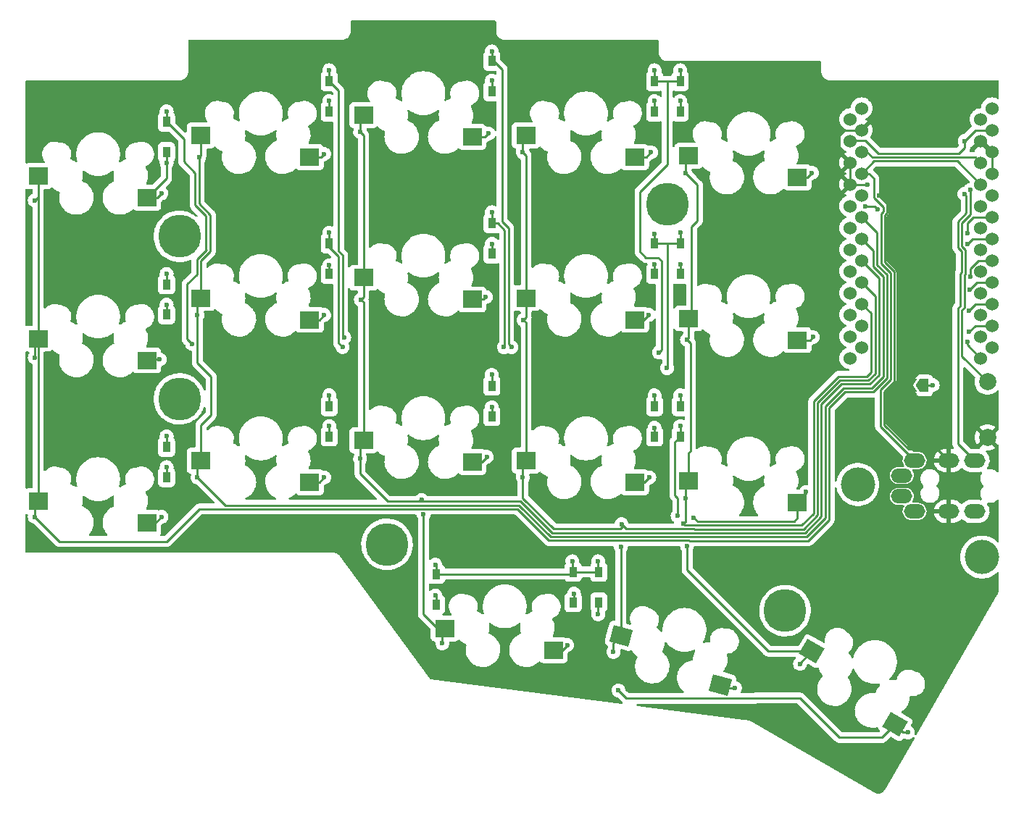
<source format=gtl>
G04 #@! TF.GenerationSoftware,KiCad,Pcbnew,(6.0.11)*
G04 #@! TF.CreationDate,2023-02-16T20:31:24+09:00*
G04 #@! TF.ProjectId,corne-cherry,636f726e-652d-4636-9865-7272792e6b69,2.1*
G04 #@! TF.SameCoordinates,Original*
G04 #@! TF.FileFunction,Copper,L1,Top*
G04 #@! TF.FilePolarity,Positive*
%FSLAX46Y46*%
G04 Gerber Fmt 4.6, Leading zero omitted, Abs format (unit mm)*
G04 Created by KiCad (PCBNEW (6.0.11)) date 2023-02-16 20:31:24*
%MOMM*%
%LPD*%
G01*
G04 APERTURE LIST*
G04 Aperture macros list*
%AMRotRect*
0 Rectangle, with rotation*
0 The origin of the aperture is its center*
0 $1 length*
0 $2 width*
0 $3 Rotation angle, in degrees counterclockwise*
0 Add horizontal line*
21,1,$1,$2,0,0,$3*%
%AMFreePoly0*
4,1,6,1.000000,0.000000,0.500000,-0.750000,-0.500000,-0.750000,-0.500000,0.750000,0.500000,0.750000,1.000000,0.000000,1.000000,0.000000,$1*%
%AMFreePoly1*
4,1,6,0.500000,-0.750000,-0.650000,-0.750000,-0.150000,0.000000,-0.650000,0.750000,0.500000,0.750000,0.500000,-0.750000,0.500000,-0.750000,$1*%
G04 Aperture macros list end*
G04 #@! TA.AperFunction,ComponentPad*
%ADD10C,5.000000*%
G04 #@! TD*
G04 #@! TA.AperFunction,SMDPad,CuDef*
%ADD11R,2.300000X2.000000*%
G04 #@! TD*
G04 #@! TA.AperFunction,ComponentPad*
%ADD12C,1.524000*%
G04 #@! TD*
G04 #@! TA.AperFunction,SMDPad,CuDef*
%ADD13R,0.950000X1.300000*%
G04 #@! TD*
G04 #@! TA.AperFunction,ComponentPad*
%ADD14O,2.500000X1.700000*%
G04 #@! TD*
G04 #@! TA.AperFunction,SMDPad,CuDef*
%ADD15RotRect,2.300000X2.000000X345.000000*%
G04 #@! TD*
G04 #@! TA.AperFunction,SMDPad,CuDef*
%ADD16FreePoly0,180.000000*%
G04 #@! TD*
G04 #@! TA.AperFunction,SMDPad,CuDef*
%ADD17FreePoly1,180.000000*%
G04 #@! TD*
G04 #@! TA.AperFunction,ComponentPad*
%ADD18C,4.000000*%
G04 #@! TD*
G04 #@! TA.AperFunction,SMDPad,CuDef*
%ADD19RotRect,2.300000X2.000000X330.000000*%
G04 #@! TD*
G04 #@! TA.AperFunction,ComponentPad*
%ADD20C,2.000000*%
G04 #@! TD*
G04 #@! TA.AperFunction,ViaPad*
%ADD21C,0.600000*%
G04 #@! TD*
G04 #@! TA.AperFunction,Conductor*
%ADD22C,0.250000*%
G04 #@! TD*
G04 APERTURE END LIST*
D10*
X69750000Y-160000000D03*
D11*
X76500000Y-169830000D03*
X89200000Y-172370000D03*
D12*
X123860000Y-110292000D03*
X140406400Y-109022000D03*
X140406400Y-111562000D03*
X123860000Y-112832000D03*
X123860000Y-115372000D03*
X140406400Y-114102000D03*
X140406400Y-116642000D03*
X123860000Y-117912000D03*
X140406400Y-119182000D03*
X123860000Y-120452000D03*
X123860000Y-122992000D03*
X140406400Y-121722000D03*
X123860000Y-125532000D03*
X140406400Y-124262000D03*
X123860000Y-128072000D03*
X140406400Y-126802000D03*
X123860000Y-130612000D03*
X140406400Y-129342000D03*
X123860000Y-133152000D03*
X140406400Y-131882000D03*
X140406400Y-134422000D03*
X123860000Y-135692000D03*
X123860000Y-138232000D03*
X140406400Y-136962000D03*
X139100000Y-138232000D03*
X125186400Y-136962000D03*
X125186400Y-134422000D03*
X139100000Y-135692000D03*
X139100000Y-133152000D03*
X125186400Y-131882000D03*
X139100000Y-130612000D03*
X125186400Y-129342000D03*
X139100000Y-128072000D03*
X125186400Y-126802000D03*
X125186400Y-124262000D03*
X139100000Y-125532000D03*
X125186400Y-121722000D03*
X139100000Y-122992000D03*
X139100000Y-120452000D03*
X125186400Y-119182000D03*
X139100000Y-117912000D03*
X125186400Y-116642000D03*
X125186400Y-114102000D03*
X139100000Y-115372000D03*
X125186400Y-111562000D03*
X139100000Y-112832000D03*
X139100000Y-110292000D03*
X125186400Y-109022000D03*
D10*
X102500000Y-120250000D03*
D11*
X48000000Y-112205000D03*
X60700000Y-114745000D03*
D13*
X101000000Y-124850000D03*
X101000000Y-128400000D03*
X82000000Y-122475000D03*
X82000000Y-126025000D03*
X75500000Y-163475000D03*
X75500000Y-167025000D03*
X104000000Y-143850000D03*
X104000000Y-147400000D03*
X104000000Y-105850000D03*
X104000000Y-109400000D03*
D11*
X29000000Y-154955000D03*
X41700000Y-157495000D03*
X67000000Y-109830000D03*
X79700000Y-112370000D03*
D13*
X44000000Y-129600000D03*
X44000000Y-133150000D03*
D10*
X45500000Y-143000000D03*
X116250000Y-167750000D03*
D11*
X48000000Y-150205000D03*
X60700000Y-152745000D03*
D14*
X129885000Y-151950000D03*
X129885000Y-154400000D03*
X138385000Y-156150000D03*
X138385000Y-150200000D03*
X135385000Y-156150000D03*
X135385000Y-150200000D03*
X131385000Y-150200000D03*
X131385000Y-156150000D03*
D11*
X67000000Y-147830000D03*
X79700000Y-150370000D03*
X86000000Y-131205000D03*
X98700000Y-133745000D03*
D13*
X63000000Y-105850000D03*
X63000000Y-109400000D03*
D11*
X29000000Y-135955000D03*
X41700000Y-138495000D03*
D10*
X45500000Y-124000000D03*
D11*
X105000000Y-114580000D03*
X117700000Y-117120000D03*
D13*
X63000000Y-124850000D03*
X63000000Y-128400000D03*
X91500000Y-163225000D03*
X91500000Y-166775000D03*
X101000000Y-105850000D03*
X101000000Y-109400000D03*
D11*
X86000000Y-150205000D03*
X98700000Y-152745000D03*
D13*
X94500000Y-163225000D03*
X94500000Y-166775000D03*
D15*
X97070766Y-170680355D03*
X108680624Y-176420809D03*
D11*
X48000000Y-131205000D03*
X60700000Y-133745000D03*
D16*
X132525000Y-141425000D03*
D17*
X131075000Y-141425000D03*
D11*
X105000000Y-133580000D03*
X117700000Y-136120000D03*
D13*
X101000000Y-143850000D03*
X101000000Y-147400000D03*
D11*
X86000000Y-112205000D03*
X98700000Y-114745000D03*
D18*
X139250000Y-161500000D03*
D13*
X104000000Y-124850000D03*
X104000000Y-128400000D03*
D11*
X29000000Y-116955000D03*
X41700000Y-119495000D03*
D19*
X119397822Y-172484346D03*
X129126345Y-181034050D03*
D13*
X63000000Y-143850000D03*
X63000000Y-147400000D03*
X44000000Y-110600000D03*
X44000000Y-114150000D03*
X82000000Y-141475000D03*
X82000000Y-145025000D03*
D11*
X105000000Y-152580000D03*
X117700000Y-155120000D03*
X67000000Y-128830000D03*
X79700000Y-131370000D03*
D13*
X44000000Y-148600000D03*
X44000000Y-152150000D03*
X82000000Y-103475000D03*
X82000000Y-107025000D03*
D18*
X124750000Y-153000000D03*
D20*
X139900000Y-141000000D03*
X139900000Y-147500000D03*
D21*
X63000000Y-104575000D03*
X44000000Y-109375000D03*
X64758058Y-135833058D03*
X104000000Y-104575000D03*
X101525233Y-137564422D03*
X101000000Y-104575000D03*
X137524500Y-124887000D03*
X46975500Y-136575000D03*
X84275871Y-136931297D03*
X82000000Y-102375000D03*
X43400000Y-118975000D03*
X44000000Y-115375000D03*
X82000000Y-121175000D03*
X64550000Y-136925000D03*
X137864834Y-128718472D03*
X104000000Y-123575000D03*
X83418198Y-136956802D03*
X102468198Y-139406802D03*
X44000000Y-128375000D03*
X63000000Y-123575000D03*
X101000000Y-123675000D03*
X63000000Y-108175000D03*
X62400000Y-114375000D03*
X137809911Y-130205089D03*
X44000000Y-147375000D03*
X104000000Y-142575000D03*
X82000000Y-140175000D03*
X101000000Y-142575000D03*
X63000000Y-142575000D03*
X82000000Y-105775000D03*
X81600000Y-111975000D03*
X91400000Y-161975000D03*
X94400000Y-161975000D03*
X137719911Y-132655089D03*
X75400000Y-162375000D03*
X100600000Y-114175000D03*
X101000000Y-108175000D03*
X104000000Y-108175000D03*
X119400000Y-116575000D03*
X44000000Y-131975000D03*
X43200000Y-138375000D03*
X62400000Y-133175000D03*
X63000000Y-127375000D03*
X82000000Y-124875000D03*
X81300000Y-131075000D03*
X101000000Y-127275000D03*
X100300000Y-133175000D03*
X119500000Y-135775000D03*
X104000000Y-127275000D03*
X44000000Y-150975000D03*
X43400000Y-156775000D03*
X63000000Y-146175000D03*
X62400000Y-152175000D03*
X81400000Y-149775000D03*
X82000000Y-143975000D03*
X100400000Y-152175000D03*
X101000000Y-146375000D03*
X105600000Y-156875000D03*
X103700000Y-156675000D03*
X104000000Y-146175000D03*
X118700000Y-153875000D03*
X75400000Y-165975000D03*
X90800000Y-171775000D03*
X91600000Y-165775000D03*
X110400000Y-176775000D03*
X130600000Y-181975000D03*
X96788438Y-177080260D03*
X94400000Y-168175000D03*
X125597000Y-120452000D03*
X127104500Y-120828578D03*
X127226242Y-119183258D03*
X103420000Y-131215000D03*
X36090000Y-155955000D03*
X55020000Y-124305000D03*
X73850000Y-120775000D03*
X28080000Y-145795000D03*
X125853000Y-117912000D03*
X132060000Y-126185000D03*
X83510000Y-170625000D03*
X82360000Y-160185000D03*
X55090000Y-151065000D03*
X111850000Y-153665000D03*
X131750000Y-131505000D03*
X116950000Y-179925000D03*
X27950000Y-127355000D03*
X102100000Y-164325000D03*
X93700000Y-141755000D03*
X104600000Y-116575000D03*
X118000000Y-173975000D03*
X104800000Y-160175000D03*
X104800000Y-136075000D03*
X104600000Y-154575000D03*
X104400000Y-157575000D03*
X28600000Y-119775000D03*
X28600000Y-138175000D03*
X28600000Y-156775000D03*
X47800000Y-114775000D03*
X47600000Y-152175000D03*
X47600000Y-133175000D03*
X74000000Y-156499500D03*
X73800000Y-154800500D03*
X66700000Y-131375000D03*
X66600000Y-111775000D03*
X66600000Y-149975000D03*
X76200000Y-171575000D03*
X85600000Y-114175000D03*
X85600000Y-152175000D03*
X97150000Y-157650500D03*
X96200000Y-172575000D03*
X85700000Y-133775000D03*
X97070766Y-160304234D03*
X137524500Y-123637500D03*
X137699911Y-135175089D03*
X137193911Y-119043411D03*
X137243000Y-112832000D03*
X137524500Y-136337500D03*
X137880000Y-118575000D03*
X133500000Y-141375000D03*
D22*
X47350000Y-116625000D02*
X47350000Y-120361396D01*
X83200000Y-122275000D02*
X83200000Y-104475000D01*
X102475000Y-115600000D02*
X101800000Y-116275000D01*
X64550000Y-135625000D02*
X64550000Y-126188604D01*
X48631802Y-125606802D02*
X47550000Y-126688604D01*
X102475000Y-105850000D02*
X102475000Y-115600000D01*
X101400000Y-126475000D02*
X101800000Y-126875000D01*
X64100000Y-125738604D02*
X64100000Y-106950000D01*
X46400000Y-135999500D02*
X46975500Y-136575000D01*
X47550000Y-126688604D02*
X47550000Y-128425000D01*
X137524500Y-124887000D02*
X138149500Y-124262000D01*
X101800000Y-116275000D02*
X99300000Y-118775000D01*
X138149500Y-124262000D02*
X140406400Y-124262000D01*
X101800000Y-126875000D02*
X101800000Y-137289655D01*
X82000000Y-102375000D02*
X82000000Y-103475000D01*
X47350000Y-120361396D02*
X48600000Y-121611396D01*
X99300000Y-124575000D02*
X99300000Y-125775000D01*
X104000000Y-104575000D02*
X104000000Y-105850000D01*
X48600000Y-121611396D02*
X48600000Y-125575000D01*
X101800000Y-137289655D02*
X101525233Y-137564422D01*
X82200000Y-103475000D02*
X82000000Y-103475000D01*
X44000000Y-109375000D02*
X44000000Y-110600000D01*
X99300000Y-118775000D02*
X99300000Y-124575000D01*
X64100000Y-106950000D02*
X63000000Y-105850000D01*
X84275871Y-136931297D02*
X83950000Y-136605426D01*
X47550000Y-128425000D02*
X46400000Y-129575000D01*
X101000000Y-105850000D02*
X102475000Y-105850000D01*
X83200000Y-104475000D02*
X82200000Y-103475000D01*
X83950000Y-136605426D02*
X83950000Y-123025000D01*
X101000000Y-104575000D02*
X101000000Y-105850000D01*
X46400000Y-129575000D02*
X46400000Y-135999500D01*
X100000000Y-126475000D02*
X101400000Y-126475000D01*
X99300000Y-125775000D02*
X100000000Y-126475000D01*
X64758058Y-135833058D02*
X64550000Y-135625000D01*
X64550000Y-126188604D02*
X64100000Y-125738604D01*
X102475000Y-105850000D02*
X104000000Y-105850000D01*
X46000000Y-115275000D02*
X47350000Y-116625000D01*
X44000000Y-110600000D02*
X46000000Y-112600000D01*
X83950000Y-123025000D02*
X83200000Y-122275000D01*
X48600000Y-125575000D02*
X48631802Y-125606802D01*
X63000000Y-104575000D02*
X63000000Y-105850000D01*
X46000000Y-112600000D02*
X46000000Y-115275000D01*
X44000000Y-117195000D02*
X41700000Y-119495000D01*
X41700000Y-119495000D02*
X42880000Y-119495000D01*
X44000000Y-115375000D02*
X44000000Y-117195000D01*
X44000000Y-114150000D02*
X44000000Y-115375000D01*
X42880000Y-119495000D02*
X43400000Y-118975000D01*
X82000000Y-122475000D02*
X82000000Y-121175000D01*
X44000000Y-128375000D02*
X44000000Y-129600000D01*
X137864834Y-128718472D02*
X137864834Y-127769915D01*
X83500000Y-123275000D02*
X83500000Y-136875000D01*
X63000000Y-124850000D02*
X63000000Y-123575000D01*
X102525000Y-124850000D02*
X104000000Y-124850000D01*
X101000000Y-124850000D02*
X102525000Y-124850000D01*
X64100000Y-126375000D02*
X64100000Y-136475000D01*
X82700000Y-122475000D02*
X83500000Y-123275000D01*
X104000000Y-124850000D02*
X104000000Y-123575000D01*
X64100000Y-136475000D02*
X64550000Y-136925000D01*
X63000000Y-124850000D02*
X63000000Y-125275000D01*
X82000000Y-122475000D02*
X82700000Y-122475000D01*
X137864834Y-127769915D02*
X138832749Y-126802000D01*
X102525000Y-124850000D02*
X102525000Y-139350000D01*
X101000000Y-124850000D02*
X101000000Y-123675000D01*
X138832749Y-126802000D02*
X140406400Y-126802000D01*
X83500000Y-136875000D02*
X83418198Y-136956802D01*
X102525000Y-139350000D02*
X102468198Y-139406802D01*
X63000000Y-125275000D02*
X64100000Y-126375000D01*
X60700000Y-114745000D02*
X62030000Y-114745000D01*
X62030000Y-114745000D02*
X62400000Y-114375000D01*
X63000000Y-108175000D02*
X63000000Y-109400000D01*
X137809911Y-130205089D02*
X138673000Y-129342000D01*
X44000000Y-147375000D02*
X44000000Y-148600000D01*
X104000000Y-142575000D02*
X104000000Y-143850000D01*
X63000000Y-142575000D02*
X63000000Y-143850000D01*
X138673000Y-129342000D02*
X140406400Y-129342000D01*
X101000000Y-142575000D02*
X101000000Y-143850000D01*
X82000000Y-140175000D02*
X82000000Y-141475000D01*
X79700000Y-112370000D02*
X81205000Y-112370000D01*
X81205000Y-112370000D02*
X81600000Y-111975000D01*
X82000000Y-105775000D02*
X82000000Y-107025000D01*
X94400000Y-163125000D02*
X94500000Y-163225000D01*
X94400000Y-161975000D02*
X94400000Y-163125000D01*
X138493000Y-131882000D02*
X140406400Y-131882000D01*
X75500000Y-163475000D02*
X91250000Y-163475000D01*
X91250000Y-163475000D02*
X91500000Y-163225000D01*
X75500000Y-163475000D02*
X75500000Y-162475000D01*
X91500000Y-163225000D02*
X94500000Y-163225000D01*
X91400000Y-163125000D02*
X91500000Y-163225000D01*
X75500000Y-162475000D02*
X75400000Y-162375000D01*
X91400000Y-161975000D02*
X91400000Y-163125000D01*
X137719911Y-132655089D02*
X138493000Y-131882000D01*
X100030000Y-114745000D02*
X100600000Y-114175000D01*
X98700000Y-114745000D02*
X100030000Y-114745000D01*
X101000000Y-108175000D02*
X101000000Y-109400000D01*
X117700000Y-117120000D02*
X118855000Y-117120000D01*
X104000000Y-108175000D02*
X104000000Y-109400000D01*
X118855000Y-117120000D02*
X119400000Y-116575000D01*
X43200000Y-138375000D02*
X41820000Y-138375000D01*
X41820000Y-138375000D02*
X41700000Y-138495000D01*
X44000000Y-131975000D02*
X44000000Y-133150000D01*
X61830000Y-133745000D02*
X62400000Y-133175000D01*
X60700000Y-133745000D02*
X61830000Y-133745000D01*
X63000000Y-128400000D02*
X63000000Y-127375000D01*
X81005000Y-131370000D02*
X81300000Y-131075000D01*
X79700000Y-131370000D02*
X81005000Y-131370000D01*
X82000000Y-126025000D02*
X82000000Y-124875000D01*
X99730000Y-133745000D02*
X100300000Y-133175000D01*
X101000000Y-128400000D02*
X101000000Y-127275000D01*
X98700000Y-133745000D02*
X99730000Y-133745000D01*
X119155000Y-136120000D02*
X119500000Y-135775000D01*
X104000000Y-128400000D02*
X104000000Y-127275000D01*
X117700000Y-136120000D02*
X119155000Y-136120000D01*
X42680000Y-157495000D02*
X43400000Y-156775000D01*
X44000000Y-150975000D02*
X44000000Y-152150000D01*
X41700000Y-157495000D02*
X42680000Y-157495000D01*
X63000000Y-146175000D02*
X63000000Y-147400000D01*
X61830000Y-152745000D02*
X62400000Y-152175000D01*
X60700000Y-152745000D02*
X61830000Y-152745000D01*
X79700000Y-150370000D02*
X80805000Y-150370000D01*
X80805000Y-150370000D02*
X81400000Y-149775000D01*
X82000000Y-143975000D02*
X82000000Y-145025000D01*
X101000000Y-146375000D02*
X101000000Y-147400000D01*
X99830000Y-152745000D02*
X100400000Y-152175000D01*
X98700000Y-152745000D02*
X99830000Y-152745000D01*
X106050000Y-157325000D02*
X105600000Y-156875000D01*
X118700000Y-154120000D02*
X117700000Y-155120000D01*
X103400000Y-148000000D02*
X104000000Y-147400000D01*
X103700000Y-154575000D02*
X103400000Y-154275000D01*
X104000000Y-146175000D02*
X104000000Y-147400000D01*
X103700000Y-156675000D02*
X103700000Y-154575000D01*
X117700000Y-156925000D02*
X117300000Y-157325000D01*
X117700000Y-155120000D02*
X117700000Y-156925000D01*
X117300000Y-157325000D02*
X106050000Y-157325000D01*
X103400000Y-154275000D02*
X103400000Y-148000000D01*
X118700000Y-153875000D02*
X118700000Y-154120000D01*
X90205000Y-172370000D02*
X90800000Y-171775000D01*
X75500000Y-166075000D02*
X75400000Y-165975000D01*
X89200000Y-172370000D02*
X90205000Y-172370000D01*
X75500000Y-167025000D02*
X75500000Y-166075000D01*
X110400000Y-176775000D02*
X109034815Y-176775000D01*
X91600000Y-165775000D02*
X91600000Y-166675000D01*
X109034815Y-176775000D02*
X108680624Y-176420809D01*
X91600000Y-166675000D02*
X91500000Y-166775000D01*
X112765623Y-178009377D02*
X112800000Y-177975000D01*
X122600000Y-182575000D02*
X127585395Y-182575000D01*
X96788438Y-177080260D02*
X97717555Y-178009377D01*
X94400000Y-166875000D02*
X94500000Y-166775000D01*
X130067295Y-181975000D02*
X129126345Y-181034050D01*
X112800000Y-177975000D02*
X118000000Y-177975000D01*
X130600000Y-181975000D02*
X130067295Y-181975000D01*
X127585395Y-182575000D02*
X129126345Y-181034050D01*
X97717555Y-178009377D02*
X112765623Y-178009377D01*
X94400000Y-168175000D02*
X94400000Y-166875000D01*
X118000000Y-177975000D02*
X122600000Y-182575000D01*
X126727922Y-120452000D02*
X125597000Y-120452000D01*
X127104500Y-120828578D02*
X126727922Y-120452000D01*
X131075000Y-145890000D02*
X134030000Y-148845000D01*
X127920000Y-126990016D02*
X129050000Y-128120016D01*
X131075000Y-141425000D02*
X131075000Y-145890000D01*
X130670000Y-148845000D02*
X134030000Y-148845000D01*
X127850000Y-146025000D02*
X130670000Y-148845000D01*
X122600000Y-112175000D02*
X123213000Y-111562000D01*
X129050000Y-140943376D02*
X127850000Y-142143376D01*
X125853000Y-117912000D02*
X123860000Y-117912000D01*
X129050000Y-128120016D02*
X129050000Y-140943376D01*
X127226242Y-119183258D02*
X128179500Y-120136516D01*
X140370000Y-114102000D02*
X139100000Y-112832000D01*
X127850000Y-142143376D02*
X127850000Y-146025000D01*
X134030000Y-148845000D02*
X135385000Y-150200000D01*
X122600000Y-114112000D02*
X122600000Y-112175000D01*
X123213000Y-111562000D02*
X125186400Y-111562000D01*
X128179500Y-120136516D02*
X128179500Y-121273858D01*
X140406400Y-116642000D02*
X140406400Y-114102000D01*
X140406400Y-114102000D02*
X140370000Y-114102000D01*
X128179500Y-121273858D02*
X127920000Y-121533358D01*
X123860000Y-115372000D02*
X122600000Y-114112000D01*
X123860000Y-117912000D02*
X123860000Y-115372000D01*
X127920000Y-121533358D02*
X127920000Y-126990016D01*
X125186400Y-116642000D02*
X126036884Y-116642000D01*
X127470000Y-127176412D02*
X128600000Y-128306412D01*
X125186400Y-116642000D02*
X126633400Y-115195000D01*
X126633400Y-115195000D02*
X136383000Y-115195000D01*
X127400000Y-141956980D02*
X127400000Y-146215000D01*
X126600000Y-117205116D02*
X126600000Y-119440194D01*
X127470000Y-121346962D02*
X127470000Y-127176412D01*
X127729500Y-120569694D02*
X127729500Y-121087462D01*
X136383000Y-115195000D02*
X139100000Y-117912000D01*
X128600000Y-140756980D02*
X127400000Y-141956980D01*
X126600000Y-119440194D02*
X127729500Y-120569694D01*
X127729500Y-121087462D02*
X127470000Y-121346962D01*
X128600000Y-128306412D02*
X128600000Y-140756980D01*
X126036884Y-116642000D02*
X126600000Y-117205116D01*
X127400000Y-146215000D02*
X131385000Y-150200000D01*
X105000000Y-133580000D02*
X105325000Y-133255000D01*
X105000000Y-149275000D02*
X105200000Y-149075000D01*
X126273400Y-132969000D02*
X125186400Y-131882000D01*
X104400000Y-157575000D02*
X104575000Y-157750000D01*
X122500000Y-140375000D02*
X125800000Y-140375000D01*
X125800000Y-140375000D02*
X126273400Y-139901600D01*
X106000000Y-122175000D02*
X106000000Y-117975000D01*
X105804468Y-157750000D02*
X105829468Y-157775000D01*
X105200000Y-149075000D02*
X105200000Y-136475000D01*
X104800000Y-162975000D02*
X114309346Y-172484346D01*
X105325000Y-133255000D02*
X105325000Y-122850000D01*
X114309346Y-172484346D02*
X119397822Y-172484346D01*
X104575000Y-157750000D02*
X105804468Y-157750000D01*
X104600000Y-157375000D02*
X104600000Y-154575000D01*
X106000000Y-117975000D02*
X104600000Y-116575000D01*
X105000000Y-135875000D02*
X104800000Y-136075000D01*
X105829468Y-157775000D02*
X118200000Y-157775000D01*
X104800000Y-160175000D02*
X104800000Y-162975000D01*
X118000000Y-173975000D02*
X118000000Y-173882168D01*
X104400000Y-157575000D02*
X104600000Y-157375000D01*
X118200000Y-157775000D02*
X119600000Y-156375000D01*
X118000000Y-173882168D02*
X119397822Y-172484346D01*
X104600000Y-152980000D02*
X105000000Y-152580000D01*
X119600000Y-143275000D02*
X122500000Y-140375000D01*
X104600000Y-154575000D02*
X104600000Y-152980000D01*
X119600000Y-156375000D02*
X119600000Y-143275000D01*
X104600000Y-116575000D02*
X104600000Y-114980000D01*
X105000000Y-152580000D02*
X105000000Y-149275000D01*
X126273400Y-139901600D02*
X126273400Y-132969000D01*
X105000000Y-133580000D02*
X105000000Y-135875000D01*
X104600000Y-114980000D02*
X105000000Y-114580000D01*
X105200000Y-136475000D02*
X104800000Y-136075000D01*
X105325000Y-122850000D02*
X106000000Y-122175000D01*
X29000000Y-135955000D02*
X29000000Y-154955000D01*
X29000000Y-116955000D02*
X29000000Y-135955000D01*
X28600000Y-155355000D02*
X29000000Y-154955000D01*
X128150000Y-140570584D02*
X128150000Y-128492808D01*
X88665812Y-159550000D02*
X105058884Y-159550000D01*
X128150000Y-128492808D02*
X127020000Y-127362808D01*
X47800000Y-155875000D02*
X84990812Y-155875000D01*
X31500000Y-159675000D02*
X44000000Y-159675000D01*
X84990812Y-155875000D02*
X88665812Y-159550000D01*
X28600000Y-156775000D02*
X31500000Y-159675000D01*
X29000000Y-119375000D02*
X28600000Y-119775000D01*
X44000000Y-159675000D02*
X47800000Y-155875000D01*
X28600000Y-138175000D02*
X28600000Y-136355000D01*
X121400000Y-157120584D02*
X121400000Y-144020584D01*
X105083884Y-159575000D02*
X118945584Y-159575000D01*
X127020000Y-123555600D02*
X125186400Y-121722000D01*
X126545584Y-142175000D02*
X128150000Y-140570584D01*
X127020000Y-127362808D02*
X127020000Y-123555600D01*
X105058884Y-159550000D02*
X105083884Y-159575000D01*
X28600000Y-136355000D02*
X29000000Y-135955000D01*
X121400000Y-144020584D02*
X123245584Y-142175000D01*
X118945584Y-159575000D02*
X121400000Y-157120584D01*
X123245584Y-142175000D02*
X126545584Y-142175000D01*
X28600000Y-156775000D02*
X28600000Y-155355000D01*
X29000000Y-116955000D02*
X29000000Y-119375000D01*
X127700000Y-140384188D02*
X127700000Y-128679204D01*
X126570000Y-127549204D02*
X126570000Y-125645600D01*
X123059188Y-141725000D02*
X126359188Y-141725000D01*
X118759188Y-159125000D02*
X120950000Y-156934188D01*
X48000000Y-112205000D02*
X48000000Y-114575000D01*
X85177208Y-155425000D02*
X88852208Y-159100000D01*
X49100000Y-125775000D02*
X49100000Y-121475000D01*
X47600000Y-152175000D02*
X47600000Y-150605000D01*
X50850000Y-155425000D02*
X85177208Y-155425000D01*
X47600000Y-133175000D02*
X47600000Y-131605000D01*
X47600000Y-152175000D02*
X50850000Y-155425000D01*
X120950000Y-156934188D02*
X120950000Y-143834188D01*
X127700000Y-128679204D02*
X126570000Y-127549204D01*
X49200000Y-140375000D02*
X47600000Y-138775000D01*
X48000000Y-146075000D02*
X49200000Y-144875000D01*
X48000000Y-131205000D02*
X48000000Y-126875000D01*
X126359188Y-141725000D02*
X127700000Y-140384188D01*
X105245280Y-159100000D02*
X105270280Y-159125000D01*
X48000000Y-150205000D02*
X48000000Y-146075000D01*
X47600000Y-131605000D02*
X48000000Y-131205000D01*
X48000000Y-126875000D02*
X49100000Y-125775000D01*
X105270280Y-159125000D02*
X118759188Y-159125000D01*
X49200000Y-144875000D02*
X49200000Y-140375000D01*
X48000000Y-114575000D02*
X47800000Y-114775000D01*
X47600000Y-150605000D02*
X48000000Y-150205000D01*
X120950000Y-143834188D02*
X123059188Y-141725000D01*
X88852208Y-159100000D02*
X105245280Y-159100000D01*
X49100000Y-121475000D02*
X47800000Y-120175000D01*
X126570000Y-125645600D02*
X125186400Y-124262000D01*
X47600000Y-138775000D02*
X47600000Y-133175000D01*
X47800000Y-120175000D02*
X47800000Y-114775000D01*
X120500000Y-143647792D02*
X122872792Y-141275000D01*
X89038604Y-158650000D02*
X105431676Y-158650000D01*
X122872792Y-141275000D02*
X126172792Y-141275000D01*
X66600000Y-110230000D02*
X67000000Y-109830000D01*
X73674500Y-154800500D02*
X73500000Y-154975000D01*
X67000000Y-128830000D02*
X67000000Y-112175000D01*
X73800000Y-154800500D02*
X73674500Y-154800500D01*
X74000000Y-168175000D02*
X74000000Y-156499500D01*
X85363604Y-154975000D02*
X89038604Y-158650000D01*
X127250000Y-140197792D02*
X127250000Y-128865600D01*
X67000000Y-131075000D02*
X66700000Y-131375000D01*
X127250000Y-128865600D02*
X125186400Y-126802000D01*
X73500000Y-154975000D02*
X85363604Y-154975000D01*
X126172792Y-141275000D02*
X127250000Y-140197792D01*
X120500000Y-156747792D02*
X120500000Y-143647792D01*
X69800000Y-154975000D02*
X73500000Y-154975000D01*
X66600000Y-148230000D02*
X67000000Y-147830000D01*
X67000000Y-147830000D02*
X67000000Y-131675000D01*
X75655000Y-169830000D02*
X74200000Y-168375000D01*
X66600000Y-149975000D02*
X66600000Y-148230000D01*
X66600000Y-149975000D02*
X66600000Y-151775000D01*
X76200000Y-171575000D02*
X76200000Y-170130000D01*
X118572792Y-158675000D02*
X120500000Y-156747792D01*
X76200000Y-170130000D02*
X76500000Y-169830000D01*
X67000000Y-128830000D02*
X67000000Y-131075000D01*
X74200000Y-168375000D02*
X74000000Y-168175000D01*
X76500000Y-169830000D02*
X75655000Y-169830000D01*
X105431676Y-158650000D02*
X105456676Y-158675000D01*
X67000000Y-131675000D02*
X66700000Y-131375000D01*
X66600000Y-151775000D02*
X69800000Y-154975000D01*
X66600000Y-111775000D02*
X66600000Y-110230000D01*
X105456676Y-158675000D02*
X118572792Y-158675000D01*
X67000000Y-112175000D02*
X66600000Y-111775000D01*
X85600000Y-152175000D02*
X85600000Y-150605000D01*
X89225000Y-158200000D02*
X96975000Y-158200000D01*
X126800000Y-130955600D02*
X125186400Y-129342000D01*
X97175500Y-157650500D02*
X97350000Y-157825000D01*
X122686396Y-140825000D02*
X125986396Y-140825000D01*
X85600000Y-152175000D02*
X85600000Y-154575000D01*
X97070766Y-160304234D02*
X97070766Y-170680355D01*
X96975000Y-158200000D02*
X97350000Y-157825000D01*
X126800000Y-140011396D02*
X126800000Y-130955600D01*
X118386396Y-158225000D02*
X120050000Y-156561396D01*
X97150000Y-157650500D02*
X97175500Y-157650500D01*
X96200000Y-171551121D02*
X97070766Y-170680355D01*
X120050000Y-156561396D02*
X120050000Y-143461396D01*
X96200000Y-172575000D02*
X96200000Y-171551121D01*
X86000000Y-131205000D02*
X86000000Y-133475000D01*
X105618072Y-158200000D02*
X105643072Y-158225000D01*
X85600000Y-112605000D02*
X86000000Y-112205000D01*
X97350000Y-157825000D02*
X97725000Y-158200000D01*
X86000000Y-131205000D02*
X86000000Y-114575000D01*
X86000000Y-150205000D02*
X86000000Y-134075000D01*
X125986396Y-140825000D02*
X126800000Y-140011396D01*
X105643072Y-158225000D02*
X118386396Y-158225000D01*
X85600000Y-150605000D02*
X86000000Y-150205000D01*
X86000000Y-114575000D02*
X85600000Y-114175000D01*
X85600000Y-114175000D02*
X85600000Y-112605000D01*
X86000000Y-134075000D02*
X85700000Y-133775000D01*
X120050000Y-143461396D02*
X122686396Y-140825000D01*
X86000000Y-133475000D02*
X85700000Y-133775000D01*
X97725000Y-158200000D02*
X105618072Y-158200000D01*
X85600000Y-154575000D02*
X89225000Y-158200000D01*
X137524500Y-122450500D02*
X138253000Y-121722000D01*
X138253000Y-121722000D02*
X140406400Y-121722000D01*
X137524500Y-123637500D02*
X137524500Y-122450500D01*
X138453000Y-134422000D02*
X140406400Y-134422000D01*
X137699911Y-135175089D02*
X138453000Y-134422000D01*
X123860000Y-112832000D02*
X123877000Y-112815000D01*
X138513000Y-111562000D02*
X140406400Y-111562000D01*
X136449500Y-148264500D02*
X138385000Y-150200000D01*
X136850000Y-125732780D02*
X136850000Y-128213026D01*
X127120000Y-114295000D02*
X136560000Y-114295000D01*
X137243000Y-112832000D02*
X138513000Y-111562000D01*
X125640000Y-112815000D02*
X127120000Y-114295000D01*
X136449500Y-132405220D02*
X136449500Y-148264500D01*
X136560000Y-114295000D02*
X137243000Y-113612000D01*
X136734911Y-128328115D02*
X136734911Y-132119809D01*
X137243000Y-113612000D02*
X137243000Y-112832000D01*
X136850000Y-128213026D02*
X136734911Y-128328115D01*
X136449500Y-122252708D02*
X136449500Y-125332280D01*
X136449500Y-125332280D02*
X136850000Y-125732780D01*
X137193911Y-119043411D02*
X137430000Y-119279500D01*
X137430000Y-121272208D02*
X136449500Y-122252708D01*
X123877000Y-112815000D02*
X125640000Y-112815000D01*
X137430000Y-119279500D02*
X137430000Y-121272208D01*
X136734911Y-132119809D02*
X136449500Y-132405220D01*
X137524500Y-136656500D02*
X139100000Y-138232000D01*
X137524500Y-136337500D02*
X137524500Y-136656500D01*
X125804004Y-114102000D02*
X126447004Y-114745000D01*
X137880000Y-118575000D02*
X137880000Y-121458604D01*
X137184911Y-132306205D02*
X136899500Y-132591616D01*
X136899500Y-125145884D02*
X137300000Y-125546384D01*
X126447004Y-114745000D02*
X138473000Y-114745000D01*
X125186400Y-114102000D02*
X125804004Y-114102000D01*
X137300000Y-128399422D02*
X137184911Y-128514511D01*
X137184911Y-128514511D02*
X137184911Y-132306205D01*
X136899500Y-137999500D02*
X139900000Y-141000000D01*
X136899500Y-122439104D02*
X136899500Y-125145884D01*
X138473000Y-114745000D02*
X139100000Y-115372000D01*
X136899500Y-132591616D02*
X136899500Y-137999500D01*
X137880000Y-121458604D02*
X136899500Y-122439104D01*
X137300000Y-125546384D02*
X137300000Y-128399422D01*
X132525000Y-141425000D02*
X133450000Y-141425000D01*
X133450000Y-141425000D02*
X133500000Y-141375000D01*
G04 #@! TA.AperFunction,Conductor*
G36*
X117753527Y-178628502D02*
G01*
X117774501Y-178645405D01*
X122096343Y-182967247D01*
X122103887Y-182975537D01*
X122108000Y-182982018D01*
X122113777Y-182987443D01*
X122157667Y-183028658D01*
X122160509Y-183031413D01*
X122180230Y-183051134D01*
X122183425Y-183053612D01*
X122192447Y-183061318D01*
X122224679Y-183091586D01*
X122231628Y-183095406D01*
X122242432Y-183101346D01*
X122258956Y-183112199D01*
X122274959Y-183124613D01*
X122315543Y-183142176D01*
X122326173Y-183147383D01*
X122364940Y-183168695D01*
X122372617Y-183170666D01*
X122372622Y-183170668D01*
X122384558Y-183173732D01*
X122403266Y-183180137D01*
X122421855Y-183188181D01*
X122429680Y-183189420D01*
X122429682Y-183189421D01*
X122465519Y-183195097D01*
X122477140Y-183197504D01*
X122508959Y-183205673D01*
X122519970Y-183208500D01*
X122540231Y-183208500D01*
X122559940Y-183210051D01*
X122579943Y-183213219D01*
X122587835Y-183212473D01*
X122593062Y-183211979D01*
X122623954Y-183209059D01*
X122635811Y-183208500D01*
X127506628Y-183208500D01*
X127517811Y-183209027D01*
X127525304Y-183210702D01*
X127533230Y-183210453D01*
X127533231Y-183210453D01*
X127593381Y-183208562D01*
X127597340Y-183208500D01*
X127625251Y-183208500D01*
X127629186Y-183208003D01*
X127629251Y-183207995D01*
X127641088Y-183207062D01*
X127673346Y-183206048D01*
X127677365Y-183205922D01*
X127685284Y-183205673D01*
X127704738Y-183200021D01*
X127724095Y-183196013D01*
X127736325Y-183194468D01*
X127736326Y-183194468D01*
X127744192Y-183193474D01*
X127751563Y-183190555D01*
X127751565Y-183190555D01*
X127785307Y-183177196D01*
X127796537Y-183173351D01*
X127831378Y-183163229D01*
X127831379Y-183163229D01*
X127838988Y-183161018D01*
X127845807Y-183156985D01*
X127845812Y-183156983D01*
X127856423Y-183150707D01*
X127874171Y-183142012D01*
X127893012Y-183134552D01*
X127913382Y-183119753D01*
X127928782Y-183108564D01*
X127938702Y-183102048D01*
X127969930Y-183083580D01*
X127969933Y-183083578D01*
X127976757Y-183079542D01*
X127991078Y-183065221D01*
X128006112Y-183052380D01*
X128007827Y-183051134D01*
X128022502Y-183040472D01*
X128050693Y-183006395D01*
X128058683Y-182997616D01*
X128521662Y-182534637D01*
X128583974Y-182500611D01*
X128654789Y-182505676D01*
X128673752Y-182514610D01*
X129409709Y-182939516D01*
X129466938Y-182964757D01*
X129474727Y-182966053D01*
X129474729Y-182966054D01*
X129601762Y-182987198D01*
X129601765Y-182987198D01*
X129610620Y-182988672D01*
X129654875Y-182983356D01*
X129746325Y-182972370D01*
X129746328Y-182972369D01*
X129755237Y-182971299D01*
X129889166Y-182914036D01*
X130001640Y-182821484D01*
X130006307Y-182815108D01*
X130036571Y-182773758D01*
X130036575Y-182773752D01*
X130038581Y-182771011D01*
X130054561Y-182743333D01*
X130105943Y-182694341D01*
X130175657Y-182680906D01*
X130219850Y-182696417D01*
X130220976Y-182694188D01*
X130227263Y-182697364D01*
X130233159Y-182701222D01*
X130239763Y-182703678D01*
X130239765Y-182703679D01*
X130396558Y-182761990D01*
X130396560Y-182761990D01*
X130403168Y-182764448D01*
X130472942Y-182773758D01*
X130575980Y-182787507D01*
X130575984Y-182787507D01*
X130582961Y-182788438D01*
X130589972Y-182787800D01*
X130589976Y-182787800D01*
X130732459Y-182774832D01*
X130763600Y-182771998D01*
X130770302Y-182769820D01*
X130770304Y-182769820D01*
X130929409Y-182718124D01*
X130929412Y-182718123D01*
X130936108Y-182715947D01*
X131051536Y-182647138D01*
X131085860Y-182626677D01*
X131085862Y-182626676D01*
X131091912Y-182623069D01*
X131097018Y-182618207D01*
X131156242Y-182561809D01*
X131219366Y-182529316D01*
X131290037Y-182536109D01*
X131345817Y-182580032D01*
X131368995Y-182647138D01*
X131352285Y-182715999D01*
X127891939Y-188716436D01*
X127884479Y-188726595D01*
X127884805Y-188726819D01*
X127879727Y-188734220D01*
X127873651Y-188740827D01*
X127868740Y-188750762D01*
X127853170Y-188774877D01*
X127772830Y-188872711D01*
X127755317Y-188890204D01*
X127641050Y-188983829D01*
X127620453Y-188997561D01*
X127490080Y-189067035D01*
X127467194Y-189076474D01*
X127325754Y-189119110D01*
X127301460Y-189123892D01*
X127154419Y-189138044D01*
X127129659Y-189137983D01*
X126982691Y-189123107D01*
X126958421Y-189118205D01*
X126817191Y-189074872D01*
X126794348Y-189065319D01*
X126740317Y-189036184D01*
X126689101Y-189008567D01*
X126675872Y-188999102D01*
X126675479Y-188999671D01*
X126668094Y-188994562D01*
X126661511Y-188988461D01*
X126613092Y-188964295D01*
X126606315Y-188960650D01*
X112390430Y-180744983D01*
X112380291Y-180737524D01*
X112380066Y-180737852D01*
X112372669Y-180732766D01*
X112366069Y-180726684D01*
X112318383Y-180703051D01*
X112311320Y-180699264D01*
X112301701Y-180693705D01*
X112297825Y-180691465D01*
X112293675Y-180689799D01*
X112293671Y-180689797D01*
X112287539Y-180687335D01*
X112278538Y-180683305D01*
X112277261Y-180682672D01*
X112235559Y-180662005D01*
X112230000Y-180660252D01*
X112228230Y-180659693D01*
X112228227Y-180659692D01*
X112223588Y-180658229D01*
X112218777Y-180657496D01*
X112214039Y-180656395D01*
X112214047Y-180656359D01*
X112212278Y-180656008D01*
X112205210Y-180654282D01*
X112196884Y-180650939D01*
X112187954Y-180650067D01*
X112187953Y-180650067D01*
X112187121Y-180649986D01*
X112166873Y-180646321D01*
X112031012Y-180610062D01*
X111977319Y-180595732D01*
X111977312Y-180595730D01*
X111975336Y-180595203D01*
X111724210Y-180545453D01*
X111722192Y-180545188D01*
X111722177Y-180545186D01*
X111598000Y-180528909D01*
X111515970Y-180518156D01*
X111499425Y-180514847D01*
X111483158Y-180510443D01*
X111478329Y-180509910D01*
X111478323Y-180509909D01*
X111476066Y-180509660D01*
X111470680Y-180509066D01*
X111462130Y-180509447D01*
X111452937Y-180509856D01*
X111431078Y-180508928D01*
X99015458Y-178893824D01*
X98950487Y-178865202D01*
X98911304Y-178805997D01*
X98910350Y-178735007D01*
X98947927Y-178674770D01*
X99012106Y-178644412D01*
X99031712Y-178642877D01*
X112686856Y-178642877D01*
X112698039Y-178643404D01*
X112705532Y-178645079D01*
X112713458Y-178644830D01*
X112713459Y-178644830D01*
X112773609Y-178642939D01*
X112777568Y-178642877D01*
X112805479Y-178642877D01*
X112809414Y-178642380D01*
X112809479Y-178642372D01*
X112821316Y-178641439D01*
X112853574Y-178640425D01*
X112857593Y-178640299D01*
X112865512Y-178640050D01*
X112884966Y-178634398D01*
X112904323Y-178630390D01*
X112916553Y-178628845D01*
X112916554Y-178628845D01*
X112924420Y-178627851D01*
X112950948Y-178617348D01*
X112997331Y-178608500D01*
X117685406Y-178608500D01*
X117753527Y-178628502D01*
G37*
G04 #@! TD.AperFunction*
G04 #@! TA.AperFunction,Conductor*
G36*
X136136527Y-115848502D02*
G01*
X136157501Y-115865405D01*
X137821874Y-117529778D01*
X137855900Y-117592090D01*
X137854486Y-117651483D01*
X137845689Y-117684315D01*
X137808738Y-117744938D01*
X137744878Y-117775960D01*
X137737152Y-117777015D01*
X137712296Y-117779627D01*
X137712292Y-117779628D01*
X137705288Y-117780364D01*
X137698617Y-117782635D01*
X137570877Y-117826121D01*
X137533579Y-117838818D01*
X137474586Y-117875111D01*
X137385095Y-117930166D01*
X137385092Y-117930168D01*
X137379088Y-117933862D01*
X137374053Y-117938793D01*
X137374050Y-117938795D01*
X137265657Y-118044942D01*
X137249493Y-118060771D01*
X137219205Y-118107769D01*
X137168965Y-118185726D01*
X137115251Y-118232151D01*
X137076225Y-118242781D01*
X137026199Y-118248039D01*
X137026197Y-118248040D01*
X137019199Y-118248775D01*
X136847490Y-118307229D01*
X136803846Y-118334079D01*
X136699006Y-118398577D01*
X136699003Y-118398579D01*
X136692999Y-118402273D01*
X136687964Y-118407204D01*
X136687961Y-118407206D01*
X136591980Y-118501198D01*
X136563404Y-118529182D01*
X136465146Y-118681649D01*
X136462737Y-118688269D01*
X136462735Y-118688272D01*
X136411121Y-118830080D01*
X136403108Y-118852096D01*
X136380374Y-119032051D01*
X136398074Y-119212571D01*
X136455329Y-119384684D01*
X136458976Y-119390706D01*
X136458977Y-119390708D01*
X136526887Y-119502841D01*
X136549291Y-119539835D01*
X136675293Y-119670313D01*
X136739496Y-119712326D01*
X136785541Y-119766361D01*
X136796500Y-119817756D01*
X136796500Y-120957613D01*
X136776498Y-121025734D01*
X136759595Y-121046708D01*
X136057247Y-121749056D01*
X136048961Y-121756596D01*
X136042482Y-121760708D01*
X136037057Y-121766485D01*
X135995857Y-121810359D01*
X135993102Y-121813201D01*
X135973365Y-121832938D01*
X135970885Y-121836135D01*
X135963182Y-121845155D01*
X135932914Y-121877387D01*
X135929095Y-121884333D01*
X135929093Y-121884336D01*
X135923152Y-121895142D01*
X135912301Y-121911661D01*
X135899886Y-121927667D01*
X135896741Y-121934936D01*
X135896738Y-121934940D01*
X135882326Y-121968245D01*
X135877109Y-121978895D01*
X135855805Y-122017648D01*
X135853834Y-122025323D01*
X135853834Y-122025324D01*
X135850767Y-122037270D01*
X135844363Y-122055974D01*
X135836319Y-122074563D01*
X135835080Y-122082386D01*
X135835077Y-122082396D01*
X135829401Y-122118232D01*
X135826995Y-122129852D01*
X135824600Y-122139181D01*
X135816000Y-122172678D01*
X135816000Y-122192932D01*
X135814449Y-122212642D01*
X135811280Y-122232651D01*
X135812026Y-122240543D01*
X135815441Y-122276669D01*
X135816000Y-122288527D01*
X135816000Y-125253513D01*
X135815473Y-125264696D01*
X135813798Y-125272189D01*
X135814047Y-125280115D01*
X135814047Y-125280116D01*
X135815938Y-125340266D01*
X135816000Y-125344225D01*
X135816000Y-125372136D01*
X135816497Y-125376070D01*
X135816497Y-125376071D01*
X135816505Y-125376136D01*
X135817438Y-125387973D01*
X135818827Y-125432169D01*
X135824478Y-125451619D01*
X135828487Y-125470980D01*
X135831026Y-125491077D01*
X135833945Y-125498448D01*
X135833945Y-125498450D01*
X135847304Y-125532192D01*
X135851149Y-125543422D01*
X135856670Y-125562426D01*
X135863482Y-125585873D01*
X135867515Y-125592692D01*
X135867517Y-125592697D01*
X135873793Y-125603308D01*
X135882488Y-125621056D01*
X135889948Y-125639897D01*
X135894610Y-125646313D01*
X135894610Y-125646314D01*
X135915936Y-125675667D01*
X135922452Y-125685587D01*
X135940040Y-125715326D01*
X135944958Y-125723642D01*
X135959279Y-125737963D01*
X135972119Y-125752996D01*
X135984028Y-125769387D01*
X136000388Y-125782921D01*
X136018105Y-125797578D01*
X136026884Y-125805568D01*
X136179595Y-125958279D01*
X136213621Y-126020591D01*
X136216500Y-126047374D01*
X136216500Y-127919708D01*
X136196498Y-127987829D01*
X136190195Y-127996743D01*
X136190154Y-127996812D01*
X136185297Y-128003074D01*
X136182152Y-128010343D01*
X136182149Y-128010347D01*
X136167737Y-128043652D01*
X136162520Y-128054302D01*
X136141216Y-128093055D01*
X136139245Y-128100730D01*
X136139245Y-128100731D01*
X136136178Y-128112677D01*
X136129774Y-128131381D01*
X136121730Y-128149970D01*
X136120491Y-128157793D01*
X136120488Y-128157803D01*
X136114812Y-128193639D01*
X136112406Y-128205259D01*
X136103890Y-128238428D01*
X136101411Y-128248085D01*
X136101411Y-128268339D01*
X136099860Y-128288049D01*
X136096691Y-128308058D01*
X136097437Y-128315950D01*
X136100852Y-128352076D01*
X136101411Y-128363934D01*
X136101411Y-131805214D01*
X136081409Y-131873335D01*
X136064506Y-131894309D01*
X136057247Y-131901568D01*
X136048961Y-131909108D01*
X136042482Y-131913220D01*
X136037057Y-131918997D01*
X135995856Y-131962872D01*
X135993101Y-131965714D01*
X135973365Y-131985450D01*
X135970885Y-131988647D01*
X135963182Y-131997667D01*
X135932914Y-132029899D01*
X135929095Y-132036845D01*
X135929093Y-132036848D01*
X135923152Y-132047654D01*
X135912301Y-132064173D01*
X135899886Y-132080179D01*
X135896741Y-132087448D01*
X135896738Y-132087452D01*
X135882326Y-132120757D01*
X135877109Y-132131407D01*
X135855805Y-132170160D01*
X135853834Y-132177835D01*
X135853834Y-132177836D01*
X135850767Y-132189782D01*
X135844363Y-132208486D01*
X135842575Y-132212619D01*
X135836319Y-132227075D01*
X135835080Y-132234898D01*
X135835077Y-132234908D01*
X135829401Y-132270744D01*
X135826995Y-132282364D01*
X135820038Y-132309461D01*
X135816000Y-132325190D01*
X135816000Y-132345444D01*
X135814449Y-132365154D01*
X135811280Y-132385163D01*
X135812026Y-132393055D01*
X135815441Y-132429181D01*
X135816000Y-132441039D01*
X135816000Y-148185733D01*
X135815473Y-148196916D01*
X135813798Y-148204409D01*
X135814047Y-148212335D01*
X135814047Y-148212336D01*
X135815938Y-148272486D01*
X135816000Y-148276445D01*
X135816000Y-148304356D01*
X135816497Y-148308290D01*
X135816497Y-148308291D01*
X135816505Y-148308356D01*
X135817438Y-148320193D01*
X135818827Y-148364389D01*
X135824478Y-148383839D01*
X135828487Y-148403200D01*
X135831026Y-148423297D01*
X135833945Y-148430668D01*
X135833945Y-148430670D01*
X135847304Y-148464412D01*
X135851149Y-148475642D01*
X135857167Y-148496356D01*
X135863482Y-148518093D01*
X135867515Y-148524912D01*
X135867517Y-148524917D01*
X135873793Y-148535528D01*
X135882488Y-148553276D01*
X135889948Y-148572117D01*
X135894610Y-148578533D01*
X135894610Y-148578534D01*
X135915936Y-148607887D01*
X135922452Y-148617808D01*
X135942591Y-148651861D01*
X135960051Y-148720677D01*
X135937534Y-148788008D01*
X135882190Y-148832477D01*
X135834138Y-148842000D01*
X135657115Y-148842000D01*
X135641876Y-148846475D01*
X135640671Y-148847865D01*
X135639000Y-148855548D01*
X135639000Y-151539885D01*
X135643475Y-151555124D01*
X135644865Y-151556329D01*
X135652548Y-151558000D01*
X135840206Y-151558000D01*
X135845515Y-151557775D01*
X136009325Y-151543876D01*
X136019797Y-151542086D01*
X136232535Y-151486870D01*
X136242575Y-151483335D01*
X136442970Y-151393063D01*
X136452256Y-151387894D01*
X136634575Y-151265150D01*
X136642870Y-151258481D01*
X136800021Y-151108565D01*
X136863117Y-151076017D01*
X136933794Y-151082748D01*
X136982158Y-151117153D01*
X137030665Y-151173052D01*
X137034477Y-151177445D01*
X137069971Y-151206548D01*
X137208627Y-151320240D01*
X137208633Y-151320244D01*
X137212755Y-151323624D01*
X137217391Y-151326263D01*
X137217394Y-151326265D01*
X137378785Y-151418134D01*
X137413114Y-151437675D01*
X137629825Y-151516337D01*
X137635074Y-151517286D01*
X137635077Y-151517287D01*
X137852608Y-151556623D01*
X137852615Y-151556624D01*
X137856692Y-151557361D01*
X137874414Y-151558197D01*
X137879356Y-151558430D01*
X137879363Y-151558430D01*
X137880844Y-151558500D01*
X138842890Y-151558500D01*
X138917904Y-151552135D01*
X139009409Y-151544371D01*
X139009413Y-151544370D01*
X139014720Y-151543920D01*
X139019877Y-151542582D01*
X139019880Y-151542581D01*
X139107993Y-151519711D01*
X139178954Y-151521958D01*
X139237435Y-151562213D01*
X139264870Y-151627694D01*
X139252547Y-151697613D01*
X139248711Y-151704765D01*
X139232226Y-151733261D01*
X139172527Y-151836454D01*
X139103139Y-152036271D01*
X139102278Y-152042206D01*
X139102278Y-152042208D01*
X139076791Y-152217992D01*
X139072787Y-152245604D01*
X139082567Y-152456899D01*
X139083971Y-152462724D01*
X139083971Y-152462725D01*
X139129320Y-152650893D01*
X139132125Y-152662534D01*
X139134607Y-152667992D01*
X139134608Y-152667996D01*
X139177155Y-152761572D01*
X139219674Y-152855087D01*
X139295506Y-152961990D01*
X139337936Y-153021805D01*
X139342054Y-153027611D01*
X139346381Y-153031753D01*
X139398743Y-153081879D01*
X139434119Y-153143434D01*
X139430600Y-153214344D01*
X139406777Y-153255477D01*
X139364154Y-153304596D01*
X139278448Y-153403363D01*
X139275448Y-153408549D01*
X139275445Y-153408553D01*
X139200650Y-153537842D01*
X139172527Y-153586454D01*
X139103139Y-153786271D01*
X139102278Y-153792206D01*
X139102278Y-153792208D01*
X139073843Y-153988323D01*
X139072787Y-153995604D01*
X139082567Y-154206899D01*
X139083971Y-154212724D01*
X139083971Y-154212725D01*
X139129525Y-154401744D01*
X139132125Y-154412534D01*
X139134607Y-154417992D01*
X139134608Y-154417996D01*
X139178053Y-154513546D01*
X139219674Y-154605087D01*
X139232517Y-154623192D01*
X139238735Y-154631958D01*
X139261833Y-154699092D01*
X139244969Y-154768057D01*
X139193497Y-154816956D01*
X139123759Y-154830265D01*
X139113544Y-154828847D01*
X138917392Y-154793377D01*
X138917385Y-154793376D01*
X138913308Y-154792639D01*
X138895586Y-154791803D01*
X138890644Y-154791570D01*
X138890637Y-154791570D01*
X138889156Y-154791500D01*
X137927110Y-154791500D01*
X137868478Y-154796475D01*
X137760591Y-154805629D01*
X137760587Y-154805630D01*
X137755280Y-154806080D01*
X137750125Y-154807418D01*
X137750119Y-154807419D01*
X137537297Y-154862657D01*
X137537293Y-154862658D01*
X137532128Y-154863999D01*
X137527262Y-154866191D01*
X137527259Y-154866192D01*
X137417968Y-154915424D01*
X137321925Y-154958688D01*
X137130681Y-155087441D01*
X137126824Y-155091120D01*
X137126822Y-155091122D01*
X137064224Y-155150838D01*
X136969523Y-155241179D01*
X136969288Y-155241403D01*
X136906191Y-155273950D01*
X136835515Y-155267219D01*
X136787151Y-155232814D01*
X136738674Y-155176949D01*
X136731042Y-155169528D01*
X136561089Y-155030174D01*
X136552322Y-155024150D01*
X136361318Y-154915424D01*
X136351654Y-154910959D01*
X136145059Y-154835969D01*
X136134792Y-154833198D01*
X135917345Y-154793877D01*
X135909116Y-154792944D01*
X135890598Y-154792070D01*
X135887623Y-154792000D01*
X135657115Y-154792000D01*
X135641876Y-154796475D01*
X135640671Y-154797865D01*
X135639000Y-154805548D01*
X135639000Y-157489885D01*
X135643475Y-157505124D01*
X135644865Y-157506329D01*
X135652548Y-157508000D01*
X135840206Y-157508000D01*
X135845515Y-157507775D01*
X136009325Y-157493876D01*
X136019797Y-157492086D01*
X136232535Y-157436870D01*
X136242575Y-157433335D01*
X136442970Y-157343063D01*
X136452256Y-157337894D01*
X136634575Y-157215150D01*
X136642870Y-157208481D01*
X136800021Y-157058565D01*
X136863117Y-157026017D01*
X136933794Y-157032748D01*
X136982158Y-157067153D01*
X137030665Y-157123052D01*
X137034477Y-157127445D01*
X137062595Y-157150500D01*
X137208627Y-157270240D01*
X137208633Y-157270244D01*
X137212755Y-157273624D01*
X137217391Y-157276263D01*
X137217394Y-157276265D01*
X137366420Y-157361095D01*
X137413114Y-157387675D01*
X137629825Y-157466337D01*
X137635074Y-157467286D01*
X137635077Y-157467287D01*
X137852608Y-157506623D01*
X137852615Y-157506624D01*
X137856692Y-157507361D01*
X137874414Y-157508197D01*
X137879356Y-157508430D01*
X137879363Y-157508430D01*
X137880844Y-157508500D01*
X138842890Y-157508500D01*
X138917904Y-157502135D01*
X139009409Y-157494371D01*
X139009413Y-157494370D01*
X139014720Y-157493920D01*
X139019875Y-157492582D01*
X139019881Y-157492581D01*
X139232703Y-157437343D01*
X139232707Y-157437342D01*
X139237872Y-157436001D01*
X139242738Y-157433809D01*
X139242741Y-157433808D01*
X139389629Y-157367640D01*
X139448075Y-157341312D01*
X139639319Y-157212559D01*
X139660153Y-157192685D01*
X139760832Y-157096641D01*
X139806135Y-157053424D01*
X139815630Y-157040663D01*
X139940568Y-156872740D01*
X139943754Y-156868458D01*
X139948878Y-156858381D01*
X140025121Y-156708420D01*
X140048240Y-156662949D01*
X140055843Y-156638466D01*
X140115024Y-156447871D01*
X140116607Y-156442773D01*
X140119345Y-156422115D01*
X140146198Y-156219511D01*
X140146198Y-156219506D01*
X140146898Y-156214226D01*
X140144334Y-156145915D01*
X140138449Y-155989173D01*
X140138249Y-155983842D01*
X140090907Y-155758209D01*
X140069391Y-155703727D01*
X140008185Y-155548744D01*
X140008184Y-155548742D01*
X140006224Y-155543779D01*
X139998933Y-155531763D01*
X139889389Y-155351241D01*
X139889388Y-155351240D01*
X139886623Y-155346683D01*
X139883381Y-155342947D01*
X139859443Y-155276230D01*
X139875402Y-155207050D01*
X139926228Y-155157480D01*
X139995786Y-155143258D01*
X140009374Y-155145151D01*
X140076337Y-155158228D01*
X140081899Y-155158500D01*
X140237846Y-155158500D01*
X140395566Y-155143452D01*
X140598534Y-155083908D01*
X140682111Y-155040863D01*
X140781249Y-154989804D01*
X140781252Y-154989802D01*
X140786580Y-154987058D01*
X140952920Y-154856396D01*
X141020337Y-154778705D01*
X141080088Y-154740366D01*
X141151085Y-154740416D01*
X141210783Y-154778843D01*
X141240230Y-154843444D01*
X141241500Y-154861287D01*
X141241500Y-159637811D01*
X141221498Y-159705932D01*
X141167842Y-159752425D01*
X141097568Y-159762529D01*
X141029247Y-159729661D01*
X140948278Y-159653626D01*
X140852140Y-159563346D01*
X140596779Y-159377816D01*
X140476774Y-159311842D01*
X140323648Y-159227660D01*
X140323647Y-159227659D01*
X140320179Y-159225753D01*
X140316510Y-159224300D01*
X140316505Y-159224298D01*
X140030372Y-159111010D01*
X140030371Y-159111010D01*
X140026702Y-159109557D01*
X139720975Y-159031060D01*
X139407821Y-158991500D01*
X139092179Y-158991500D01*
X138779025Y-159031060D01*
X138473298Y-159109557D01*
X138469629Y-159111010D01*
X138469628Y-159111010D01*
X138183495Y-159224298D01*
X138183490Y-159224300D01*
X138179821Y-159225753D01*
X138176353Y-159227659D01*
X138176352Y-159227660D01*
X138023227Y-159311842D01*
X137903221Y-159377816D01*
X137647860Y-159563346D01*
X137417767Y-159779418D01*
X137216568Y-160022625D01*
X137077242Y-160242168D01*
X137057211Y-160273732D01*
X137047438Y-160289131D01*
X137045754Y-160292710D01*
X137045750Y-160292717D01*
X136923378Y-160552773D01*
X136913044Y-160574734D01*
X136911818Y-160578506D01*
X136911818Y-160578507D01*
X136892220Y-160638824D01*
X136815505Y-160874928D01*
X136756359Y-161184980D01*
X136736540Y-161500000D01*
X136756359Y-161815020D01*
X136815505Y-162125072D01*
X136913044Y-162425266D01*
X136914731Y-162428852D01*
X136914733Y-162428856D01*
X137045750Y-162707283D01*
X137045754Y-162707290D01*
X137047438Y-162710869D01*
X137049562Y-162714215D01*
X137049562Y-162714216D01*
X137049859Y-162714684D01*
X137216568Y-162977375D01*
X137417767Y-163220582D01*
X137647860Y-163436654D01*
X137651062Y-163438981D01*
X137651064Y-163438982D01*
X137658077Y-163444077D01*
X137903221Y-163622184D01*
X138179821Y-163774247D01*
X138183490Y-163775700D01*
X138183495Y-163775702D01*
X138469628Y-163888990D01*
X138473298Y-163890443D01*
X138779025Y-163968940D01*
X139092179Y-164008500D01*
X139407821Y-164008500D01*
X139720975Y-163968940D01*
X140026702Y-163890443D01*
X140030372Y-163888990D01*
X140316505Y-163775702D01*
X140316510Y-163775700D01*
X140320179Y-163774247D01*
X140596779Y-163622184D01*
X140841923Y-163444077D01*
X140848936Y-163438982D01*
X140848938Y-163438981D01*
X140852140Y-163436654D01*
X141029248Y-163270339D01*
X141092597Y-163238288D01*
X141163219Y-163245575D01*
X141218690Y-163289885D01*
X141241500Y-163362189D01*
X141241500Y-165179865D01*
X141240247Y-165197589D01*
X141236271Y-165225574D01*
X141237553Y-165234456D01*
X141237553Y-165234457D01*
X141238578Y-165241557D01*
X141239689Y-165266316D01*
X141233515Y-165381246D01*
X141233420Y-165383007D01*
X141231389Y-165399754D01*
X141209872Y-165513037D01*
X141204706Y-165540235D01*
X141200456Y-165556559D01*
X141155870Y-165690325D01*
X141155240Y-165692216D01*
X141148844Y-165707831D01*
X141113978Y-165778962D01*
X141100585Y-165806284D01*
X141088730Y-165824922D01*
X141086439Y-165828788D01*
X141080815Y-165835782D01*
X141077381Y-165844072D01*
X141077379Y-165844075D01*
X141068672Y-165865093D01*
X141061416Y-165879815D01*
X131636243Y-182223601D01*
X131623743Y-182245276D01*
X131572385Y-182294295D01*
X131502678Y-182307766D01*
X131436754Y-182281413D01*
X131395543Y-182223601D01*
X131389818Y-182164795D01*
X131412748Y-182001640D01*
X131412748Y-182001635D01*
X131413299Y-181997717D01*
X131413616Y-181975000D01*
X131393397Y-181794745D01*
X131333745Y-181623448D01*
X131237626Y-181469624D01*
X131196201Y-181427909D01*
X131114778Y-181345915D01*
X131114774Y-181345912D01*
X131109815Y-181340918D01*
X131032111Y-181291606D01*
X130985315Y-181238220D01*
X130974810Y-181168005D01*
X130990509Y-181122223D01*
X131085008Y-180958545D01*
X131086715Y-180955589D01*
X131091001Y-180945873D01*
X131108770Y-180905586D01*
X131108771Y-180905581D01*
X131111956Y-180898361D01*
X131113253Y-180890570D01*
X131134397Y-180763537D01*
X131134397Y-180763534D01*
X131135871Y-180754679D01*
X131127781Y-180687335D01*
X131119569Y-180618974D01*
X131119568Y-180618971D01*
X131118498Y-180610062D01*
X131061235Y-180476133D01*
X130968683Y-180363659D01*
X130918209Y-180326718D01*
X130915250Y-180325010D01*
X130915246Y-180325007D01*
X129902712Y-179740419D01*
X129853719Y-179689036D01*
X129840283Y-179619323D01*
X129866669Y-179553412D01*
X129891651Y-179529364D01*
X130070186Y-179399652D01*
X130070189Y-179399649D01*
X130073749Y-179397063D01*
X130275809Y-179201936D01*
X130448745Y-178980587D01*
X130450941Y-178976783D01*
X130450946Y-178976776D01*
X130586992Y-178741136D01*
X130589193Y-178737324D01*
X130694419Y-178476881D01*
X130708147Y-178421822D01*
X130761310Y-178208598D01*
X130761311Y-178208593D01*
X130762374Y-178204329D01*
X130776264Y-178072178D01*
X130791276Y-177929341D01*
X130791276Y-177929338D01*
X130791735Y-177924972D01*
X130791345Y-177913781D01*
X130789571Y-177863000D01*
X130807183Y-177794223D01*
X130859184Y-177745886D01*
X130928883Y-177733316D01*
X131067631Y-177748144D01*
X131067639Y-177748144D01*
X131070966Y-177748500D01*
X131210212Y-177748500D01*
X131212785Y-177748288D01*
X131212796Y-177748288D01*
X131383285Y-177734271D01*
X131383291Y-177734270D01*
X131388436Y-177733847D01*
X131514851Y-177702094D01*
X131616034Y-177676679D01*
X131616038Y-177676678D01*
X131621045Y-177675420D01*
X131625775Y-177673364D01*
X131625782Y-177673361D01*
X131836250Y-177581847D01*
X131836253Y-177581845D01*
X131840987Y-177579787D01*
X131845321Y-177576983D01*
X131845325Y-177576981D01*
X132038013Y-177452325D01*
X132038016Y-177452323D01*
X132042356Y-177449515D01*
X132055230Y-177437801D01*
X132215922Y-177291582D01*
X132215923Y-177291580D01*
X132219744Y-177288104D01*
X132222943Y-177284053D01*
X132222947Y-177284049D01*
X132365183Y-177103946D01*
X132368388Y-177099888D01*
X132484296Y-176889922D01*
X132529159Y-176763234D01*
X132562628Y-176668720D01*
X132562629Y-176668716D01*
X132564354Y-176663845D01*
X132565262Y-176658749D01*
X132605507Y-176432816D01*
X132605508Y-176432810D01*
X132606413Y-176427727D01*
X132608118Y-176288141D01*
X132609280Y-176193081D01*
X132609280Y-176193079D01*
X132609343Y-176187911D01*
X132573066Y-175950837D01*
X132498555Y-175722871D01*
X132387812Y-175510136D01*
X132374307Y-175492148D01*
X132246916Y-175322480D01*
X132246914Y-175322477D01*
X132243811Y-175318345D01*
X132070419Y-175152648D01*
X132027872Y-175123624D01*
X131876571Y-175020414D01*
X131876572Y-175020414D01*
X131872292Y-175017495D01*
X131693412Y-174934461D01*
X131659439Y-174918691D01*
X131659437Y-174918690D01*
X131654753Y-174916516D01*
X131423641Y-174852424D01*
X131402042Y-174850116D01*
X131392682Y-174849115D01*
X131343741Y-174833331D01*
X131223643Y-174764968D01*
X131223644Y-174764968D01*
X131219000Y-174762325D01*
X131002289Y-174683663D01*
X130997040Y-174682714D01*
X130997037Y-174682713D01*
X130779506Y-174643377D01*
X130779499Y-174643376D01*
X130775422Y-174642639D01*
X130757700Y-174641803D01*
X130752758Y-174641570D01*
X130752751Y-174641570D01*
X130751270Y-174641500D01*
X130589224Y-174641500D01*
X130522305Y-174647178D01*
X130422705Y-174655629D01*
X130422701Y-174655630D01*
X130417394Y-174656080D01*
X130412239Y-174657418D01*
X130412233Y-174657419D01*
X130199411Y-174712657D01*
X130199407Y-174712658D01*
X130194242Y-174713999D01*
X130189376Y-174716191D01*
X130189373Y-174716192D01*
X130082249Y-174764448D01*
X129984039Y-174808688D01*
X129792795Y-174937441D01*
X129788938Y-174941120D01*
X129788936Y-174941122D01*
X129727689Y-174999549D01*
X129625979Y-175096576D01*
X129488360Y-175281542D01*
X129485944Y-175286293D01*
X129485942Y-175286297D01*
X129469648Y-175318345D01*
X129383874Y-175487051D01*
X129382292Y-175492145D01*
X129382291Y-175492148D01*
X129335300Y-175643484D01*
X129315507Y-175707227D01*
X129314807Y-175712511D01*
X129314806Y-175712514D01*
X129306877Y-175772339D01*
X129278097Y-175837241D01*
X129218798Y-175876280D01*
X129164433Y-175880557D01*
X128920005Y-175846205D01*
X128709411Y-175846205D01*
X128707226Y-175846358D01*
X128707220Y-175846358D01*
X128577153Y-175855453D01*
X128507803Y-175840251D01*
X128457681Y-175789970D01*
X128442699Y-175720572D01*
X128467616Y-175654091D01*
X128488048Y-175632676D01*
X128504877Y-175618754D01*
X128725256Y-175384074D01*
X128729052Y-175378850D01*
X128848328Y-175214680D01*
X128914484Y-175123624D01*
X129069578Y-174841510D01*
X129188089Y-174542183D01*
X129189072Y-174538353D01*
X129189075Y-174538345D01*
X129258918Y-174266322D01*
X129268151Y-174230363D01*
X129275731Y-174170366D01*
X129288939Y-174065811D01*
X129308500Y-173910967D01*
X129308500Y-173589033D01*
X129280807Y-173369820D01*
X129268648Y-173273569D01*
X129268647Y-173273565D01*
X129268151Y-173269637D01*
X129235782Y-173143569D01*
X129189075Y-172961655D01*
X129189072Y-172961647D01*
X129188089Y-172957817D01*
X129069578Y-172658490D01*
X128914484Y-172376376D01*
X128725256Y-172115926D01*
X128708406Y-172097982D01*
X128540572Y-171919257D01*
X128504877Y-171881246D01*
X128310022Y-171720048D01*
X128259871Y-171678559D01*
X128259868Y-171678556D01*
X128256822Y-171676037D01*
X128034788Y-171535130D01*
X127988351Y-171505660D01*
X127988350Y-171505660D01*
X127985004Y-171503536D01*
X127981425Y-171501852D01*
X127981418Y-171501848D01*
X127697299Y-171368152D01*
X127697295Y-171368150D01*
X127693709Y-171366463D01*
X127573024Y-171327250D01*
X127429495Y-171280615D01*
X127387531Y-171266980D01*
X127071299Y-171206655D01*
X126830412Y-171191500D01*
X126669588Y-171191500D01*
X126428701Y-171206655D01*
X126112469Y-171266980D01*
X126070505Y-171280615D01*
X125926977Y-171327250D01*
X125806291Y-171366463D01*
X125802705Y-171368150D01*
X125802701Y-171368152D01*
X125518582Y-171501848D01*
X125518575Y-171501852D01*
X125514996Y-171503536D01*
X125511650Y-171505660D01*
X125511649Y-171505660D01*
X125465212Y-171535130D01*
X125243178Y-171676037D01*
X125240132Y-171678556D01*
X125240129Y-171678559D01*
X125189978Y-171720048D01*
X124995123Y-171881246D01*
X124959428Y-171919257D01*
X124791595Y-172097982D01*
X124774744Y-172115926D01*
X124585516Y-172376376D01*
X124430422Y-172658490D01*
X124311911Y-172957817D01*
X124310926Y-172961651D01*
X124310925Y-172961656D01*
X124249843Y-173199554D01*
X124213529Y-173260560D01*
X124149996Y-173292249D01*
X124079417Y-173284559D01*
X124024200Y-173239932D01*
X124014554Y-173223454D01*
X123975591Y-173143569D01*
X123924103Y-173038003D01*
X123921648Y-173034364D01*
X123921645Y-173034358D01*
X123778172Y-172821651D01*
X123767028Y-172805129D01*
X123703811Y-172734919D01*
X123673094Y-172670912D01*
X123681857Y-172600459D01*
X123710474Y-172559441D01*
X123874021Y-172403424D01*
X124011640Y-172218458D01*
X124020058Y-172201902D01*
X124113708Y-172017704D01*
X124116126Y-172012949D01*
X124124883Y-171984749D01*
X124182910Y-171797871D01*
X124184493Y-171792773D01*
X124185666Y-171783920D01*
X124214084Y-171569511D01*
X124214084Y-171569506D01*
X124214784Y-171564226D01*
X124214500Y-171556647D01*
X124206335Y-171339173D01*
X124206135Y-171333842D01*
X124158793Y-171108209D01*
X124152198Y-171091510D01*
X124076071Y-170898744D01*
X124076070Y-170898742D01*
X124074110Y-170893779D01*
X124068747Y-170884940D01*
X123957276Y-170701243D01*
X123954509Y-170696683D01*
X123875423Y-170605544D01*
X123806909Y-170526588D01*
X123806907Y-170526586D01*
X123803409Y-170522555D01*
X123732712Y-170464587D01*
X123629259Y-170379760D01*
X123629253Y-170379756D01*
X123625131Y-170376376D01*
X123514256Y-170313263D01*
X123475827Y-170279413D01*
X123448102Y-170242485D01*
X123448098Y-170242480D01*
X123444993Y-170238345D01*
X123346155Y-170143893D01*
X123275338Y-170076219D01*
X123275337Y-170076218D01*
X123271601Y-170072648D01*
X123244203Y-170053958D01*
X123077753Y-169940414D01*
X123077754Y-169940414D01*
X123073474Y-169937495D01*
X122916514Y-169864636D01*
X122860621Y-169838691D01*
X122860619Y-169838690D01*
X122855935Y-169836516D01*
X122624823Y-169772424D01*
X122521112Y-169761340D01*
X122432369Y-169751856D01*
X122432361Y-169751856D01*
X122429034Y-169751500D01*
X122289788Y-169751500D01*
X122287215Y-169751712D01*
X122287204Y-169751712D01*
X122116715Y-169765729D01*
X122116709Y-169765730D01*
X122111564Y-169766153D01*
X122002316Y-169793594D01*
X121883966Y-169823321D01*
X121883962Y-169823322D01*
X121878955Y-169824580D01*
X121874225Y-169826636D01*
X121874218Y-169826639D01*
X121663750Y-169918153D01*
X121663747Y-169918155D01*
X121659013Y-169920213D01*
X121654679Y-169923017D01*
X121654675Y-169923019D01*
X121461987Y-170047675D01*
X121461984Y-170047677D01*
X121457644Y-170050485D01*
X121453821Y-170053964D01*
X121453818Y-170053966D01*
X121295934Y-170197630D01*
X121280256Y-170211896D01*
X121277057Y-170215947D01*
X121277053Y-170215951D01*
X121232185Y-170272764D01*
X121131612Y-170400112D01*
X121015704Y-170610078D01*
X120984290Y-170698789D01*
X120952755Y-170787842D01*
X120935646Y-170836155D01*
X120934739Y-170841248D01*
X120934738Y-170841251D01*
X120897999Y-171047506D01*
X120893587Y-171072273D01*
X120893148Y-171108209D01*
X120891042Y-171280615D01*
X120890657Y-171312089D01*
X120891440Y-171317206D01*
X120900026Y-171373320D01*
X120890558Y-171443683D01*
X120844552Y-171497756D01*
X120776615Y-171518373D01*
X120712478Y-171501497D01*
X119114458Y-170578880D01*
X119057229Y-170553639D01*
X119049440Y-170552343D01*
X119049438Y-170552342D01*
X118922405Y-170531198D01*
X118922402Y-170531198D01*
X118913547Y-170529724D01*
X118870153Y-170534937D01*
X118777842Y-170546026D01*
X118777839Y-170546027D01*
X118768930Y-170547097D01*
X118635001Y-170604360D01*
X118628070Y-170610064D01*
X118628069Y-170610064D01*
X118583205Y-170646982D01*
X118522527Y-170696912D01*
X118517862Y-170703286D01*
X118517860Y-170703288D01*
X118487596Y-170744638D01*
X118487592Y-170744644D01*
X118485586Y-170747385D01*
X118483887Y-170750328D01*
X118483881Y-170750337D01*
X117884876Y-171787846D01*
X117833494Y-171836839D01*
X117775757Y-171850846D01*
X114623940Y-171850846D01*
X114555819Y-171830844D01*
X114534845Y-171813941D01*
X110376245Y-167655341D01*
X113237888Y-167655341D01*
X113237983Y-167658971D01*
X113237983Y-167658972D01*
X113246875Y-167998546D01*
X113246970Y-168002171D01*
X113247481Y-168005761D01*
X113247481Y-168005762D01*
X113251215Y-168031997D01*
X113295856Y-168345660D01*
X113383897Y-168681253D01*
X113509927Y-169004503D01*
X113511624Y-169007708D01*
X113645113Y-169259825D01*
X113672275Y-169311126D01*
X113674325Y-169314109D01*
X113674327Y-169314112D01*
X113866733Y-169594064D01*
X113866739Y-169594071D01*
X113868790Y-169597056D01*
X113975808Y-169719733D01*
X114087179Y-169847400D01*
X114096866Y-169858505D01*
X114190266Y-169943492D01*
X114309268Y-170051775D01*
X114353481Y-170092006D01*
X114635233Y-170294466D01*
X114938388Y-170463200D01*
X115258928Y-170595972D01*
X115262422Y-170596967D01*
X115262424Y-170596968D01*
X115589103Y-170690025D01*
X115589108Y-170690026D01*
X115592604Y-170691022D01*
X115754712Y-170717568D01*
X115931412Y-170746504D01*
X115931419Y-170746505D01*
X115934993Y-170747090D01*
X116108275Y-170755262D01*
X116277931Y-170763263D01*
X116277932Y-170763263D01*
X116281558Y-170763434D01*
X116290415Y-170762830D01*
X116624073Y-170740084D01*
X116624081Y-170740083D01*
X116627704Y-170739836D01*
X116631279Y-170739173D01*
X116631282Y-170739173D01*
X116965279Y-170677270D01*
X116965283Y-170677269D01*
X116968844Y-170676609D01*
X117300456Y-170574592D01*
X117618145Y-170435136D01*
X117650450Y-170416259D01*
X117914560Y-170261926D01*
X117914562Y-170261925D01*
X117917700Y-170260091D01*
X117920609Y-170257907D01*
X118192244Y-170053958D01*
X118192248Y-170053955D01*
X118195151Y-170051775D01*
X118446819Y-169812950D01*
X118669370Y-169546783D01*
X118701315Y-169498152D01*
X118817387Y-169321447D01*
X118859853Y-169256799D01*
X118937799Y-169101821D01*
X119014117Y-168950080D01*
X119014120Y-168950072D01*
X119015744Y-168946844D01*
X119029780Y-168908490D01*
X119133729Y-168624437D01*
X119133730Y-168624433D01*
X119134977Y-168621026D01*
X119135822Y-168617504D01*
X119135825Y-168617496D01*
X119215124Y-168287191D01*
X119215125Y-168287187D01*
X119215971Y-168283662D01*
X119217991Y-168266970D01*
X119257316Y-167942004D01*
X119257316Y-167941997D01*
X119257652Y-167939225D01*
X119258018Y-167927598D01*
X119263511Y-167752797D01*
X119263599Y-167750000D01*
X119259972Y-167687095D01*
X119243836Y-167407246D01*
X119243835Y-167407241D01*
X119243627Y-167403626D01*
X119216400Y-167247623D01*
X119184600Y-167065415D01*
X119184598Y-167065408D01*
X119183976Y-167061842D01*
X119085437Y-166729180D01*
X119065685Y-166682871D01*
X118950740Y-166413386D01*
X118950738Y-166413383D01*
X118949316Y-166410048D01*
X118923616Y-166364990D01*
X118779208Y-166111816D01*
X118777417Y-166108676D01*
X118766612Y-166093966D01*
X118668360Y-165960213D01*
X118572018Y-165829060D01*
X118551902Y-165807412D01*
X118338309Y-165577559D01*
X118335842Y-165574904D01*
X118072019Y-165349578D01*
X117784047Y-165156069D01*
X117475741Y-164996940D01*
X117151189Y-164874302D01*
X117147668Y-164873418D01*
X117147663Y-164873416D01*
X116986378Y-164832904D01*
X116814692Y-164789780D01*
X116792476Y-164786855D01*
X116474315Y-164744968D01*
X116474307Y-164744967D01*
X116470711Y-164744494D01*
X116326045Y-164742221D01*
X116127446Y-164739101D01*
X116127442Y-164739101D01*
X116123804Y-164739044D01*
X116120190Y-164739405D01*
X116120184Y-164739405D01*
X115876843Y-164763694D01*
X115778569Y-164773503D01*
X115439583Y-164847414D01*
X115436156Y-164848587D01*
X115436150Y-164848589D01*
X115357296Y-164875587D01*
X115111339Y-164959797D01*
X114798188Y-165109163D01*
X114504279Y-165293532D01*
X114501443Y-165295804D01*
X114501436Y-165295809D01*
X114277023Y-165475598D01*
X114233509Y-165510459D01*
X113989466Y-165757071D01*
X113987225Y-165759929D01*
X113793274Y-166007285D01*
X113775386Y-166030098D01*
X113773493Y-166033187D01*
X113773491Y-166033190D01*
X113727233Y-166108676D01*
X113594105Y-166325921D01*
X113592580Y-166329206D01*
X113592578Y-166329210D01*
X113529083Y-166466000D01*
X113448027Y-166640620D01*
X113414450Y-166742148D01*
X113341570Y-166962516D01*
X113339087Y-166970023D01*
X113338351Y-166973578D01*
X113338350Y-166973581D01*
X113270798Y-167299779D01*
X113268730Y-167309764D01*
X113268408Y-167313375D01*
X113238655Y-167646752D01*
X113237888Y-167655341D01*
X110376245Y-167655341D01*
X105470405Y-162749500D01*
X105436379Y-162687188D01*
X105433500Y-162660405D01*
X105433500Y-160720620D01*
X105454552Y-160650893D01*
X105502645Y-160578507D01*
X105523643Y-160546902D01*
X105588055Y-160377338D01*
X105596540Y-160316964D01*
X105625828Y-160252290D01*
X105685432Y-160213717D01*
X105721314Y-160208500D01*
X118866817Y-160208500D01*
X118878000Y-160209027D01*
X118885493Y-160210702D01*
X118893419Y-160210453D01*
X118893420Y-160210453D01*
X118953570Y-160208562D01*
X118957529Y-160208500D01*
X118985440Y-160208500D01*
X118989375Y-160208003D01*
X118989440Y-160207995D01*
X119001277Y-160207062D01*
X119033535Y-160206048D01*
X119037554Y-160205922D01*
X119045473Y-160205673D01*
X119064927Y-160200021D01*
X119084284Y-160196013D01*
X119096514Y-160194468D01*
X119096515Y-160194468D01*
X119104381Y-160193474D01*
X119111752Y-160190555D01*
X119111754Y-160190555D01*
X119145496Y-160177196D01*
X119156726Y-160173351D01*
X119191567Y-160163229D01*
X119191568Y-160163229D01*
X119199177Y-160161018D01*
X119205996Y-160156985D01*
X119206001Y-160156983D01*
X119216612Y-160150707D01*
X119234360Y-160142012D01*
X119253201Y-160134552D01*
X119288971Y-160108564D01*
X119298891Y-160102048D01*
X119330119Y-160083580D01*
X119330122Y-160083578D01*
X119336946Y-160079542D01*
X119351267Y-160065221D01*
X119366301Y-160052380D01*
X119376278Y-160045131D01*
X119382691Y-160040472D01*
X119410882Y-160006395D01*
X119418872Y-159997616D01*
X121792247Y-157624241D01*
X121800537Y-157616697D01*
X121807018Y-157612584D01*
X121853659Y-157562916D01*
X121856413Y-157560075D01*
X121876134Y-157540354D01*
X121878612Y-157537159D01*
X121886318Y-157528137D01*
X121906797Y-157506329D01*
X121916586Y-157495905D01*
X121926346Y-157478152D01*
X121937199Y-157461629D01*
X121939095Y-157459185D01*
X121949613Y-157445625D01*
X121967176Y-157405041D01*
X121972383Y-157394411D01*
X121993695Y-157355644D01*
X121995666Y-157347967D01*
X121995668Y-157347962D01*
X121998732Y-157336026D01*
X122005138Y-157317314D01*
X122010034Y-157306001D01*
X122013181Y-157298729D01*
X122014764Y-157288738D01*
X122020097Y-157255065D01*
X122022504Y-157243444D01*
X122031528Y-157208295D01*
X122031528Y-157208294D01*
X122033500Y-157200614D01*
X122033500Y-157180353D01*
X122035051Y-157160642D01*
X122036298Y-157152773D01*
X122038219Y-157140641D01*
X122034059Y-157096630D01*
X122033500Y-157084773D01*
X122033500Y-153479691D01*
X122053502Y-153411570D01*
X122107158Y-153365077D01*
X122177432Y-153354973D01*
X122242012Y-153384467D01*
X122280396Y-153444193D01*
X122283268Y-153456081D01*
X122315505Y-153625072D01*
X122341955Y-153706477D01*
X122408607Y-153911609D01*
X122413044Y-153925266D01*
X122414731Y-153928852D01*
X122414733Y-153928856D01*
X122545750Y-154207283D01*
X122545754Y-154207290D01*
X122547438Y-154210869D01*
X122716568Y-154477375D01*
X122789369Y-154565376D01*
X122908626Y-154709532D01*
X122917767Y-154720582D01*
X122920657Y-154723296D01*
X122920658Y-154723297D01*
X122943093Y-154744365D01*
X123147860Y-154936654D01*
X123151062Y-154938981D01*
X123151064Y-154938982D01*
X123161102Y-154946275D01*
X123403221Y-155122184D01*
X123406690Y-155124091D01*
X123406693Y-155124093D01*
X123654364Y-155260252D01*
X123679821Y-155274247D01*
X123683490Y-155275700D01*
X123683495Y-155275702D01*
X123936988Y-155376067D01*
X123973298Y-155390443D01*
X124279025Y-155468940D01*
X124592179Y-155508500D01*
X124907821Y-155508500D01*
X125220975Y-155468940D01*
X125526702Y-155390443D01*
X125563012Y-155376067D01*
X125816505Y-155275702D01*
X125816510Y-155275700D01*
X125820179Y-155274247D01*
X125845636Y-155260252D01*
X126093307Y-155124093D01*
X126093310Y-155124091D01*
X126096779Y-155122184D01*
X126338898Y-154946275D01*
X126348936Y-154938982D01*
X126348938Y-154938981D01*
X126352140Y-154936654D01*
X126556907Y-154744365D01*
X126579342Y-154723297D01*
X126579343Y-154723296D01*
X126582233Y-154720582D01*
X126591375Y-154709532D01*
X126710631Y-154565376D01*
X126783432Y-154477375D01*
X126801359Y-154449126D01*
X128480541Y-154449126D01*
X128510935Y-154650097D01*
X128581119Y-154840852D01*
X128584479Y-154846272D01*
X128584480Y-154846273D01*
X128684863Y-155008176D01*
X128684866Y-155008180D01*
X128688226Y-155013599D01*
X128692612Y-155018237D01*
X128817467Y-155150267D01*
X128827881Y-155161280D01*
X128994379Y-155277863D01*
X129180919Y-155358586D01*
X129218428Y-155366422D01*
X129375144Y-155399162D01*
X129375149Y-155399163D01*
X129379880Y-155400151D01*
X129384762Y-155400407D01*
X129384871Y-155400413D01*
X129384887Y-155400413D01*
X129386539Y-155400500D01*
X130042951Y-155400500D01*
X130111072Y-155420502D01*
X130157565Y-155474158D01*
X130167669Y-155544432D01*
X130142511Y-155603725D01*
X130136064Y-155612037D01*
X130136062Y-155612040D01*
X130132152Y-155617081D01*
X130042413Y-155799455D01*
X130040804Y-155805633D01*
X130040803Y-155805635D01*
X129994019Y-155985243D01*
X129991178Y-155996148D01*
X129990844Y-156002527D01*
X129982265Y-156166235D01*
X129980541Y-156199126D01*
X130010935Y-156400097D01*
X130081119Y-156590852D01*
X130084479Y-156596272D01*
X130084480Y-156596273D01*
X130184863Y-156758176D01*
X130184866Y-156758180D01*
X130188226Y-156763599D01*
X130192612Y-156768237D01*
X130291436Y-156872740D01*
X130327881Y-156911280D01*
X130494379Y-157027863D01*
X130680919Y-157108586D01*
X130717715Y-157116273D01*
X130875144Y-157149162D01*
X130875149Y-157149163D01*
X130879880Y-157150151D01*
X130884762Y-157150407D01*
X130884871Y-157150413D01*
X130884887Y-157150413D01*
X130886539Y-157150500D01*
X131835800Y-157150500D01*
X131888727Y-157145124D01*
X131980868Y-157135765D01*
X131980870Y-157135765D01*
X131987216Y-157135120D01*
X132181172Y-157074338D01*
X132358944Y-156975797D01*
X132365281Y-156970366D01*
X132390836Y-156948462D01*
X132513271Y-156843523D01*
X132517759Y-156837738D01*
X132589232Y-156745595D01*
X132637848Y-156682919D01*
X132727587Y-156500545D01*
X132730158Y-156490675D01*
X132748938Y-156418580D01*
X133653752Y-156418580D01*
X133678477Y-156536421D01*
X133681537Y-156546617D01*
X133762263Y-156751029D01*
X133766994Y-156760561D01*
X133881016Y-156948462D01*
X133887280Y-156957052D01*
X134031327Y-157123052D01*
X134038958Y-157130472D01*
X134208911Y-157269826D01*
X134217678Y-157275850D01*
X134408682Y-157384576D01*
X134418346Y-157389041D01*
X134624941Y-157464031D01*
X134635208Y-157466802D01*
X134852655Y-157506123D01*
X134860884Y-157507056D01*
X134879402Y-157507930D01*
X134882377Y-157508000D01*
X135112885Y-157508000D01*
X135128124Y-157503525D01*
X135129329Y-157502135D01*
X135131000Y-157494452D01*
X135131000Y-156422115D01*
X135126525Y-156406876D01*
X135125135Y-156405671D01*
X135117452Y-156404000D01*
X133668808Y-156404000D01*
X133655277Y-156407973D01*
X133653752Y-156418580D01*
X132748938Y-156418580D01*
X132777212Y-156310034D01*
X132777212Y-156310031D01*
X132778822Y-156303852D01*
X132786823Y-156151171D01*
X132789125Y-156107256D01*
X132789125Y-156107252D01*
X132789459Y-156100874D01*
X132759065Y-155899903D01*
X132756234Y-155892207D01*
X132751023Y-155878043D01*
X133651139Y-155878043D01*
X133653335Y-155892207D01*
X133666522Y-155896000D01*
X135112885Y-155896000D01*
X135128124Y-155891525D01*
X135129329Y-155890135D01*
X135131000Y-155882452D01*
X135131000Y-154810115D01*
X135126525Y-154794876D01*
X135125135Y-154793671D01*
X135117452Y-154792000D01*
X134929794Y-154792000D01*
X134924485Y-154792225D01*
X134760675Y-154806124D01*
X134750203Y-154807914D01*
X134537465Y-154863130D01*
X134527425Y-154866665D01*
X134327030Y-154956937D01*
X134317744Y-154962106D01*
X134135425Y-155084850D01*
X134127130Y-155091519D01*
X133968100Y-155243228D01*
X133961059Y-155251186D01*
X133829859Y-155427525D01*
X133824255Y-155436562D01*
X133724643Y-155632484D01*
X133720643Y-155642335D01*
X133655466Y-155852240D01*
X133653183Y-155862624D01*
X133651139Y-155878043D01*
X132751023Y-155878043D01*
X132732959Y-155828949D01*
X132688881Y-155709148D01*
X132670558Y-155679596D01*
X132585137Y-155541824D01*
X132585134Y-155541820D01*
X132581774Y-155536401D01*
X132458707Y-155406261D01*
X132446508Y-155393361D01*
X132446507Y-155393360D01*
X132442119Y-155388720D01*
X132282059Y-155276645D01*
X132280851Y-155275799D01*
X132280850Y-155275799D01*
X132275621Y-155272137D01*
X132089081Y-155191414D01*
X131998808Y-155172555D01*
X131894856Y-155150838D01*
X131894851Y-155150837D01*
X131890120Y-155149849D01*
X131885238Y-155149593D01*
X131885129Y-155149587D01*
X131885113Y-155149587D01*
X131883461Y-155149500D01*
X131227049Y-155149500D01*
X131158928Y-155129498D01*
X131112435Y-155075842D01*
X131102331Y-155005568D01*
X131127489Y-154946275D01*
X131133936Y-154937963D01*
X131133938Y-154937960D01*
X131137848Y-154932919D01*
X131207593Y-154791179D01*
X131224769Y-154756272D01*
X131227587Y-154750545D01*
X131229272Y-154744076D01*
X131277212Y-154560034D01*
X131277212Y-154560031D01*
X131278822Y-154553852D01*
X131284200Y-154451225D01*
X131289125Y-154357256D01*
X131289125Y-154357252D01*
X131289459Y-154350874D01*
X131259065Y-154149903D01*
X131202294Y-153995604D01*
X132072787Y-153995604D01*
X132082567Y-154206899D01*
X132083971Y-154212724D01*
X132083971Y-154212725D01*
X132129525Y-154401744D01*
X132132125Y-154412534D01*
X132134607Y-154417992D01*
X132134608Y-154417996D01*
X132178053Y-154513546D01*
X132219674Y-154605087D01*
X132293342Y-154708940D01*
X132329394Y-154759763D01*
X132342054Y-154777611D01*
X132494850Y-154923881D01*
X132672548Y-155038620D01*
X132732646Y-155062840D01*
X132863168Y-155115442D01*
X132863171Y-155115443D01*
X132868737Y-155117686D01*
X133076337Y-155158228D01*
X133081899Y-155158500D01*
X133237846Y-155158500D01*
X133395566Y-155143452D01*
X133598534Y-155083908D01*
X133682111Y-155040863D01*
X133781249Y-154989804D01*
X133781252Y-154989802D01*
X133786580Y-154987058D01*
X133952920Y-154856396D01*
X133956852Y-154851865D01*
X133956855Y-154851862D01*
X134083692Y-154705695D01*
X134091552Y-154696637D01*
X134094552Y-154691451D01*
X134094555Y-154691447D01*
X134194467Y-154518742D01*
X134197473Y-154513546D01*
X134266861Y-154313729D01*
X134267722Y-154307792D01*
X134296352Y-154110336D01*
X134296352Y-154110333D01*
X134297213Y-154104396D01*
X134287433Y-153893101D01*
X134243671Y-153711516D01*
X134239281Y-153693299D01*
X134239280Y-153693297D01*
X134237875Y-153687466D01*
X134232401Y-153675425D01*
X134158658Y-153513238D01*
X134150326Y-153494913D01*
X134051677Y-153355843D01*
X134031412Y-153327275D01*
X134031411Y-153327274D01*
X134027946Y-153322389D01*
X133971257Y-153268121D01*
X133935881Y-153206566D01*
X133939400Y-153135656D01*
X133963223Y-153094523D01*
X134067007Y-152974922D01*
X134091552Y-152946637D01*
X134094552Y-152941451D01*
X134094555Y-152941447D01*
X134194467Y-152768742D01*
X134197473Y-152763546D01*
X134266861Y-152563729D01*
X134269377Y-152546377D01*
X134296352Y-152360336D01*
X134296352Y-152360333D01*
X134297213Y-152354396D01*
X134287433Y-152143101D01*
X134254258Y-152005444D01*
X134239281Y-151943299D01*
X134239280Y-151943297D01*
X134237875Y-151937466D01*
X134228945Y-151917824D01*
X134181392Y-151813238D01*
X134150326Y-151744913D01*
X134027946Y-151572389D01*
X133875150Y-151426119D01*
X133697452Y-151311380D01*
X133625717Y-151282470D01*
X133506832Y-151234558D01*
X133506829Y-151234557D01*
X133501263Y-151232314D01*
X133293663Y-151191772D01*
X133288101Y-151191500D01*
X133132154Y-151191500D01*
X132974434Y-151206548D01*
X132771466Y-151266092D01*
X132766139Y-151268836D01*
X132766138Y-151268836D01*
X132588751Y-151360196D01*
X132588748Y-151360198D01*
X132583420Y-151362942D01*
X132417080Y-151493604D01*
X132413148Y-151498135D01*
X132413145Y-151498138D01*
X132300722Y-151627694D01*
X132278448Y-151653363D01*
X132275448Y-151658549D01*
X132275445Y-151658553D01*
X132197790Y-151792786D01*
X132172527Y-151836454D01*
X132103139Y-152036271D01*
X132102278Y-152042206D01*
X132102278Y-152042208D01*
X132076791Y-152217992D01*
X132072787Y-152245604D01*
X132082567Y-152456899D01*
X132083971Y-152462724D01*
X132083971Y-152462725D01*
X132129320Y-152650893D01*
X132132125Y-152662534D01*
X132134607Y-152667992D01*
X132134608Y-152667996D01*
X132177155Y-152761572D01*
X132219674Y-152855087D01*
X132295506Y-152961990D01*
X132337936Y-153021805D01*
X132342054Y-153027611D01*
X132346381Y-153031753D01*
X132398743Y-153081879D01*
X132434119Y-153143434D01*
X132430600Y-153214344D01*
X132406777Y-153255477D01*
X132364154Y-153304596D01*
X132278448Y-153403363D01*
X132275448Y-153408549D01*
X132275445Y-153408553D01*
X132200650Y-153537842D01*
X132172527Y-153586454D01*
X132103139Y-153786271D01*
X132102278Y-153792206D01*
X132102278Y-153792208D01*
X132073843Y-153988323D01*
X132072787Y-153995604D01*
X131202294Y-153995604D01*
X131188881Y-153959148D01*
X131179031Y-153943261D01*
X131085137Y-153791824D01*
X131085134Y-153791820D01*
X131081774Y-153786401D01*
X131010959Y-153711516D01*
X130946508Y-153643361D01*
X130946507Y-153643360D01*
X130942119Y-153638720D01*
X130775621Y-153522137D01*
X130589081Y-153441414D01*
X130535704Y-153430263D01*
X130394856Y-153400838D01*
X130394851Y-153400837D01*
X130390120Y-153399849D01*
X130385238Y-153399593D01*
X130385129Y-153399587D01*
X130385113Y-153399587D01*
X130383461Y-153399500D01*
X129434200Y-153399500D01*
X129396169Y-153403363D01*
X129289132Y-153414235D01*
X129289130Y-153414235D01*
X129282784Y-153414880D01*
X129088828Y-153475662D01*
X129083239Y-153478760D01*
X129078677Y-153481289D01*
X128911056Y-153574203D01*
X128756729Y-153706477D01*
X128752822Y-153711514D01*
X128752820Y-153711516D01*
X128703038Y-153775695D01*
X128632152Y-153867081D01*
X128542413Y-154049455D01*
X128540804Y-154055633D01*
X128540803Y-154055635D01*
X128499496Y-154214216D01*
X128491178Y-154246148D01*
X128487636Y-154313729D01*
X128480958Y-154441170D01*
X128480541Y-154449126D01*
X126801359Y-154449126D01*
X126952562Y-154210869D01*
X126954246Y-154207290D01*
X126954250Y-154207283D01*
X127085267Y-153928856D01*
X127085269Y-153928852D01*
X127086956Y-153925266D01*
X127091394Y-153911609D01*
X127158045Y-153706477D01*
X127184495Y-153625072D01*
X127243641Y-153315020D01*
X127263460Y-153000000D01*
X127243641Y-152684980D01*
X127184495Y-152374928D01*
X127086956Y-152074734D01*
X127078603Y-152056983D01*
X126954250Y-151792717D01*
X126954246Y-151792710D01*
X126952562Y-151789131D01*
X126783432Y-151522625D01*
X126611931Y-151315316D01*
X126584758Y-151282470D01*
X126584757Y-151282469D01*
X126582233Y-151279418D01*
X126563369Y-151261703D01*
X126509433Y-151211054D01*
X126352140Y-151063346D01*
X126345695Y-151058663D01*
X126274658Y-151007052D01*
X126096779Y-150877816D01*
X126078437Y-150867732D01*
X125823648Y-150727660D01*
X125823647Y-150727659D01*
X125820179Y-150725753D01*
X125816510Y-150724300D01*
X125816505Y-150724298D01*
X125530372Y-150611010D01*
X125530371Y-150611010D01*
X125526702Y-150609557D01*
X125220975Y-150531060D01*
X124907821Y-150491500D01*
X124592179Y-150491500D01*
X124279025Y-150531060D01*
X123973298Y-150609557D01*
X123969629Y-150611010D01*
X123969628Y-150611010D01*
X123683495Y-150724298D01*
X123683490Y-150724300D01*
X123679821Y-150725753D01*
X123676353Y-150727659D01*
X123676352Y-150727660D01*
X123421564Y-150867732D01*
X123403221Y-150877816D01*
X123225342Y-151007052D01*
X123154306Y-151058663D01*
X123147860Y-151063346D01*
X122990567Y-151211054D01*
X122936632Y-151261703D01*
X122917767Y-151279418D01*
X122915243Y-151282469D01*
X122915242Y-151282470D01*
X122888069Y-151315316D01*
X122716568Y-151522625D01*
X122547438Y-151789131D01*
X122545754Y-151792710D01*
X122545750Y-151792717D01*
X122421397Y-152056983D01*
X122413044Y-152074734D01*
X122315505Y-152374928D01*
X122290203Y-152507563D01*
X122283268Y-152543919D01*
X122250856Y-152607085D01*
X122189439Y-152642701D01*
X122118516Y-152639457D01*
X122060606Y-152598385D01*
X122034094Y-152532525D01*
X122033500Y-152520309D01*
X122033500Y-144335178D01*
X122053502Y-144267057D01*
X122070405Y-144246083D01*
X123471084Y-142845405D01*
X123533396Y-142811379D01*
X123560179Y-142808500D01*
X126466817Y-142808500D01*
X126478000Y-142809027D01*
X126485493Y-142810702D01*
X126493419Y-142810453D01*
X126493420Y-142810453D01*
X126553570Y-142808562D01*
X126557529Y-142808500D01*
X126585440Y-142808500D01*
X126589375Y-142808003D01*
X126589440Y-142807995D01*
X126601277Y-142807062D01*
X126621193Y-142806436D01*
X126636542Y-142805954D01*
X126705258Y-142823807D01*
X126753413Y-142875976D01*
X126766500Y-142931892D01*
X126766500Y-146136233D01*
X126765973Y-146147416D01*
X126764298Y-146154909D01*
X126764547Y-146162835D01*
X126764547Y-146162836D01*
X126766438Y-146222986D01*
X126766500Y-146226945D01*
X126766500Y-146254856D01*
X126766997Y-146258790D01*
X126766997Y-146258791D01*
X126767005Y-146258856D01*
X126767938Y-146270693D01*
X126769327Y-146314889D01*
X126774016Y-146331029D01*
X126774978Y-146334339D01*
X126778987Y-146353700D01*
X126781526Y-146373797D01*
X126784445Y-146381168D01*
X126784445Y-146381170D01*
X126797804Y-146414912D01*
X126801649Y-146426142D01*
X126811771Y-146460983D01*
X126813982Y-146468593D01*
X126818015Y-146475412D01*
X126818017Y-146475417D01*
X126824293Y-146486028D01*
X126832988Y-146503776D01*
X126840448Y-146522617D01*
X126845110Y-146529033D01*
X126845110Y-146529034D01*
X126866436Y-146558387D01*
X126872952Y-146568307D01*
X126886789Y-146591703D01*
X126895458Y-146606362D01*
X126909779Y-146620683D01*
X126922619Y-146635716D01*
X126934528Y-146652107D01*
X126945963Y-146661567D01*
X126968605Y-146680298D01*
X126977384Y-146688288D01*
X130011777Y-149722681D01*
X130045803Y-149784993D01*
X130041249Y-149849152D01*
X130042413Y-149849455D01*
X130000656Y-150009763D01*
X129991178Y-150046148D01*
X129990844Y-150052527D01*
X129980888Y-150242512D01*
X129980541Y-150249126D01*
X130010935Y-150450097D01*
X130013141Y-150456092D01*
X130013141Y-150456093D01*
X130020624Y-150476431D01*
X130081119Y-150640852D01*
X130084479Y-150646272D01*
X130084480Y-150646273D01*
X130107805Y-150683893D01*
X130134656Y-150727198D01*
X130153198Y-150757104D01*
X130172094Y-150825539D01*
X130150993Y-150893327D01*
X130096591Y-150938946D01*
X130046111Y-150949500D01*
X129434200Y-150949500D01*
X129407855Y-150952176D01*
X129289132Y-150964235D01*
X129289130Y-150964235D01*
X129282784Y-150964880D01*
X129088828Y-151025662D01*
X128911056Y-151124203D01*
X128906208Y-151128359D01*
X128906207Y-151128359D01*
X128896430Y-151136739D01*
X128756729Y-151256477D01*
X128752822Y-151261514D01*
X128752820Y-151261516D01*
X128703995Y-151324461D01*
X128632152Y-151417081D01*
X128585153Y-151512595D01*
X128558062Y-151567653D01*
X128542413Y-151599455D01*
X128540804Y-151605633D01*
X128540803Y-151605635D01*
X128493878Y-151785784D01*
X128491178Y-151796148D01*
X128487216Y-151871745D01*
X128480984Y-151990675D01*
X128480541Y-151999126D01*
X128510935Y-152200097D01*
X128513141Y-152206092D01*
X128513141Y-152206093D01*
X128514616Y-152210102D01*
X128581119Y-152390852D01*
X128584479Y-152396272D01*
X128584480Y-152396273D01*
X128684863Y-152558176D01*
X128684866Y-152558180D01*
X128688226Y-152563599D01*
X128692612Y-152568237D01*
X128819901Y-152702841D01*
X128827881Y-152711280D01*
X128994379Y-152827863D01*
X129180919Y-152908586D01*
X129210152Y-152914693D01*
X129375144Y-152949162D01*
X129375149Y-152949163D01*
X129379880Y-152950151D01*
X129384762Y-152950407D01*
X129384871Y-152950413D01*
X129384887Y-152950413D01*
X129386539Y-152950500D01*
X130335800Y-152950500D01*
X130383793Y-152945625D01*
X130480868Y-152935765D01*
X130480870Y-152935765D01*
X130487216Y-152935120D01*
X130681172Y-152874338D01*
X130858944Y-152775797D01*
X130869452Y-152766791D01*
X130967283Y-152682939D01*
X131013271Y-152643523D01*
X131020090Y-152634733D01*
X131111976Y-152516273D01*
X131137848Y-152482919D01*
X131227587Y-152300545D01*
X131229197Y-152294365D01*
X131277212Y-152110034D01*
X131277212Y-152110031D01*
X131278822Y-152103852D01*
X131284871Y-151988428D01*
X131289125Y-151907256D01*
X131289125Y-151907252D01*
X131289459Y-151900874D01*
X131259065Y-151699903D01*
X131188881Y-151509148D01*
X131171963Y-151481861D01*
X131150662Y-151447506D01*
X131116802Y-151392896D01*
X131097906Y-151324461D01*
X131119007Y-151256673D01*
X131173409Y-151211054D01*
X131223889Y-151200500D01*
X131835800Y-151200500D01*
X131911912Y-151192769D01*
X131980868Y-151185765D01*
X131980870Y-151185765D01*
X131987216Y-151185120D01*
X132181172Y-151124338D01*
X132358944Y-151025797D01*
X132513271Y-150893523D01*
X132526936Y-150875907D01*
X132603604Y-150777066D01*
X132637848Y-150732919D01*
X132727587Y-150550545D01*
X132729197Y-150544365D01*
X132748938Y-150468580D01*
X133653752Y-150468580D01*
X133678477Y-150586421D01*
X133681537Y-150596617D01*
X133762263Y-150801029D01*
X133766994Y-150810561D01*
X133881016Y-150998462D01*
X133887280Y-151007052D01*
X134031327Y-151173052D01*
X134038958Y-151180472D01*
X134208911Y-151319826D01*
X134217678Y-151325850D01*
X134408682Y-151434576D01*
X134418346Y-151439041D01*
X134624941Y-151514031D01*
X134635208Y-151516802D01*
X134852655Y-151556123D01*
X134860884Y-151557056D01*
X134879402Y-151557930D01*
X134882377Y-151558000D01*
X135112885Y-151558000D01*
X135128124Y-151553525D01*
X135129329Y-151552135D01*
X135131000Y-151544452D01*
X135131000Y-150472115D01*
X135126525Y-150456876D01*
X135125135Y-150455671D01*
X135117452Y-150454000D01*
X133668808Y-150454000D01*
X133655277Y-150457973D01*
X133653752Y-150468580D01*
X132748938Y-150468580D01*
X132777212Y-150360034D01*
X132777212Y-150360031D01*
X132778822Y-150353852D01*
X132784717Y-150241362D01*
X132789125Y-150157256D01*
X132789125Y-150157252D01*
X132789459Y-150150874D01*
X132759065Y-149949903D01*
X132756234Y-149942207D01*
X132751022Y-149928043D01*
X133651139Y-149928043D01*
X133653335Y-149942207D01*
X133666522Y-149946000D01*
X135112885Y-149946000D01*
X135128124Y-149941525D01*
X135129329Y-149940135D01*
X135131000Y-149932452D01*
X135131000Y-148860115D01*
X135126525Y-148844876D01*
X135125135Y-148843671D01*
X135117452Y-148842000D01*
X134929794Y-148842000D01*
X134924485Y-148842225D01*
X134760675Y-148856124D01*
X134750203Y-148857914D01*
X134537465Y-148913130D01*
X134527425Y-148916665D01*
X134327030Y-149006937D01*
X134317744Y-149012106D01*
X134135425Y-149134850D01*
X134127130Y-149141519D01*
X133968100Y-149293228D01*
X133961059Y-149301186D01*
X133829859Y-149477525D01*
X133824255Y-149486562D01*
X133724643Y-149682484D01*
X133720643Y-149692335D01*
X133655466Y-149902240D01*
X133653183Y-149912624D01*
X133651139Y-149928043D01*
X132751022Y-149928043D01*
X132738054Y-149892797D01*
X132688881Y-149759148D01*
X132654544Y-149703767D01*
X132585137Y-149591824D01*
X132585134Y-149591820D01*
X132581774Y-149586401D01*
X132540565Y-149542824D01*
X132446508Y-149443361D01*
X132446507Y-149443360D01*
X132442119Y-149438720D01*
X132275621Y-149322137D01*
X132089081Y-149241414D01*
X132043053Y-149231798D01*
X131894856Y-149200838D01*
X131894851Y-149200837D01*
X131890120Y-149199849D01*
X131885238Y-149199593D01*
X131885129Y-149199587D01*
X131885113Y-149199587D01*
X131883461Y-149199500D01*
X131332594Y-149199500D01*
X131264473Y-149179498D01*
X131243499Y-149162595D01*
X128070405Y-145989500D01*
X128036379Y-145927188D01*
X128033500Y-145900405D01*
X128033500Y-142271574D01*
X128053502Y-142203453D01*
X128070405Y-142182479D01*
X128819252Y-141433632D01*
X131011344Y-141433632D01*
X131034582Y-141577996D01*
X131038464Y-141586131D01*
X131088590Y-141691183D01*
X131097552Y-141709966D01*
X131597552Y-142459966D01*
X131636750Y-142511421D01*
X131641656Y-142515672D01*
X131740445Y-142601274D01*
X131740448Y-142601276D01*
X131747257Y-142607176D01*
X131880266Y-142667919D01*
X132025000Y-142688729D01*
X133025000Y-142688729D01*
X133056986Y-142686441D01*
X133091373Y-142683982D01*
X133091374Y-142683982D01*
X133098111Y-142683500D01*
X133199852Y-142653626D01*
X133229765Y-142644843D01*
X133229767Y-142644842D01*
X133238411Y-142642304D01*
X133302255Y-142601274D01*
X133353841Y-142568122D01*
X133353844Y-142568120D01*
X133361421Y-142563250D01*
X133404820Y-142513165D01*
X133451274Y-142459555D01*
X133451276Y-142459552D01*
X133457176Y-142452743D01*
X133517919Y-142319734D01*
X133523345Y-142281997D01*
X133552836Y-142217420D01*
X133612562Y-142179036D01*
X133636630Y-142174452D01*
X133663600Y-142171998D01*
X133670302Y-142169820D01*
X133670304Y-142169820D01*
X133829409Y-142118124D01*
X133829412Y-142118123D01*
X133836108Y-142115947D01*
X133991912Y-142023069D01*
X134123266Y-141897982D01*
X134223643Y-141746902D01*
X134288055Y-141577338D01*
X134302836Y-141472167D01*
X134312748Y-141401639D01*
X134312748Y-141401636D01*
X134313299Y-141397717D01*
X134313616Y-141375000D01*
X134293397Y-141194745D01*
X134288106Y-141179552D01*
X134236064Y-141030106D01*
X134236062Y-141030103D01*
X134233745Y-141023448D01*
X134230009Y-141017469D01*
X134141359Y-140875598D01*
X134137626Y-140869624D01*
X134132664Y-140864627D01*
X134014778Y-140745915D01*
X134014774Y-140745912D01*
X134009815Y-140740918D01*
X133997369Y-140733019D01*
X133928941Y-140689594D01*
X133856666Y-140643727D01*
X133827463Y-140633328D01*
X133692425Y-140585243D01*
X133692420Y-140585242D01*
X133685790Y-140582881D01*
X133678804Y-140582048D01*
X133678800Y-140582047D01*
X133604745Y-140573217D01*
X133539472Y-140545290D01*
X133498768Y-140483603D01*
X133494843Y-140470235D01*
X133494842Y-140470233D01*
X133492304Y-140461589D01*
X133468802Y-140425019D01*
X133418122Y-140346159D01*
X133418120Y-140346156D01*
X133413250Y-140338579D01*
X133391014Y-140319311D01*
X133309555Y-140248726D01*
X133309552Y-140248724D01*
X133302743Y-140242824D01*
X133288447Y-140236295D01*
X133200760Y-140196250D01*
X133169734Y-140182081D01*
X133025000Y-140161271D01*
X132025000Y-140161271D01*
X132023036Y-140161395D01*
X132023032Y-140161395D01*
X131966920Y-140164934D01*
X131966916Y-140164935D01*
X131960443Y-140165343D01*
X131819472Y-140204176D01*
X131811812Y-140208919D01*
X131811809Y-140208920D01*
X131702813Y-140276406D01*
X131702811Y-140276407D01*
X131695150Y-140281151D01*
X131597552Y-140390034D01*
X131097552Y-141140034D01*
X131088218Y-141154558D01*
X131086209Y-141159160D01*
X131086208Y-141159162D01*
X131041911Y-141260637D01*
X131029718Y-141288569D01*
X131028585Y-141297510D01*
X131028585Y-141297512D01*
X131015893Y-141397717D01*
X131011344Y-141433632D01*
X128819252Y-141433632D01*
X128992247Y-141260637D01*
X129000537Y-141253093D01*
X129007018Y-141248980D01*
X129053659Y-141199312D01*
X129056413Y-141196471D01*
X129076134Y-141176750D01*
X129078612Y-141173555D01*
X129086318Y-141164533D01*
X129111158Y-141138081D01*
X129116586Y-141132301D01*
X129126346Y-141114548D01*
X129137199Y-141098025D01*
X129144753Y-141088286D01*
X129149613Y-141082021D01*
X129167176Y-141041437D01*
X129172383Y-141030807D01*
X129193695Y-140992040D01*
X129195666Y-140984363D01*
X129195668Y-140984358D01*
X129198732Y-140972422D01*
X129205138Y-140953710D01*
X129210033Y-140942399D01*
X129213181Y-140935125D01*
X129214421Y-140927297D01*
X129214423Y-140927290D01*
X129220099Y-140891456D01*
X129222505Y-140879836D01*
X129231528Y-140844691D01*
X129231528Y-140844690D01*
X129233500Y-140837010D01*
X129233500Y-140816756D01*
X129235051Y-140797045D01*
X129236980Y-140784866D01*
X129238220Y-140777037D01*
X129234059Y-140733018D01*
X129233500Y-140721161D01*
X129233500Y-128385175D01*
X129234027Y-128373991D01*
X129235701Y-128366503D01*
X129233562Y-128298444D01*
X129233500Y-128294487D01*
X129233500Y-128266556D01*
X129232994Y-128262550D01*
X129232061Y-128250704D01*
X129231990Y-128248423D01*
X129230673Y-128206522D01*
X129225022Y-128187070D01*
X129221014Y-128167718D01*
X129219467Y-128155475D01*
X129218474Y-128147615D01*
X129215556Y-128140244D01*
X129202200Y-128106509D01*
X129198355Y-128095282D01*
X129195691Y-128086114D01*
X129186018Y-128052819D01*
X129181984Y-128045997D01*
X129181981Y-128045991D01*
X129175706Y-128035380D01*
X129167010Y-128017630D01*
X129162472Y-128006168D01*
X129162469Y-128006163D01*
X129159552Y-127998795D01*
X129133573Y-127963037D01*
X129127057Y-127953119D01*
X129108575Y-127921869D01*
X129104542Y-127915049D01*
X129090218Y-127900725D01*
X129077376Y-127885690D01*
X129076202Y-127884074D01*
X129065472Y-127869305D01*
X129031406Y-127841123D01*
X129022627Y-127833134D01*
X128140405Y-126950912D01*
X128106379Y-126888600D01*
X128103500Y-126861817D01*
X128103500Y-121664510D01*
X128123502Y-121596389D01*
X128137649Y-121578258D01*
X128183157Y-121529796D01*
X128185913Y-121526953D01*
X128205634Y-121507232D01*
X128208112Y-121504037D01*
X128215818Y-121495015D01*
X128240658Y-121468563D01*
X128246086Y-121462783D01*
X128254269Y-121447898D01*
X128255846Y-121445030D01*
X128266699Y-121428507D01*
X128269357Y-121425080D01*
X128279113Y-121412503D01*
X128296676Y-121371919D01*
X128301883Y-121361289D01*
X128323195Y-121322522D01*
X128325166Y-121314845D01*
X128325168Y-121314840D01*
X128328232Y-121302904D01*
X128334638Y-121284192D01*
X128339534Y-121272879D01*
X128342681Y-121265607D01*
X128345375Y-121248602D01*
X128349597Y-121221943D01*
X128352004Y-121210322D01*
X128361028Y-121175173D01*
X128361028Y-121175172D01*
X128363000Y-121167492D01*
X128363000Y-121147231D01*
X128364551Y-121127520D01*
X128364664Y-121126810D01*
X128367719Y-121107519D01*
X128363559Y-121063508D01*
X128363000Y-121051651D01*
X128363000Y-120648461D01*
X128363527Y-120637278D01*
X128365202Y-120629785D01*
X128364952Y-120621813D01*
X128363062Y-120561708D01*
X128363000Y-120557749D01*
X128363000Y-120529838D01*
X128362495Y-120525838D01*
X128361562Y-120513995D01*
X128360422Y-120477723D01*
X128360173Y-120469804D01*
X128354522Y-120450352D01*
X128350514Y-120431000D01*
X128348967Y-120418757D01*
X128347974Y-120410897D01*
X128344413Y-120401902D01*
X128331700Y-120369791D01*
X128327855Y-120358564D01*
X128322877Y-120341431D01*
X128315518Y-120316101D01*
X128311484Y-120309279D01*
X128311481Y-120309273D01*
X128305206Y-120298662D01*
X128296510Y-120280912D01*
X128291972Y-120269450D01*
X128291969Y-120269445D01*
X128289052Y-120262077D01*
X128263073Y-120226319D01*
X128256557Y-120216401D01*
X128238075Y-120185151D01*
X128234042Y-120178331D01*
X128219718Y-120164007D01*
X128206876Y-120148972D01*
X128194972Y-120132587D01*
X128160906Y-120104405D01*
X128152127Y-120096416D01*
X127270405Y-119214694D01*
X127236379Y-119152382D01*
X127233500Y-119125599D01*
X127233500Y-117283883D01*
X127234027Y-117272700D01*
X127235702Y-117265207D01*
X127234755Y-117235065D01*
X127233562Y-117197130D01*
X127233500Y-117193171D01*
X127233500Y-117165260D01*
X127232995Y-117161260D01*
X127232062Y-117149417D01*
X127230922Y-117113145D01*
X127230673Y-117105226D01*
X127225022Y-117085774D01*
X127221014Y-117066422D01*
X127219467Y-117054179D01*
X127218474Y-117046319D01*
X127205729Y-117014127D01*
X127202200Y-117005213D01*
X127198355Y-116993986D01*
X127194545Y-116980873D01*
X127186018Y-116951523D01*
X127181984Y-116944701D01*
X127181981Y-116944695D01*
X127175706Y-116934084D01*
X127167010Y-116916334D01*
X127162472Y-116904872D01*
X127162469Y-116904867D01*
X127159552Y-116897499D01*
X127142435Y-116873939D01*
X127133573Y-116861741D01*
X127127057Y-116851823D01*
X127108575Y-116820573D01*
X127104542Y-116813753D01*
X127090218Y-116799429D01*
X127077376Y-116784394D01*
X127077032Y-116783920D01*
X127065472Y-116768009D01*
X127031406Y-116739827D01*
X127022627Y-116731838D01*
X126596642Y-116305853D01*
X126562616Y-116243541D01*
X126567681Y-116172726D01*
X126596642Y-116127663D01*
X126858900Y-115865405D01*
X126921212Y-115831379D01*
X126947995Y-115828500D01*
X136068406Y-115828500D01*
X136136527Y-115848502D01*
G37*
G04 #@! TD.AperFunction*
G04 #@! TA.AperFunction,Conductor*
G36*
X103942281Y-160203502D02*
G01*
X103988774Y-160257158D01*
X103999559Y-160297205D01*
X104004163Y-160344160D01*
X104006387Y-160350845D01*
X104006387Y-160350846D01*
X104032626Y-160429721D01*
X104061418Y-160516273D01*
X104065065Y-160522295D01*
X104065066Y-160522297D01*
X104148276Y-160659694D01*
X104166500Y-160724965D01*
X104166500Y-162896233D01*
X104165973Y-162907416D01*
X104164298Y-162914909D01*
X104164547Y-162922835D01*
X104164547Y-162922836D01*
X104166438Y-162982986D01*
X104166500Y-162986945D01*
X104166500Y-163014856D01*
X104166997Y-163018790D01*
X104166997Y-163018791D01*
X104167005Y-163018856D01*
X104167938Y-163030693D01*
X104169327Y-163074889D01*
X104174978Y-163094339D01*
X104178987Y-163113700D01*
X104181526Y-163133797D01*
X104184445Y-163141168D01*
X104184445Y-163141170D01*
X104197804Y-163174912D01*
X104201649Y-163186142D01*
X104213982Y-163228593D01*
X104218015Y-163235412D01*
X104218017Y-163235417D01*
X104224293Y-163246028D01*
X104232988Y-163263776D01*
X104240448Y-163282617D01*
X104245110Y-163289033D01*
X104245110Y-163289034D01*
X104266436Y-163318387D01*
X104272952Y-163328307D01*
X104295458Y-163366362D01*
X104309779Y-163380683D01*
X104322619Y-163395716D01*
X104334528Y-163412107D01*
X104340634Y-163417158D01*
X104368605Y-163440298D01*
X104377384Y-163448288D01*
X113805694Y-172876599D01*
X113813234Y-172884885D01*
X113817346Y-172891364D01*
X113823123Y-172896789D01*
X113866997Y-172937989D01*
X113869839Y-172940744D01*
X113889576Y-172960481D01*
X113892773Y-172962961D01*
X113901793Y-172970664D01*
X113934025Y-173000932D01*
X113940971Y-173004751D01*
X113940974Y-173004753D01*
X113951780Y-173010694D01*
X113968299Y-173021545D01*
X113984305Y-173033960D01*
X113991574Y-173037105D01*
X113991578Y-173037108D01*
X114024883Y-173051520D01*
X114035533Y-173056737D01*
X114074286Y-173078041D01*
X114081961Y-173080012D01*
X114081962Y-173080012D01*
X114093908Y-173083079D01*
X114112612Y-173089483D01*
X114113641Y-173089928D01*
X114131201Y-173097527D01*
X114139024Y-173098766D01*
X114139034Y-173098769D01*
X114174870Y-173104445D01*
X114186490Y-173106851D01*
X114221635Y-173115874D01*
X114229316Y-173117846D01*
X114249570Y-173117846D01*
X114269280Y-173119397D01*
X114289289Y-173122566D01*
X114297181Y-173121820D01*
X114333307Y-173118405D01*
X114345165Y-173117846D01*
X117410923Y-173117846D01*
X117479044Y-173137848D01*
X117525537Y-173191504D01*
X117535641Y-173261778D01*
X117506147Y-173326358D01*
X117499089Y-173333861D01*
X117499088Y-173333862D01*
X117369493Y-173460771D01*
X117271235Y-173613238D01*
X117268826Y-173619858D01*
X117268824Y-173619861D01*
X117231118Y-173723458D01*
X117209197Y-173783685D01*
X117186463Y-173963640D01*
X117204163Y-174144160D01*
X117261418Y-174316273D01*
X117265065Y-174322295D01*
X117265066Y-174322297D01*
X117348438Y-174459961D01*
X117355380Y-174471424D01*
X117360269Y-174476487D01*
X117360270Y-174476488D01*
X117437121Y-174556068D01*
X117481382Y-174601902D01*
X117633159Y-174701222D01*
X117639763Y-174703678D01*
X117639765Y-174703679D01*
X117796558Y-174761990D01*
X117796560Y-174761990D01*
X117803168Y-174764448D01*
X117886995Y-174775633D01*
X117975980Y-174787507D01*
X117975984Y-174787507D01*
X117982961Y-174788438D01*
X117989972Y-174787800D01*
X117989976Y-174787800D01*
X118132459Y-174774832D01*
X118163600Y-174771998D01*
X118170302Y-174769820D01*
X118170304Y-174769820D01*
X118329409Y-174718124D01*
X118329412Y-174718123D01*
X118336108Y-174715947D01*
X118459410Y-174642444D01*
X118485860Y-174626677D01*
X118485862Y-174626676D01*
X118491912Y-174623069D01*
X118623266Y-174497982D01*
X118723643Y-174346902D01*
X118766454Y-174234202D01*
X118785555Y-174183920D01*
X118785556Y-174183918D01*
X118788055Y-174177338D01*
X118789035Y-174170366D01*
X118801468Y-174081901D01*
X118830756Y-174017227D01*
X118890360Y-173978654D01*
X118961357Y-173978429D01*
X118989242Y-173990318D01*
X119316458Y-174179236D01*
X119681186Y-174389812D01*
X119738415Y-174415053D01*
X119746204Y-174416349D01*
X119746206Y-174416350D01*
X119873239Y-174437494D01*
X119873242Y-174437494D01*
X119882097Y-174438968D01*
X119926352Y-174433652D01*
X120017802Y-174422666D01*
X120017805Y-174422665D01*
X120026714Y-174421595D01*
X120034965Y-174418067D01*
X120034973Y-174418065D01*
X120048706Y-174412193D01*
X120119205Y-174403803D01*
X120183048Y-174434860D01*
X120219966Y-174495504D01*
X120222327Y-174506168D01*
X120226845Y-174531792D01*
X120313646Y-174798940D01*
X120315574Y-174802893D01*
X120315576Y-174802898D01*
X120332611Y-174837824D01*
X120436783Y-175051407D01*
X120439238Y-175055046D01*
X120439241Y-175055052D01*
X120505071Y-175152648D01*
X120593858Y-175284281D01*
X120596806Y-175287555D01*
X120599512Y-175291019D01*
X120598037Y-175292172D01*
X120625425Y-175349207D01*
X120616678Y-175419663D01*
X120588602Y-175460177D01*
X120517215Y-175529114D01*
X120517209Y-175529120D01*
X120514043Y-175532178D01*
X120341107Y-175753527D01*
X120338911Y-175757331D01*
X120338906Y-175757338D01*
X120265029Y-175885298D01*
X120200659Y-175996790D01*
X120095433Y-176257233D01*
X120094368Y-176261506D01*
X120094367Y-176261508D01*
X120033041Y-176507474D01*
X120027478Y-176529785D01*
X120027019Y-176534153D01*
X120027018Y-176534158D01*
X119998670Y-176803880D01*
X119998117Y-176809142D01*
X119998270Y-176813530D01*
X119998270Y-176813536D01*
X120007433Y-177075913D01*
X120007920Y-177089867D01*
X120008682Y-177094190D01*
X120008683Y-177094197D01*
X120036053Y-177249420D01*
X120056697Y-177366496D01*
X120143498Y-177633644D01*
X120145426Y-177637597D01*
X120145428Y-177637602D01*
X120192577Y-177734271D01*
X120266635Y-177886111D01*
X120269090Y-177889750D01*
X120269093Y-177889756D01*
X120289883Y-177920578D01*
X120423710Y-178118985D01*
X120611666Y-178327731D01*
X120826845Y-178508288D01*
X121065059Y-178657140D01*
X121321670Y-178771391D01*
X121591685Y-178848816D01*
X121596035Y-178849427D01*
X121596038Y-178849428D01*
X121698985Y-178863896D01*
X121869847Y-178887909D01*
X122080441Y-178887909D01*
X122082627Y-178887756D01*
X122082631Y-178887756D01*
X122286122Y-178873527D01*
X122286127Y-178873526D01*
X122290507Y-178873220D01*
X122565265Y-178814818D01*
X122569394Y-178813315D01*
X122569398Y-178813314D01*
X122825076Y-178720255D01*
X122825080Y-178720253D01*
X122829221Y-178718746D01*
X123077237Y-178586873D01*
X123106889Y-178565330D01*
X123300924Y-178424356D01*
X123300927Y-178424353D01*
X123304487Y-178421767D01*
X123325340Y-178401630D01*
X123437283Y-178293527D01*
X123506547Y-178226640D01*
X123679483Y-178005291D01*
X123681679Y-178001487D01*
X123681684Y-178001480D01*
X123817730Y-177765840D01*
X123819931Y-177762028D01*
X123925157Y-177501585D01*
X123928375Y-177488680D01*
X123992048Y-177233302D01*
X123992049Y-177233297D01*
X123993112Y-177229033D01*
X123994854Y-177212465D01*
X124022014Y-176954045D01*
X124022014Y-176954042D01*
X124022473Y-176949676D01*
X124022320Y-176945282D01*
X124012824Y-176673348D01*
X124012823Y-176673342D01*
X124012670Y-176668951D01*
X124010872Y-176658749D01*
X123973015Y-176444055D01*
X123963893Y-176392322D01*
X123877092Y-176125174D01*
X123841106Y-176051391D01*
X123807691Y-175982881D01*
X123753955Y-175872707D01*
X123751500Y-175869068D01*
X123751497Y-175869062D01*
X123656207Y-175727789D01*
X123596880Y-175639833D01*
X123593932Y-175636559D01*
X123591226Y-175633095D01*
X123592701Y-175631942D01*
X123565313Y-175574907D01*
X123574060Y-175504451D01*
X123602136Y-175463937D01*
X123673523Y-175395000D01*
X123673529Y-175394994D01*
X123676695Y-175391936D01*
X123849631Y-175170587D01*
X123851827Y-175166783D01*
X123851832Y-175166776D01*
X123987878Y-174931136D01*
X123990079Y-174927324D01*
X124095305Y-174666881D01*
X124103139Y-174635461D01*
X124139024Y-174574206D01*
X124202334Y-174542073D01*
X124272965Y-174549270D01*
X124328493Y-174593509D01*
X124342547Y-174619562D01*
X124365634Y-174677873D01*
X124430422Y-174841510D01*
X124585516Y-175123624D01*
X124651672Y-175214680D01*
X124770949Y-175378850D01*
X124774744Y-175384074D01*
X124995123Y-175618754D01*
X125153847Y-175750062D01*
X125202088Y-175789970D01*
X125243178Y-175823963D01*
X125514996Y-175996464D01*
X125518575Y-175998148D01*
X125518582Y-175998152D01*
X125802701Y-176131848D01*
X125802705Y-176131850D01*
X125806291Y-176133537D01*
X125810063Y-176134763D01*
X125810064Y-176134763D01*
X125848468Y-176147241D01*
X126112469Y-176233020D01*
X126428701Y-176293345D01*
X126669588Y-176308500D01*
X126830412Y-176308500D01*
X127071299Y-176293345D01*
X127196644Y-176269434D01*
X127267305Y-176276317D01*
X127323028Y-176320310D01*
X127346121Y-176387446D01*
X127329252Y-176456409D01*
X127307781Y-176483838D01*
X127283305Y-176507474D01*
X127110369Y-176728823D01*
X127108173Y-176732627D01*
X127108168Y-176732634D01*
X126994351Y-176929773D01*
X126969921Y-176972086D01*
X126864695Y-177232529D01*
X126863630Y-177236802D01*
X126863629Y-177236804D01*
X126838523Y-177337498D01*
X126802635Y-177398757D01*
X126739326Y-177430888D01*
X126698731Y-177431790D01*
X126550153Y-177410909D01*
X126339559Y-177410909D01*
X126337373Y-177411062D01*
X126337369Y-177411062D01*
X126133878Y-177425291D01*
X126133873Y-177425292D01*
X126129493Y-177425598D01*
X125854735Y-177484000D01*
X125850606Y-177485503D01*
X125850602Y-177485504D01*
X125594924Y-177578563D01*
X125594920Y-177578565D01*
X125590779Y-177580072D01*
X125342763Y-177711945D01*
X125339204Y-177714531D01*
X125339202Y-177714532D01*
X125124336Y-177870641D01*
X125115513Y-177877051D01*
X125112349Y-177880107D01*
X125112346Y-177880109D01*
X125084687Y-177906819D01*
X124913453Y-178072178D01*
X124740517Y-178293527D01*
X124738321Y-178297331D01*
X124738316Y-178297338D01*
X124666446Y-178421822D01*
X124600069Y-178536790D01*
X124494843Y-178797233D01*
X124493778Y-178801506D01*
X124493777Y-178801508D01*
X124448264Y-178984052D01*
X124426888Y-179069785D01*
X124426429Y-179074153D01*
X124426428Y-179074158D01*
X124412677Y-179204992D01*
X124397527Y-179349142D01*
X124397680Y-179353530D01*
X124397680Y-179353536D01*
X124406962Y-179619323D01*
X124407330Y-179629867D01*
X124456107Y-179906496D01*
X124542908Y-180173644D01*
X124666045Y-180426111D01*
X124668500Y-180429750D01*
X124668503Y-180429756D01*
X124722567Y-180509909D01*
X124823120Y-180658985D01*
X124826065Y-180662256D01*
X124826066Y-180662257D01*
X124893837Y-180737524D01*
X125011076Y-180867731D01*
X125226255Y-181048288D01*
X125464469Y-181197140D01*
X125556736Y-181238220D01*
X125692219Y-181298541D01*
X125721080Y-181311391D01*
X125991095Y-181388816D01*
X125995445Y-181389427D01*
X125995448Y-181389428D01*
X126098395Y-181403896D01*
X126269257Y-181427909D01*
X126479851Y-181427909D01*
X126482037Y-181427756D01*
X126482041Y-181427756D01*
X126685532Y-181413527D01*
X126685537Y-181413526D01*
X126689917Y-181413220D01*
X126964675Y-181354818D01*
X126968809Y-181353313D01*
X126973033Y-181352102D01*
X126973538Y-181353863D01*
X127036841Y-181349854D01*
X127098873Y-181384387D01*
X127129135Y-181440901D01*
X127130798Y-181440455D01*
X127133121Y-181449125D01*
X127134192Y-181458038D01*
X127191455Y-181591967D01*
X127197159Y-181598898D01*
X127197159Y-181598899D01*
X127222839Y-181630106D01*
X127284007Y-181704441D01*
X127290384Y-181709109D01*
X127290386Y-181709110D01*
X127296826Y-181713823D01*
X127339984Y-181770196D01*
X127345812Y-181840953D01*
X127312462Y-181903629D01*
X127250521Y-181938324D01*
X127222410Y-181941500D01*
X122914595Y-181941500D01*
X122846474Y-181921498D01*
X122825500Y-181904595D01*
X118503652Y-177582747D01*
X118496112Y-177574461D01*
X118492000Y-177567982D01*
X118442348Y-177521356D01*
X118439507Y-177518602D01*
X118419770Y-177498865D01*
X118416573Y-177496385D01*
X118407551Y-177488680D01*
X118381100Y-177463841D01*
X118375321Y-177458414D01*
X118368375Y-177454595D01*
X118368372Y-177454593D01*
X118357566Y-177448652D01*
X118341047Y-177437801D01*
X118332134Y-177430888D01*
X118325041Y-177425386D01*
X118317772Y-177422241D01*
X118317768Y-177422238D01*
X118284463Y-177407826D01*
X118273813Y-177402609D01*
X118235060Y-177381305D01*
X118215437Y-177376267D01*
X118196734Y-177369863D01*
X118185420Y-177364967D01*
X118185419Y-177364967D01*
X118178145Y-177361819D01*
X118170322Y-177360580D01*
X118170312Y-177360577D01*
X118134476Y-177354901D01*
X118122856Y-177352495D01*
X118087711Y-177343472D01*
X118087710Y-177343472D01*
X118080030Y-177341500D01*
X118059776Y-177341500D01*
X118040065Y-177339949D01*
X118037534Y-177339548D01*
X118020057Y-177336780D01*
X118012165Y-177337526D01*
X117976039Y-177340941D01*
X117964181Y-177341500D01*
X112878763Y-177341500D01*
X112867579Y-177340973D01*
X112860091Y-177339299D01*
X112852168Y-177339548D01*
X112792033Y-177341438D01*
X112788075Y-177341500D01*
X112760144Y-177341500D01*
X112756229Y-177341995D01*
X112756225Y-177341995D01*
X112756167Y-177342003D01*
X112756138Y-177342006D01*
X112744296Y-177342939D01*
X112700110Y-177344327D01*
X112682744Y-177349372D01*
X112680658Y-177349978D01*
X112661306Y-177353986D01*
X112649068Y-177355532D01*
X112649066Y-177355533D01*
X112641203Y-177356526D01*
X112633832Y-177359445D01*
X112633830Y-177359445D01*
X112621237Y-177364431D01*
X112616023Y-177366496D01*
X112614679Y-177367028D01*
X112568294Y-177375877D01*
X111206501Y-177375877D01*
X111138380Y-177355875D01*
X111091887Y-177302219D01*
X111081783Y-177231945D01*
X111101552Y-177180152D01*
X111123643Y-177146902D01*
X111175889Y-177009364D01*
X111185555Y-176983920D01*
X111185556Y-176983918D01*
X111188055Y-176977338D01*
X111197940Y-176907005D01*
X111212748Y-176801639D01*
X111212748Y-176801636D01*
X111213299Y-176797717D01*
X111213616Y-176775000D01*
X111193397Y-176594745D01*
X111181682Y-176561103D01*
X111136064Y-176430106D01*
X111136062Y-176430103D01*
X111133745Y-176423448D01*
X111116997Y-176396645D01*
X111041359Y-176275598D01*
X111037626Y-176269624D01*
X111032664Y-176264627D01*
X110914778Y-176145915D01*
X110914774Y-176145912D01*
X110909815Y-176140918D01*
X110900117Y-176134763D01*
X110824491Y-176086770D01*
X110756666Y-176043727D01*
X110630673Y-175998863D01*
X110573209Y-175957169D01*
X110547409Y-175891026D01*
X110551234Y-175847552D01*
X110553007Y-175840937D01*
X110553011Y-175840917D01*
X110553889Y-175837641D01*
X110563458Y-175775829D01*
X110549370Y-175630854D01*
X110545530Y-175621276D01*
X110498501Y-175503993D01*
X110495160Y-175495661D01*
X110405184Y-175381116D01*
X110286676Y-175296429D01*
X110228361Y-175273810D01*
X110225078Y-175272930D01*
X110225074Y-175272929D01*
X109097612Y-174970826D01*
X109036989Y-174933874D01*
X109005968Y-174870014D01*
X109014396Y-174799519D01*
X109030934Y-174771546D01*
X109189251Y-174568909D01*
X109189257Y-174568900D01*
X109191965Y-174565434D01*
X109194161Y-174561630D01*
X109194166Y-174561623D01*
X109314745Y-174352773D01*
X109332413Y-174322171D01*
X109437639Y-174061728D01*
X109448203Y-174019357D01*
X109504530Y-173793445D01*
X109504531Y-173793440D01*
X109505594Y-173789176D01*
X109506172Y-173783685D01*
X109534496Y-173514188D01*
X109534496Y-173514185D01*
X109534955Y-173509819D01*
X109534802Y-173505425D01*
X109525306Y-173233491D01*
X109525305Y-173233485D01*
X109525152Y-173229094D01*
X109523234Y-173218211D01*
X109479584Y-172970666D01*
X109476375Y-172952465D01*
X109468663Y-172928729D01*
X109466635Y-172857765D01*
X109503297Y-172796967D01*
X109567009Y-172765641D01*
X109578171Y-172764219D01*
X109586310Y-172763550D01*
X109645930Y-172758648D01*
X109762235Y-172729434D01*
X109873528Y-172701480D01*
X109873532Y-172701479D01*
X109878539Y-172700221D01*
X109883269Y-172698165D01*
X109883276Y-172698162D01*
X110093744Y-172606648D01*
X110093747Y-172606646D01*
X110098481Y-172604588D01*
X110102815Y-172601784D01*
X110102819Y-172601782D01*
X110295507Y-172477126D01*
X110295510Y-172477124D01*
X110299850Y-172474316D01*
X110319585Y-172456359D01*
X110473416Y-172316383D01*
X110473417Y-172316381D01*
X110477238Y-172312905D01*
X110480437Y-172308854D01*
X110480441Y-172308850D01*
X110622677Y-172128747D01*
X110625882Y-172124689D01*
X110741790Y-171914723D01*
X110790441Y-171777338D01*
X110820122Y-171693521D01*
X110820123Y-171693517D01*
X110821848Y-171688646D01*
X110829974Y-171643027D01*
X110863001Y-171457617D01*
X110863002Y-171457611D01*
X110863907Y-171452528D01*
X110866837Y-171212712D01*
X110830560Y-170975638D01*
X110756049Y-170747672D01*
X110655042Y-170553639D01*
X110647695Y-170539526D01*
X110647694Y-170539525D01*
X110645306Y-170534937D01*
X110639038Y-170526588D01*
X110504410Y-170347281D01*
X110504408Y-170347278D01*
X110501305Y-170343146D01*
X110414393Y-170260091D01*
X110331650Y-170181020D01*
X110331649Y-170181019D01*
X110327913Y-170177449D01*
X110266055Y-170135252D01*
X110134065Y-170045215D01*
X110134066Y-170045215D01*
X110129786Y-170042296D01*
X109912247Y-169941317D01*
X109681135Y-169877225D01*
X109577424Y-169866141D01*
X109488681Y-169856657D01*
X109488673Y-169856657D01*
X109485346Y-169856301D01*
X109346100Y-169856301D01*
X109343526Y-169856513D01*
X109343517Y-169856513D01*
X109292088Y-169860742D01*
X109273783Y-169862247D01*
X109220467Y-169855110D01*
X109201841Y-169848349D01*
X109196593Y-169847400D01*
X108979058Y-169808063D01*
X108979051Y-169808062D01*
X108974974Y-169807325D01*
X108957252Y-169806489D01*
X108952310Y-169806256D01*
X108952303Y-169806256D01*
X108950822Y-169806186D01*
X108788776Y-169806186D01*
X108721857Y-169811864D01*
X108622257Y-169820315D01*
X108622253Y-169820316D01*
X108616946Y-169820766D01*
X108611791Y-169822104D01*
X108611785Y-169822105D01*
X108398963Y-169877343D01*
X108398959Y-169877344D01*
X108393794Y-169878685D01*
X108388928Y-169880877D01*
X108388925Y-169880878D01*
X108268079Y-169935315D01*
X108183591Y-169973374D01*
X107992347Y-170102127D01*
X107988490Y-170105806D01*
X107988488Y-170105808D01*
X107957624Y-170135251D01*
X107825531Y-170261262D01*
X107822348Y-170265540D01*
X107796466Y-170300326D01*
X107687912Y-170446228D01*
X107685496Y-170450979D01*
X107685494Y-170450983D01*
X107644916Y-170530795D01*
X107583426Y-170651737D01*
X107581844Y-170656831D01*
X107581843Y-170656834D01*
X107539816Y-170792183D01*
X107515059Y-170871913D01*
X107514358Y-170877202D01*
X107486443Y-171087824D01*
X107484768Y-171100460D01*
X107491532Y-171280615D01*
X107492486Y-171306035D01*
X107475054Y-171374858D01*
X107423180Y-171423331D01*
X107375364Y-171436455D01*
X107358879Y-171437608D01*
X107246950Y-171445434D01*
X107246945Y-171445435D01*
X107242565Y-171445741D01*
X106967807Y-171504143D01*
X106963678Y-171505646D01*
X106963674Y-171505647D01*
X106813087Y-171560456D01*
X106742234Y-171564959D01*
X106680193Y-171530441D01*
X106646664Y-171467860D01*
X106652290Y-171397087D01*
X106663139Y-171375475D01*
X106664484Y-171373624D01*
X106819578Y-171091510D01*
X106938089Y-170792183D01*
X106939072Y-170788353D01*
X106939075Y-170788345D01*
X106994333Y-170573128D01*
X107018151Y-170480363D01*
X107020642Y-170460650D01*
X107040895Y-170300326D01*
X107058500Y-170160967D01*
X107058500Y-169839033D01*
X107021863Y-169549017D01*
X107018648Y-169523569D01*
X107018647Y-169523565D01*
X107018151Y-169519637D01*
X106984904Y-169390149D01*
X106939075Y-169211655D01*
X106939072Y-169211647D01*
X106938089Y-169207817D01*
X106819578Y-168908490D01*
X106815583Y-168901222D01*
X106689249Y-168671424D01*
X106664484Y-168626376D01*
X106489944Y-168386142D01*
X106477584Y-168369130D01*
X106477583Y-168369128D01*
X106475256Y-168365926D01*
X106448235Y-168337151D01*
X106351424Y-168234058D01*
X106254877Y-168131246D01*
X106076506Y-167983685D01*
X106009871Y-167928559D01*
X106009868Y-167928556D01*
X106006822Y-167926037D01*
X105735004Y-167753536D01*
X105731425Y-167751852D01*
X105731418Y-167751848D01*
X105447299Y-167618152D01*
X105447295Y-167618150D01*
X105443709Y-167616463D01*
X105137531Y-167516980D01*
X104821299Y-167456655D01*
X104580412Y-167441500D01*
X104419588Y-167441500D01*
X104178701Y-167456655D01*
X103862469Y-167516980D01*
X103556291Y-167616463D01*
X103552705Y-167618150D01*
X103552701Y-167618152D01*
X103268582Y-167751848D01*
X103268575Y-167751852D01*
X103264996Y-167753536D01*
X102993178Y-167926037D01*
X102990132Y-167928556D01*
X102990129Y-167928559D01*
X102923494Y-167983685D01*
X102745123Y-168131246D01*
X102648576Y-168234058D01*
X102551766Y-168337151D01*
X102524744Y-168365926D01*
X102522417Y-168369128D01*
X102522416Y-168369130D01*
X102510056Y-168386142D01*
X102335516Y-168626376D01*
X102310751Y-168671424D01*
X102184418Y-168901222D01*
X102180422Y-168908490D01*
X102061911Y-169207817D01*
X102060928Y-169211647D01*
X102060925Y-169211655D01*
X102015096Y-169390149D01*
X101981849Y-169519637D01*
X101981353Y-169523565D01*
X101981352Y-169523569D01*
X101978137Y-169549017D01*
X101941500Y-169839033D01*
X101941500Y-170113320D01*
X101921498Y-170181441D01*
X101867842Y-170227934D01*
X101797568Y-170238038D01*
X101732988Y-170208544D01*
X101721864Y-170197630D01*
X101563995Y-170022299D01*
X101563991Y-170022295D01*
X101561051Y-170019030D01*
X101345872Y-169838473D01*
X101294110Y-169806128D01*
X101246940Y-169753069D01*
X101235945Y-169682929D01*
X101259790Y-169624063D01*
X101289643Y-169583939D01*
X101312088Y-169553772D01*
X101315642Y-169546783D01*
X101395278Y-169390149D01*
X101416574Y-169348263D01*
X101421729Y-169331663D01*
X101483358Y-169133185D01*
X101484941Y-169128087D01*
X101492750Y-169069168D01*
X101514532Y-168904825D01*
X101514532Y-168904820D01*
X101515232Y-168899540D01*
X101514652Y-168884074D01*
X101508409Y-168717790D01*
X101506583Y-168669156D01*
X101493268Y-168605694D01*
X101460336Y-168448742D01*
X101459241Y-168443523D01*
X101453345Y-168428593D01*
X101376519Y-168234058D01*
X101376518Y-168234056D01*
X101374558Y-168229093D01*
X101363514Y-168210892D01*
X101257724Y-168036557D01*
X101254957Y-168031997D01*
X101232192Y-168005762D01*
X101107357Y-167861902D01*
X101107355Y-167861900D01*
X101103857Y-167857869D01*
X101034738Y-167801195D01*
X100929707Y-167715074D01*
X100929701Y-167715070D01*
X100925579Y-167711690D01*
X100920943Y-167709051D01*
X100920940Y-167709049D01*
X100729863Y-167600282D01*
X100725220Y-167597639D01*
X100508509Y-167518977D01*
X100503262Y-167518028D01*
X100503254Y-167518026D01*
X100484951Y-167514717D01*
X100436367Y-167494817D01*
X100315980Y-167412694D01*
X100115236Y-167319511D01*
X100103127Y-167313890D01*
X100103125Y-167313889D01*
X100098441Y-167311715D01*
X99867329Y-167247623D01*
X99763618Y-167236539D01*
X99674875Y-167227055D01*
X99674867Y-167227055D01*
X99671540Y-167226699D01*
X99532294Y-167226699D01*
X99529721Y-167226911D01*
X99529710Y-167226911D01*
X99359221Y-167240928D01*
X99359215Y-167240929D01*
X99354070Y-167241352D01*
X99237765Y-167270566D01*
X99126472Y-167298520D01*
X99126468Y-167298521D01*
X99121461Y-167299779D01*
X99116731Y-167301835D01*
X99116724Y-167301838D01*
X98906256Y-167393352D01*
X98906253Y-167393354D01*
X98901519Y-167395412D01*
X98897185Y-167398216D01*
X98897181Y-167398218D01*
X98704493Y-167522874D01*
X98704490Y-167522876D01*
X98700150Y-167525684D01*
X98696327Y-167529163D01*
X98696324Y-167529165D01*
X98539675Y-167671705D01*
X98522762Y-167687095D01*
X98519563Y-167691146D01*
X98519559Y-167691150D01*
X98432651Y-167801195D01*
X98374118Y-167875311D01*
X98258210Y-168085277D01*
X98222911Y-168184958D01*
X98180048Y-168306001D01*
X98178152Y-168311354D01*
X98177245Y-168316447D01*
X98177244Y-168316450D01*
X98137095Y-168541847D01*
X98136093Y-168547472D01*
X98136030Y-168552636D01*
X98134459Y-168681253D01*
X98133163Y-168787288D01*
X98169440Y-169024362D01*
X98181697Y-169061861D01*
X98236423Y-169229297D01*
X98238574Y-169300261D01*
X98202018Y-169361123D01*
X98138360Y-169392559D01*
X98084048Y-169390149D01*
X97927727Y-169348263D01*
X97797655Y-169313410D01*
X97737032Y-169276458D01*
X97706011Y-169212597D01*
X97704266Y-169191703D01*
X97704266Y-160849854D01*
X97725318Y-160780127D01*
X97790508Y-160682007D01*
X97794409Y-160676136D01*
X97843501Y-160546902D01*
X97856321Y-160513154D01*
X97856322Y-160513152D01*
X97858821Y-160506572D01*
X97859801Y-160499600D01*
X97883514Y-160330873D01*
X97883514Y-160330870D01*
X97884065Y-160326951D01*
X97884333Y-160307742D01*
X97905284Y-160239907D01*
X97959583Y-160194167D01*
X98010321Y-160183500D01*
X103874160Y-160183500D01*
X103942281Y-160203502D01*
G37*
G04 #@! TD.AperFunction*
G04 #@! TA.AperFunction,Conductor*
G36*
X27678731Y-156433895D02*
G01*
X27728107Y-156452406D01*
X27784871Y-156495048D01*
X27809570Y-156561610D01*
X27808882Y-156586178D01*
X27786463Y-156763640D01*
X27804163Y-156944160D01*
X27861418Y-157116273D01*
X27865065Y-157122295D01*
X27865066Y-157122297D01*
X27945473Y-157255065D01*
X27955380Y-157271424D01*
X27960269Y-157276487D01*
X27960270Y-157276488D01*
X28024561Y-157343063D01*
X28081382Y-157401902D01*
X28106305Y-157418211D01*
X28225034Y-157495905D01*
X28233159Y-157501222D01*
X28239763Y-157503678D01*
X28239765Y-157503679D01*
X28396558Y-157561990D01*
X28396560Y-157561990D01*
X28403168Y-157564448D01*
X28410153Y-157565380D01*
X28410157Y-157565381D01*
X28443428Y-157569820D01*
X28465187Y-157572723D01*
X28530063Y-157601558D01*
X28537617Y-157608521D01*
X30996343Y-160067247D01*
X31003887Y-160075537D01*
X31008000Y-160082018D01*
X31013777Y-160087443D01*
X31057667Y-160128658D01*
X31060509Y-160131413D01*
X31080230Y-160151134D01*
X31083425Y-160153612D01*
X31092447Y-160161318D01*
X31124679Y-160191586D01*
X31131628Y-160195406D01*
X31142432Y-160201346D01*
X31158956Y-160212199D01*
X31174959Y-160224613D01*
X31215543Y-160242176D01*
X31226173Y-160247383D01*
X31264940Y-160268695D01*
X31272617Y-160270666D01*
X31272622Y-160270668D01*
X31284558Y-160273732D01*
X31303266Y-160280137D01*
X31321855Y-160288181D01*
X31329680Y-160289420D01*
X31329682Y-160289421D01*
X31365519Y-160295097D01*
X31377140Y-160297504D01*
X31408959Y-160305673D01*
X31419970Y-160308500D01*
X31440231Y-160308500D01*
X31459940Y-160310051D01*
X31479943Y-160313219D01*
X31487835Y-160312473D01*
X31493062Y-160311979D01*
X31523954Y-160309059D01*
X31535811Y-160308500D01*
X43921233Y-160308500D01*
X43932416Y-160309027D01*
X43939909Y-160310702D01*
X43947835Y-160310453D01*
X43947836Y-160310453D01*
X44007986Y-160308562D01*
X44011945Y-160308500D01*
X44039856Y-160308500D01*
X44043791Y-160308003D01*
X44043856Y-160307995D01*
X44055693Y-160307062D01*
X44087951Y-160306048D01*
X44091970Y-160305922D01*
X44099889Y-160305673D01*
X44119343Y-160300021D01*
X44138700Y-160296013D01*
X44150930Y-160294468D01*
X44150931Y-160294468D01*
X44158797Y-160293474D01*
X44166168Y-160290555D01*
X44166170Y-160290555D01*
X44199912Y-160277196D01*
X44211142Y-160273351D01*
X44245983Y-160263229D01*
X44245984Y-160263229D01*
X44253593Y-160261018D01*
X44260412Y-160256985D01*
X44260417Y-160256983D01*
X44271028Y-160250707D01*
X44288776Y-160242012D01*
X44307617Y-160234552D01*
X44327987Y-160219753D01*
X44343387Y-160208564D01*
X44353307Y-160202048D01*
X44384535Y-160183580D01*
X44384538Y-160183578D01*
X44391362Y-160179542D01*
X44405683Y-160165221D01*
X44420717Y-160152380D01*
X44437107Y-160140472D01*
X44465298Y-160106395D01*
X44473288Y-160097616D01*
X44665563Y-159905341D01*
X66737888Y-159905341D01*
X66737983Y-159908971D01*
X66737983Y-159908972D01*
X66746509Y-160234552D01*
X66746970Y-160252171D01*
X66747481Y-160255761D01*
X66747481Y-160255762D01*
X66754620Y-160305922D01*
X66795856Y-160595660D01*
X66883897Y-160931253D01*
X67009927Y-161254503D01*
X67011624Y-161257708D01*
X67145113Y-161509825D01*
X67172275Y-161561126D01*
X67174325Y-161564109D01*
X67174327Y-161564112D01*
X67366733Y-161844064D01*
X67366739Y-161844071D01*
X67368790Y-161847056D01*
X67596866Y-162108505D01*
X67643393Y-162150841D01*
X67809268Y-162301775D01*
X67853481Y-162342006D01*
X68135233Y-162544466D01*
X68438388Y-162713200D01*
X68758928Y-162845972D01*
X68762422Y-162846967D01*
X68762424Y-162846968D01*
X69089103Y-162940025D01*
X69089108Y-162940026D01*
X69092604Y-162941022D01*
X69289304Y-162973233D01*
X69431412Y-162996504D01*
X69431419Y-162996505D01*
X69434993Y-162997090D01*
X69608275Y-163005262D01*
X69777931Y-163013263D01*
X69777932Y-163013263D01*
X69781558Y-163013434D01*
X69790415Y-163012830D01*
X70124073Y-162990084D01*
X70124081Y-162990083D01*
X70127704Y-162989836D01*
X70131279Y-162989173D01*
X70131282Y-162989173D01*
X70465279Y-162927270D01*
X70465283Y-162927269D01*
X70468844Y-162926609D01*
X70745496Y-162841500D01*
X70796978Y-162825662D01*
X70800456Y-162824592D01*
X71118145Y-162685136D01*
X71160468Y-162660405D01*
X71414560Y-162511926D01*
X71414562Y-162511925D01*
X71417700Y-162510091D01*
X71472536Y-162468919D01*
X71692244Y-162303958D01*
X71692248Y-162303955D01*
X71695151Y-162301775D01*
X71946819Y-162062950D01*
X72169370Y-161796783D01*
X72359853Y-161506799D01*
X72448690Y-161330166D01*
X72514117Y-161200080D01*
X72514120Y-161200072D01*
X72515744Y-161196844D01*
X72520086Y-161184980D01*
X72633729Y-160874437D01*
X72633730Y-160874433D01*
X72634977Y-160871026D01*
X72635822Y-160867504D01*
X72635825Y-160867496D01*
X72715124Y-160537191D01*
X72715125Y-160537187D01*
X72715971Y-160533662D01*
X72738903Y-160344160D01*
X72757316Y-160192004D01*
X72757316Y-160191997D01*
X72757652Y-160189225D01*
X72757749Y-160186158D01*
X72763442Y-160004984D01*
X72763599Y-160000000D01*
X72761981Y-159971938D01*
X72743836Y-159657246D01*
X72743835Y-159657241D01*
X72743627Y-159653626D01*
X72726626Y-159556214D01*
X72684600Y-159315415D01*
X72684598Y-159315408D01*
X72683976Y-159311842D01*
X72585437Y-158979180D01*
X72580601Y-158967842D01*
X72450740Y-158663386D01*
X72450738Y-158663383D01*
X72449316Y-158660048D01*
X72399569Y-158572831D01*
X72279208Y-158361816D01*
X72277417Y-158358676D01*
X72072018Y-158079060D01*
X71835842Y-157824904D01*
X71572019Y-157599578D01*
X71284047Y-157406069D01*
X71251940Y-157389497D01*
X70978961Y-157248602D01*
X70975741Y-157246940D01*
X70651189Y-157124302D01*
X70647668Y-157123418D01*
X70647663Y-157123416D01*
X70486378Y-157082904D01*
X70314692Y-157039780D01*
X70243429Y-157030398D01*
X69974315Y-156994968D01*
X69974307Y-156994967D01*
X69970711Y-156994494D01*
X69826045Y-156992221D01*
X69627446Y-156989101D01*
X69627442Y-156989101D01*
X69623804Y-156989044D01*
X69620190Y-156989405D01*
X69620184Y-156989405D01*
X69417959Y-157009590D01*
X69278569Y-157023503D01*
X69078372Y-157067153D01*
X68943179Y-157096630D01*
X68939583Y-157097414D01*
X68936156Y-157098587D01*
X68936150Y-157098589D01*
X68697338Y-157180353D01*
X68611339Y-157209797D01*
X68298188Y-157359163D01*
X68295109Y-157361094D01*
X68295108Y-157361095D01*
X68242020Y-157394397D01*
X68004279Y-157543532D01*
X68001443Y-157545804D01*
X68001436Y-157545809D01*
X67813377Y-157696473D01*
X67733509Y-157760459D01*
X67730958Y-157763037D01*
X67549639Y-157946265D01*
X67489466Y-158007071D01*
X67487225Y-158009929D01*
X67330950Y-158209235D01*
X67275386Y-158280098D01*
X67273493Y-158283187D01*
X67273491Y-158283190D01*
X67227233Y-158358676D01*
X67094105Y-158575921D01*
X67092580Y-158579206D01*
X67092578Y-158579210D01*
X67053505Y-158663386D01*
X66948027Y-158890620D01*
X66839087Y-159220023D01*
X66838351Y-159223578D01*
X66838350Y-159223581D01*
X66805928Y-159380143D01*
X66768730Y-159559764D01*
X66737888Y-159905341D01*
X44665563Y-159905341D01*
X48025499Y-156545405D01*
X48087811Y-156511379D01*
X48114594Y-156508500D01*
X73074209Y-156508500D01*
X73142330Y-156528502D01*
X73188823Y-156582158D01*
X73199608Y-156622205D01*
X73204163Y-156668660D01*
X73206387Y-156675345D01*
X73206387Y-156675346D01*
X73219085Y-156713516D01*
X73261418Y-156840773D01*
X73265065Y-156846795D01*
X73265066Y-156846797D01*
X73348276Y-156984194D01*
X73366500Y-157049465D01*
X73366500Y-168096233D01*
X73365973Y-168107416D01*
X73364298Y-168114909D01*
X73364547Y-168122835D01*
X73364547Y-168122836D01*
X73366438Y-168182986D01*
X73366500Y-168186945D01*
X73366500Y-168214856D01*
X73366997Y-168218790D01*
X73366997Y-168218791D01*
X73367005Y-168218856D01*
X73367938Y-168230693D01*
X73369327Y-168274889D01*
X73374978Y-168294339D01*
X73378987Y-168313700D01*
X73381526Y-168333797D01*
X73384445Y-168341168D01*
X73384445Y-168341170D01*
X73397804Y-168374912D01*
X73401649Y-168386142D01*
X73413982Y-168428593D01*
X73418015Y-168435412D01*
X73418017Y-168435417D01*
X73424293Y-168446028D01*
X73432988Y-168463776D01*
X73440448Y-168482617D01*
X73445110Y-168489033D01*
X73445110Y-168489034D01*
X73466436Y-168518387D01*
X73472952Y-168528307D01*
X73486033Y-168550425D01*
X73495458Y-168566362D01*
X73509779Y-168580683D01*
X73522619Y-168595716D01*
X73534528Y-168612107D01*
X73562709Y-168635420D01*
X73568605Y-168640298D01*
X73577384Y-168648288D01*
X73695458Y-168766362D01*
X74804595Y-169875500D01*
X74838621Y-169937812D01*
X74841500Y-169964595D01*
X74841500Y-170878134D01*
X74848255Y-170940316D01*
X74899385Y-171076705D01*
X74986739Y-171193261D01*
X75103295Y-171280615D01*
X75239684Y-171331745D01*
X75285907Y-171336766D01*
X75351468Y-171364007D01*
X75391895Y-171422370D01*
X75397305Y-171477820D01*
X75386463Y-171563640D01*
X75404163Y-171744160D01*
X75461418Y-171916273D01*
X75465065Y-171922295D01*
X75465066Y-171922297D01*
X75519967Y-172012949D01*
X75555380Y-172071424D01*
X75560269Y-172076487D01*
X75560270Y-172076488D01*
X75621907Y-172140314D01*
X75681382Y-172201902D01*
X75833159Y-172301222D01*
X75839763Y-172303678D01*
X75839765Y-172303679D01*
X75996558Y-172361990D01*
X75996560Y-172361990D01*
X76003168Y-172364448D01*
X76086995Y-172375633D01*
X76175980Y-172387507D01*
X76175984Y-172387507D01*
X76182961Y-172388438D01*
X76189972Y-172387800D01*
X76189976Y-172387800D01*
X76350744Y-172373168D01*
X76363600Y-172371998D01*
X76370302Y-172369820D01*
X76370304Y-172369820D01*
X76529409Y-172318124D01*
X76529412Y-172318123D01*
X76536108Y-172315947D01*
X76691912Y-172223069D01*
X76823266Y-172097982D01*
X76923643Y-171946902D01*
X76974659Y-171812603D01*
X76985555Y-171783920D01*
X76985556Y-171783918D01*
X76988055Y-171777338D01*
X76989035Y-171770366D01*
X77012748Y-171601639D01*
X77012748Y-171601636D01*
X77013299Y-171597717D01*
X77013616Y-171575000D01*
X77002797Y-171478545D01*
X77015081Y-171408619D01*
X77063220Y-171356435D01*
X77128012Y-171338500D01*
X77698134Y-171338500D01*
X77760316Y-171331745D01*
X77896705Y-171280615D01*
X78013261Y-171193261D01*
X78029250Y-171171927D01*
X78086109Y-171129412D01*
X78156928Y-171124386D01*
X78223712Y-171163181D01*
X78288433Y-171235061D01*
X78288440Y-171235068D01*
X78291371Y-171238323D01*
X78294733Y-171241144D01*
X78294734Y-171241145D01*
X78341773Y-171280615D01*
X78506550Y-171418880D01*
X78744764Y-171567732D01*
X78886574Y-171630870D01*
X78949979Y-171659100D01*
X79004075Y-171705080D01*
X79024724Y-171773008D01*
X79020987Y-171804687D01*
X79010379Y-171847236D01*
X78979679Y-171970366D01*
X78977183Y-171980376D01*
X78976724Y-171984744D01*
X78976723Y-171984749D01*
X78949039Y-172248152D01*
X78947822Y-172259733D01*
X78947975Y-172264121D01*
X78947975Y-172264127D01*
X78955967Y-172492977D01*
X78957625Y-172540458D01*
X78958387Y-172544781D01*
X78958388Y-172544788D01*
X78982164Y-172679624D01*
X79006402Y-172817087D01*
X79093203Y-173084235D01*
X79095131Y-173088188D01*
X79095133Y-173088193D01*
X79122142Y-173143569D01*
X79216340Y-173336702D01*
X79218795Y-173340341D01*
X79218798Y-173340347D01*
X79271266Y-173418134D01*
X79373415Y-173569576D01*
X79376360Y-173572847D01*
X79376361Y-173572848D01*
X79467226Y-173673764D01*
X79561371Y-173778322D01*
X79776550Y-173958879D01*
X79780282Y-173961211D01*
X79941144Y-174061728D01*
X80014764Y-174107731D01*
X80271375Y-174221982D01*
X80541390Y-174299407D01*
X80545740Y-174300018D01*
X80545743Y-174300019D01*
X80648690Y-174314487D01*
X80819552Y-174338500D01*
X81030146Y-174338500D01*
X81032332Y-174338347D01*
X81032336Y-174338347D01*
X81235827Y-174324118D01*
X81235832Y-174324117D01*
X81240212Y-174323811D01*
X81514970Y-174265409D01*
X81519099Y-174263906D01*
X81519103Y-174263905D01*
X81774781Y-174170846D01*
X81774785Y-174170844D01*
X81778926Y-174169337D01*
X82026942Y-174037464D01*
X82048301Y-174021946D01*
X82250629Y-173874947D01*
X82250632Y-173874944D01*
X82254192Y-173872358D01*
X82257700Y-173868971D01*
X82406820Y-173724967D01*
X82456252Y-173677231D01*
X82629188Y-173455882D01*
X82631384Y-173452078D01*
X82631389Y-173452071D01*
X82754510Y-173238818D01*
X82769636Y-173212619D01*
X82874862Y-172952176D01*
X82891517Y-172885378D01*
X82941753Y-172683893D01*
X82941754Y-172683888D01*
X82942817Y-172679624D01*
X82945039Y-172658490D01*
X82971719Y-172404636D01*
X82971719Y-172404633D01*
X82972178Y-172400267D01*
X82972025Y-172395873D01*
X82962529Y-172123939D01*
X82962528Y-172123933D01*
X82962375Y-172119542D01*
X82961229Y-172113039D01*
X82914360Y-171847236D01*
X82913598Y-171842913D01*
X82826797Y-171575765D01*
X82824504Y-171571062D01*
X82752507Y-171423448D01*
X82703660Y-171323298D01*
X82701205Y-171319659D01*
X82701202Y-171319653D01*
X82611106Y-171186081D01*
X82546585Y-171090424D01*
X82534892Y-171077437D01*
X82361566Y-170884940D01*
X82358629Y-170881678D01*
X82354406Y-170878134D01*
X82243476Y-170785053D01*
X82143450Y-170701121D01*
X81905236Y-170552269D01*
X81708300Y-170464587D01*
X81700021Y-170460901D01*
X81645925Y-170414921D01*
X81625276Y-170346993D01*
X81629013Y-170315312D01*
X81632750Y-170300326D01*
X81650799Y-170227934D01*
X81671753Y-170143894D01*
X81671754Y-170143889D01*
X81672817Y-170139625D01*
X81676372Y-170105808D01*
X81701719Y-169864637D01*
X81701719Y-169864634D01*
X81702178Y-169860268D01*
X81701998Y-169855110D01*
X81692529Y-169583940D01*
X81692528Y-169583934D01*
X81692375Y-169579543D01*
X81677726Y-169496464D01*
X81647709Y-169326225D01*
X81655578Y-169255666D01*
X81700346Y-169200563D01*
X81767798Y-169178409D01*
X81836519Y-169196240D01*
X81852101Y-169207254D01*
X81993178Y-169323963D01*
X82264996Y-169496464D01*
X82268575Y-169498148D01*
X82268582Y-169498152D01*
X82552701Y-169631848D01*
X82552705Y-169631850D01*
X82556291Y-169633537D01*
X82862469Y-169733020D01*
X83178701Y-169793345D01*
X83419588Y-169808500D01*
X83580412Y-169808500D01*
X83821299Y-169793345D01*
X84137531Y-169733020D01*
X84443709Y-169633537D01*
X84447295Y-169631850D01*
X84447299Y-169631848D01*
X84731418Y-169498152D01*
X84731425Y-169498148D01*
X84735004Y-169496464D01*
X85006822Y-169323963D01*
X85151718Y-169204095D01*
X85216953Y-169176086D01*
X85286978Y-169187793D01*
X85339557Y-169235500D01*
X85357998Y-169304059D01*
X85354288Y-169331663D01*
X85327183Y-169440376D01*
X85326724Y-169444744D01*
X85326723Y-169444749D01*
X85301690Y-169682929D01*
X85297822Y-169719733D01*
X85297975Y-169724121D01*
X85297975Y-169724127D01*
X85306603Y-169971179D01*
X85307625Y-170000458D01*
X85308387Y-170004781D01*
X85308388Y-170004788D01*
X85335229Y-170157008D01*
X85356402Y-170277087D01*
X85362049Y-170294466D01*
X85366547Y-170308311D01*
X85368573Y-170379279D01*
X85331909Y-170440076D01*
X85289807Y-170465646D01*
X85225218Y-170489154D01*
X85225209Y-170489158D01*
X85221074Y-170490663D01*
X84973058Y-170622536D01*
X84969499Y-170625122D01*
X84969497Y-170625123D01*
X84779128Y-170763434D01*
X84745808Y-170787642D01*
X84742644Y-170790698D01*
X84742641Y-170790700D01*
X84695571Y-170836155D01*
X84543748Y-170982769D01*
X84370812Y-171204118D01*
X84368616Y-171207922D01*
X84368611Y-171207929D01*
X84272235Y-171374858D01*
X84230364Y-171447381D01*
X84125138Y-171707824D01*
X84124073Y-171712097D01*
X84124072Y-171712099D01*
X84059679Y-171970366D01*
X84057183Y-171980376D01*
X84056724Y-171984744D01*
X84056723Y-171984749D01*
X84029039Y-172248152D01*
X84027822Y-172259733D01*
X84027975Y-172264121D01*
X84027975Y-172264127D01*
X84035967Y-172492977D01*
X84037625Y-172540458D01*
X84038387Y-172544781D01*
X84038388Y-172544788D01*
X84062164Y-172679624D01*
X84086402Y-172817087D01*
X84173203Y-173084235D01*
X84175131Y-173088188D01*
X84175133Y-173088193D01*
X84202142Y-173143569D01*
X84296340Y-173336702D01*
X84298795Y-173340341D01*
X84298798Y-173340347D01*
X84351266Y-173418134D01*
X84453415Y-173569576D01*
X84456360Y-173572847D01*
X84456361Y-173572848D01*
X84547226Y-173673764D01*
X84641371Y-173778322D01*
X84856550Y-173958879D01*
X84860282Y-173961211D01*
X85021144Y-174061728D01*
X85094764Y-174107731D01*
X85351375Y-174221982D01*
X85621390Y-174299407D01*
X85625740Y-174300018D01*
X85625743Y-174300019D01*
X85728690Y-174314487D01*
X85899552Y-174338500D01*
X86110146Y-174338500D01*
X86112332Y-174338347D01*
X86112336Y-174338347D01*
X86315827Y-174324118D01*
X86315832Y-174324117D01*
X86320212Y-174323811D01*
X86594970Y-174265409D01*
X86599099Y-174263906D01*
X86599103Y-174263905D01*
X86854781Y-174170846D01*
X86854785Y-174170844D01*
X86858926Y-174169337D01*
X87106942Y-174037464D01*
X87128301Y-174021946D01*
X87330629Y-173874947D01*
X87330632Y-173874944D01*
X87334192Y-173872358D01*
X87337700Y-173868971D01*
X87486820Y-173724967D01*
X87496478Y-173715641D01*
X87559374Y-173682709D01*
X87630090Y-173689009D01*
X87673019Y-173721720D01*
X87675008Y-173719731D01*
X87681358Y-173726081D01*
X87686739Y-173733261D01*
X87803295Y-173820615D01*
X87939684Y-173871745D01*
X88001866Y-173878500D01*
X90398134Y-173878500D01*
X90460316Y-173871745D01*
X90596705Y-173820615D01*
X90713261Y-173733261D01*
X90800615Y-173616705D01*
X90851745Y-173480316D01*
X90858500Y-173418134D01*
X90858500Y-172695533D01*
X90878502Y-172627412D01*
X90932158Y-172580919D01*
X90957910Y-172572516D01*
X90963600Y-172571998D01*
X91021698Y-172553121D01*
X91129409Y-172518124D01*
X91129412Y-172518123D01*
X91136108Y-172515947D01*
X91291912Y-172423069D01*
X91423266Y-172297982D01*
X91523643Y-172146902D01*
X91588055Y-171977338D01*
X91589035Y-171970366D01*
X91612748Y-171801639D01*
X91612748Y-171801636D01*
X91613299Y-171797717D01*
X91613616Y-171775000D01*
X91593397Y-171594745D01*
X91587901Y-171578962D01*
X91536064Y-171430106D01*
X91536062Y-171430103D01*
X91533745Y-171423448D01*
X91497371Y-171365237D01*
X91441359Y-171275598D01*
X91437626Y-171269624D01*
X91432664Y-171264627D01*
X91314778Y-171145915D01*
X91314774Y-171145912D01*
X91309815Y-171140918D01*
X91291685Y-171129412D01*
X91225093Y-171087152D01*
X91156666Y-171043727D01*
X91127463Y-171033328D01*
X90992425Y-170985243D01*
X90992420Y-170985242D01*
X90985790Y-170982881D01*
X90978802Y-170982048D01*
X90978799Y-170982047D01*
X90855698Y-170967368D01*
X90805680Y-170961404D01*
X90798677Y-170962140D01*
X90798676Y-170962140D01*
X90768980Y-170965261D01*
X90720748Y-170970331D01*
X90650911Y-170957559D01*
X90632011Y-170945846D01*
X90596705Y-170919385D01*
X90460316Y-170868255D01*
X90398134Y-170861500D01*
X89228813Y-170861500D01*
X89160692Y-170841498D01*
X89114199Y-170787842D01*
X89104095Y-170717568D01*
X89115566Y-170680263D01*
X89117434Y-170676433D01*
X89119636Y-170672619D01*
X89224862Y-170412176D01*
X89250759Y-170308311D01*
X89291753Y-170143893D01*
X89291754Y-170143888D01*
X89292817Y-170139624D01*
X89297072Y-170099147D01*
X89321719Y-169864636D01*
X89321719Y-169864633D01*
X89322178Y-169860267D01*
X89321998Y-169855110D01*
X89312529Y-169583939D01*
X89312528Y-169583933D01*
X89312375Y-169579542D01*
X89311612Y-169575211D01*
X89268667Y-169331663D01*
X89263598Y-169302913D01*
X89176797Y-169035765D01*
X89171236Y-169024362D01*
X89055592Y-168787259D01*
X89055591Y-168787258D01*
X89053660Y-168783298D01*
X89054385Y-168782944D01*
X89038572Y-168717790D01*
X89061786Y-168650695D01*
X89114188Y-168608222D01*
X89266841Y-168541847D01*
X89266844Y-168541845D01*
X89271578Y-168539787D01*
X89275912Y-168536983D01*
X89275916Y-168536981D01*
X89468604Y-168412325D01*
X89468607Y-168412323D01*
X89472947Y-168409515D01*
X89501076Y-168383920D01*
X89646513Y-168251582D01*
X89646514Y-168251580D01*
X89650335Y-168248104D01*
X89653534Y-168244053D01*
X89653538Y-168244049D01*
X89771507Y-168094674D01*
X89798979Y-168059888D01*
X89914887Y-167849922D01*
X89962639Y-167715074D01*
X89993219Y-167628720D01*
X89993220Y-167628716D01*
X89994945Y-167623845D01*
X89996260Y-167616463D01*
X90021791Y-167473134D01*
X90516500Y-167473134D01*
X90523255Y-167535316D01*
X90574385Y-167671705D01*
X90661739Y-167788261D01*
X90778295Y-167875615D01*
X90914684Y-167926745D01*
X90976866Y-167933500D01*
X92023134Y-167933500D01*
X92085316Y-167926745D01*
X92221705Y-167875615D01*
X92338261Y-167788261D01*
X92425615Y-167671705D01*
X92476745Y-167535316D01*
X92483500Y-167473134D01*
X93516500Y-167473134D01*
X93523255Y-167535316D01*
X93574385Y-167671705D01*
X93579770Y-167678890D01*
X93579771Y-167678892D01*
X93633349Y-167750381D01*
X93658197Y-167816888D01*
X93650924Y-167869041D01*
X93627597Y-167933131D01*
X93609197Y-167983685D01*
X93586463Y-168163640D01*
X93604163Y-168344160D01*
X93661418Y-168516273D01*
X93665065Y-168522295D01*
X93665066Y-168522297D01*
X93750846Y-168663937D01*
X93755380Y-168671424D01*
X93881382Y-168801902D01*
X94033159Y-168901222D01*
X94039763Y-168903678D01*
X94039765Y-168903679D01*
X94196558Y-168961990D01*
X94196560Y-168961990D01*
X94203168Y-168964448D01*
X94286995Y-168975633D01*
X94375980Y-168987507D01*
X94375984Y-168987507D01*
X94382961Y-168988438D01*
X94389972Y-168987800D01*
X94389976Y-168987800D01*
X94532459Y-168974832D01*
X94563600Y-168971998D01*
X94570302Y-168969820D01*
X94570304Y-168969820D01*
X94729409Y-168918124D01*
X94729412Y-168918123D01*
X94736108Y-168915947D01*
X94891912Y-168823069D01*
X95023266Y-168697982D01*
X95123643Y-168546902D01*
X95188055Y-168377338D01*
X95190065Y-168363039D01*
X95212748Y-168201639D01*
X95212748Y-168201636D01*
X95213299Y-168197717D01*
X95213477Y-168184958D01*
X95213561Y-168178962D01*
X95213561Y-168178957D01*
X95213616Y-168175000D01*
X95193397Y-167994745D01*
X95191870Y-167990360D01*
X95196224Y-167920448D01*
X95239115Y-167862567D01*
X95331080Y-167793643D01*
X95331081Y-167793642D01*
X95338261Y-167788261D01*
X95425615Y-167671705D01*
X95476745Y-167535316D01*
X95483500Y-167473134D01*
X95483500Y-166076866D01*
X95476745Y-166014684D01*
X95425615Y-165878295D01*
X95338261Y-165761739D01*
X95221705Y-165674385D01*
X95085316Y-165623255D01*
X95023134Y-165616500D01*
X93976866Y-165616500D01*
X93914684Y-165623255D01*
X93778295Y-165674385D01*
X93661739Y-165761739D01*
X93574385Y-165878295D01*
X93523255Y-166014684D01*
X93516500Y-166076866D01*
X93516500Y-167473134D01*
X92483500Y-167473134D01*
X92483500Y-166076866D01*
X92476745Y-166014684D01*
X92425615Y-165878295D01*
X92425614Y-165878294D01*
X92411408Y-165813352D01*
X92412324Y-165804652D01*
X92412748Y-165801639D01*
X92412748Y-165801636D01*
X92413299Y-165797717D01*
X92413616Y-165775000D01*
X92393397Y-165594745D01*
X92391080Y-165588091D01*
X92336064Y-165430106D01*
X92336062Y-165430103D01*
X92333745Y-165423448D01*
X92309237Y-165384227D01*
X92241359Y-165275598D01*
X92237626Y-165269624D01*
X92223941Y-165255843D01*
X92114778Y-165145915D01*
X92114774Y-165145912D01*
X92109815Y-165140918D01*
X92098697Y-165133862D01*
X92050538Y-165103300D01*
X91956666Y-165043727D01*
X91927463Y-165033328D01*
X91792425Y-164985243D01*
X91792420Y-164985242D01*
X91785790Y-164982881D01*
X91778802Y-164982048D01*
X91778799Y-164982047D01*
X91655698Y-164967368D01*
X91605680Y-164961404D01*
X91598677Y-164962140D01*
X91598676Y-164962140D01*
X91432288Y-164979628D01*
X91432286Y-164979629D01*
X91425288Y-164980364D01*
X91253579Y-165038818D01*
X91247575Y-165042512D01*
X91105095Y-165130166D01*
X91105092Y-165130168D01*
X91099088Y-165133862D01*
X91094053Y-165138793D01*
X91094050Y-165138795D01*
X90974525Y-165255843D01*
X90969493Y-165260771D01*
X90871235Y-165413238D01*
X90868826Y-165419858D01*
X90868824Y-165419861D01*
X90855937Y-165455268D01*
X90809197Y-165583685D01*
X90808314Y-165590675D01*
X90806467Y-165605293D01*
X90778084Y-165670369D01*
X90757026Y-165690325D01*
X90661739Y-165761739D01*
X90574385Y-165878295D01*
X90523255Y-166014684D01*
X90516500Y-166076866D01*
X90516500Y-167473134D01*
X90021791Y-167473134D01*
X90036098Y-167392816D01*
X90036099Y-167392810D01*
X90037004Y-167387727D01*
X90038716Y-167247623D01*
X90039871Y-167153081D01*
X90039871Y-167153079D01*
X90039934Y-167147911D01*
X90003657Y-166910837D01*
X89929146Y-166682871D01*
X89818403Y-166470136D01*
X89812036Y-166461655D01*
X89677507Y-166282480D01*
X89677505Y-166282477D01*
X89674402Y-166278345D01*
X89501010Y-166112648D01*
X89426284Y-166061673D01*
X89307162Y-165980414D01*
X89307163Y-165980414D01*
X89302883Y-165977495D01*
X89117624Y-165891500D01*
X89090030Y-165878691D01*
X89090028Y-165878690D01*
X89085344Y-165876516D01*
X88854232Y-165812424D01*
X88750521Y-165801340D01*
X88661778Y-165791856D01*
X88661770Y-165791856D01*
X88658443Y-165791500D01*
X88519197Y-165791500D01*
X88516624Y-165791712D01*
X88516613Y-165791712D01*
X88346124Y-165805729D01*
X88346118Y-165805730D01*
X88340973Y-165806153D01*
X88260346Y-165826405D01*
X88113375Y-165863321D01*
X88113371Y-165863322D01*
X88108364Y-165864580D01*
X88089717Y-165872688D01*
X88070485Y-165881050D01*
X88020243Y-165891500D01*
X87942110Y-165891500D01*
X87875191Y-165897178D01*
X87775591Y-165905629D01*
X87775587Y-165905630D01*
X87770280Y-165906080D01*
X87765125Y-165907418D01*
X87765119Y-165907419D01*
X87552297Y-165962657D01*
X87552293Y-165962658D01*
X87547128Y-165963999D01*
X87542262Y-165966191D01*
X87542259Y-165966192D01*
X87434611Y-166014684D01*
X87336925Y-166058688D01*
X87145681Y-166187441D01*
X86978865Y-166346576D01*
X86841246Y-166531542D01*
X86736760Y-166737051D01*
X86735178Y-166742145D01*
X86735177Y-166742148D01*
X86695080Y-166871280D01*
X86668393Y-166957227D01*
X86667692Y-166962516D01*
X86647844Y-167112273D01*
X86638102Y-167185774D01*
X86638302Y-167191103D01*
X86638302Y-167191105D01*
X86640188Y-167241352D01*
X86646751Y-167416158D01*
X86694093Y-167641791D01*
X86696051Y-167646750D01*
X86696052Y-167646752D01*
X86727678Y-167726833D01*
X86734096Y-167797539D01*
X86701269Y-167860491D01*
X86653581Y-167891515D01*
X86630803Y-167899806D01*
X86495219Y-167949154D01*
X86495215Y-167949156D01*
X86491074Y-167950663D01*
X86243058Y-168082536D01*
X86239499Y-168085122D01*
X86239497Y-168085123D01*
X86138554Y-168158462D01*
X86071686Y-168182321D01*
X86002534Y-168166240D01*
X85953054Y-168115326D01*
X85938955Y-168045743D01*
X85942452Y-168025191D01*
X85980047Y-167878767D01*
X86018151Y-167730363D01*
X86020083Y-167715074D01*
X86043568Y-167529165D01*
X86058500Y-167410967D01*
X86058500Y-167089033D01*
X86031607Y-166876155D01*
X86018648Y-166773569D01*
X86018647Y-166773565D01*
X86018151Y-166769637D01*
X85984182Y-166637337D01*
X85939075Y-166461655D01*
X85939072Y-166461647D01*
X85938089Y-166457817D01*
X85819578Y-166158490D01*
X85664484Y-165876376D01*
X85514811Y-165670369D01*
X85477584Y-165619130D01*
X85477583Y-165619128D01*
X85475256Y-165615926D01*
X85404178Y-165540235D01*
X85257588Y-165384133D01*
X85254877Y-165381246D01*
X85022214Y-165188770D01*
X85009871Y-165178559D01*
X85009868Y-165178556D01*
X85006822Y-165176037D01*
X84735004Y-165003536D01*
X84731425Y-165001852D01*
X84731418Y-165001848D01*
X84447299Y-164868152D01*
X84447295Y-164868150D01*
X84443709Y-164866463D01*
X84137531Y-164766980D01*
X83821299Y-164706655D01*
X83580412Y-164691500D01*
X83419588Y-164691500D01*
X83178701Y-164706655D01*
X82862469Y-164766980D01*
X82556291Y-164866463D01*
X82552705Y-164868150D01*
X82552701Y-164868152D01*
X82268582Y-165001848D01*
X82268575Y-165001852D01*
X82264996Y-165003536D01*
X81993178Y-165176037D01*
X81990132Y-165178556D01*
X81990129Y-165178559D01*
X81977786Y-165188770D01*
X81745123Y-165381246D01*
X81742412Y-165384133D01*
X81595823Y-165540235D01*
X81524744Y-165615926D01*
X81522417Y-165619128D01*
X81522416Y-165619130D01*
X81485189Y-165670369D01*
X81335516Y-165876376D01*
X81180422Y-166158490D01*
X81061911Y-166457817D01*
X81060928Y-166461647D01*
X81060925Y-166461655D01*
X81015818Y-166637337D01*
X80981849Y-166769637D01*
X80981353Y-166773565D01*
X80981352Y-166773569D01*
X80968393Y-166876155D01*
X80941500Y-167089033D01*
X80941500Y-167410967D01*
X80956432Y-167529165D01*
X80979918Y-167715074D01*
X80981849Y-167730363D01*
X81033911Y-167933131D01*
X81055957Y-168018994D01*
X81053525Y-168089949D01*
X81013117Y-168148325D01*
X80947564Y-168175588D01*
X80877677Y-168163082D01*
X80867146Y-168157183D01*
X80816627Y-168125615D01*
X80635236Y-168012270D01*
X80436788Y-167923915D01*
X80382639Y-167899806D01*
X80382637Y-167899805D01*
X80378625Y-167898019D01*
X80374395Y-167896806D01*
X80374392Y-167896805D01*
X80357951Y-167892090D01*
X80297983Y-167854085D01*
X80268081Y-167789693D01*
X80272351Y-167733607D01*
X80330024Y-167547871D01*
X80331607Y-167542773D01*
X80335124Y-167516236D01*
X80361198Y-167319511D01*
X80361198Y-167319506D01*
X80361898Y-167314226D01*
X80359210Y-167242611D01*
X80354125Y-167107184D01*
X80353249Y-167083842D01*
X80305907Y-166858209D01*
X80258059Y-166737051D01*
X80223185Y-166648744D01*
X80223184Y-166648742D01*
X80221224Y-166643779D01*
X80101623Y-166446683D01*
X80092400Y-166436054D01*
X79954023Y-166276588D01*
X79954021Y-166276586D01*
X79950523Y-166272555D01*
X79908970Y-166238484D01*
X79776373Y-166129760D01*
X79776367Y-166129756D01*
X79772245Y-166126376D01*
X79767609Y-166123737D01*
X79767606Y-166123735D01*
X79576529Y-166014968D01*
X79571886Y-166012325D01*
X79355175Y-165933663D01*
X79349926Y-165932714D01*
X79349923Y-165932713D01*
X79132392Y-165893377D01*
X79132385Y-165893376D01*
X79128308Y-165892639D01*
X79110586Y-165891803D01*
X79105644Y-165891570D01*
X79105637Y-165891570D01*
X79104156Y-165891500D01*
X78985442Y-165891500D01*
X78934930Y-165880348D01*
X78934883Y-165880477D01*
X78933937Y-165880129D01*
X78932393Y-165879788D01*
X78930030Y-165878691D01*
X78930028Y-165878690D01*
X78925344Y-165876516D01*
X78694232Y-165812424D01*
X78590521Y-165801340D01*
X78501778Y-165791856D01*
X78501770Y-165791856D01*
X78498443Y-165791500D01*
X78359197Y-165791500D01*
X78356624Y-165791712D01*
X78356613Y-165791712D01*
X78186124Y-165805729D01*
X78186118Y-165805730D01*
X78180973Y-165806153D01*
X78100346Y-165826405D01*
X77953375Y-165863321D01*
X77953371Y-165863322D01*
X77948364Y-165864580D01*
X77943634Y-165866636D01*
X77943627Y-165866639D01*
X77733159Y-165958153D01*
X77733156Y-165958155D01*
X77728422Y-165960213D01*
X77724088Y-165963017D01*
X77724084Y-165963019D01*
X77531396Y-166087675D01*
X77531393Y-166087677D01*
X77527053Y-166090485D01*
X77523230Y-166093964D01*
X77523227Y-166093966D01*
X77353487Y-166248418D01*
X77349665Y-166251896D01*
X77346466Y-166255947D01*
X77346462Y-166255951D01*
X77286097Y-166332387D01*
X77201021Y-166440112D01*
X77085113Y-166650078D01*
X77005055Y-166876155D01*
X77004148Y-166881248D01*
X77004147Y-166881251D01*
X76967111Y-167089173D01*
X76962996Y-167112273D01*
X76962933Y-167117437D01*
X76960529Y-167314226D01*
X76960066Y-167352089D01*
X76996343Y-167589163D01*
X77070854Y-167817129D01*
X77073244Y-167821720D01*
X77140368Y-167950663D01*
X77181597Y-168029864D01*
X77184700Y-168033997D01*
X77184702Y-168034000D01*
X77249158Y-168119847D01*
X77274064Y-168186332D01*
X77259072Y-168255728D01*
X77208941Y-168306001D01*
X77148398Y-168321500D01*
X76338554Y-168321500D01*
X76270433Y-168301498D01*
X76223940Y-168247842D01*
X76213836Y-168177568D01*
X76243330Y-168112988D01*
X76262989Y-168094674D01*
X76275528Y-168085277D01*
X76338261Y-168038261D01*
X76425615Y-167921705D01*
X76476745Y-167785316D01*
X76483500Y-167723134D01*
X76483500Y-166326866D01*
X76476745Y-166264684D01*
X76425615Y-166128295D01*
X76338261Y-166011739D01*
X76250251Y-165945779D01*
X76207739Y-165888923D01*
X76200604Y-165859000D01*
X76195319Y-165811876D01*
X76193397Y-165794745D01*
X76185150Y-165771062D01*
X76136064Y-165630106D01*
X76136062Y-165630103D01*
X76133745Y-165623448D01*
X76129634Y-165616869D01*
X76041359Y-165475598D01*
X76037626Y-165469624D01*
X75998383Y-165430106D01*
X75914778Y-165345915D01*
X75914774Y-165345912D01*
X75909815Y-165340918D01*
X75898697Y-165333862D01*
X75832097Y-165291597D01*
X75756666Y-165243727D01*
X75720090Y-165230703D01*
X75592425Y-165185243D01*
X75592420Y-165185242D01*
X75585790Y-165182881D01*
X75578802Y-165182048D01*
X75578799Y-165182047D01*
X75455698Y-165167368D01*
X75405680Y-165161404D01*
X75398677Y-165162140D01*
X75398676Y-165162140D01*
X75232288Y-165179628D01*
X75232286Y-165179629D01*
X75225288Y-165180364D01*
X75053579Y-165238818D01*
X75017895Y-165260771D01*
X74905095Y-165330166D01*
X74905092Y-165330168D01*
X74899088Y-165333862D01*
X74847656Y-165384228D01*
X74784992Y-165417597D01*
X74714234Y-165411791D01*
X74657847Y-165368652D01*
X74633734Y-165301875D01*
X74633500Y-165294203D01*
X74633500Y-164703132D01*
X74653502Y-164635011D01*
X74707158Y-164588518D01*
X74777432Y-164578414D01*
X74803729Y-164585150D01*
X74914684Y-164626745D01*
X74976866Y-164633500D01*
X76023134Y-164633500D01*
X76085316Y-164626745D01*
X76221705Y-164575615D01*
X76338261Y-164488261D01*
X76425615Y-164371705D01*
X76476745Y-164235316D01*
X76478312Y-164220892D01*
X76505554Y-164155330D01*
X76563917Y-164114904D01*
X76603575Y-164108500D01*
X90501461Y-164108500D01*
X90569582Y-164128502D01*
X90602287Y-164158935D01*
X90653644Y-164227460D01*
X90661739Y-164238261D01*
X90778295Y-164325615D01*
X90914684Y-164376745D01*
X90976866Y-164383500D01*
X92023134Y-164383500D01*
X92085316Y-164376745D01*
X92221705Y-164325615D01*
X92338261Y-164238261D01*
X92425615Y-164121705D01*
X92476745Y-163985316D01*
X92478312Y-163970892D01*
X92505554Y-163905330D01*
X92563917Y-163864904D01*
X92603575Y-163858500D01*
X93396425Y-163858500D01*
X93464546Y-163878502D01*
X93511039Y-163932158D01*
X93521688Y-163970892D01*
X93523255Y-163985316D01*
X93574385Y-164121705D01*
X93661739Y-164238261D01*
X93778295Y-164325615D01*
X93914684Y-164376745D01*
X93976866Y-164383500D01*
X95023134Y-164383500D01*
X95085316Y-164376745D01*
X95221705Y-164325615D01*
X95338261Y-164238261D01*
X95425615Y-164121705D01*
X95476745Y-163985316D01*
X95483500Y-163923134D01*
X95483500Y-162526866D01*
X95476745Y-162464684D01*
X95425615Y-162328295D01*
X95338261Y-162211739D01*
X95257564Y-162151260D01*
X95215049Y-162094401D01*
X95208355Y-162032900D01*
X95212747Y-162001645D01*
X95212747Y-162001644D01*
X95213299Y-161997717D01*
X95213616Y-161975000D01*
X95193397Y-161794745D01*
X95189734Y-161784227D01*
X95136064Y-161630106D01*
X95136062Y-161630103D01*
X95133745Y-161623448D01*
X95106823Y-161580364D01*
X95041359Y-161475598D01*
X95037626Y-161469624D01*
X95023941Y-161455843D01*
X94914778Y-161345915D01*
X94914774Y-161345912D01*
X94909815Y-161340918D01*
X94898697Y-161333862D01*
X94824324Y-161286664D01*
X94756666Y-161243727D01*
X94716549Y-161229442D01*
X94592425Y-161185243D01*
X94592420Y-161185242D01*
X94585790Y-161182881D01*
X94578802Y-161182048D01*
X94578799Y-161182047D01*
X94455698Y-161167368D01*
X94405680Y-161161404D01*
X94398677Y-161162140D01*
X94398676Y-161162140D01*
X94232288Y-161179628D01*
X94232286Y-161179629D01*
X94225288Y-161180364D01*
X94053579Y-161238818D01*
X94004332Y-161269115D01*
X93905095Y-161330166D01*
X93905092Y-161330168D01*
X93899088Y-161333862D01*
X93894053Y-161338793D01*
X93894050Y-161338795D01*
X93880522Y-161352043D01*
X93769493Y-161460771D01*
X93671235Y-161613238D01*
X93668826Y-161619858D01*
X93668824Y-161619861D01*
X93611606Y-161777066D01*
X93609197Y-161783685D01*
X93586463Y-161963640D01*
X93604163Y-162144160D01*
X93606386Y-162150841D01*
X93616618Y-162181600D01*
X93619141Y-162252552D01*
X93597887Y-162296936D01*
X93574385Y-162328295D01*
X93523255Y-162464684D01*
X93522402Y-162472540D01*
X93521688Y-162479108D01*
X93494446Y-162544670D01*
X93436083Y-162585096D01*
X93396425Y-162591500D01*
X92603575Y-162591500D01*
X92535454Y-162571498D01*
X92488961Y-162517842D01*
X92478312Y-162479108D01*
X92477598Y-162472540D01*
X92476745Y-162464684D01*
X92425615Y-162328295D01*
X92338261Y-162211739D01*
X92257564Y-162151260D01*
X92215049Y-162094401D01*
X92208355Y-162032900D01*
X92212747Y-162001645D01*
X92212747Y-162001644D01*
X92213299Y-161997717D01*
X92213616Y-161975000D01*
X92193397Y-161794745D01*
X92189734Y-161784227D01*
X92136064Y-161630106D01*
X92136062Y-161630103D01*
X92133745Y-161623448D01*
X92106823Y-161580364D01*
X92041359Y-161475598D01*
X92037626Y-161469624D01*
X92023941Y-161455843D01*
X91914778Y-161345915D01*
X91914774Y-161345912D01*
X91909815Y-161340918D01*
X91898697Y-161333862D01*
X91824324Y-161286664D01*
X91756666Y-161243727D01*
X91716549Y-161229442D01*
X91592425Y-161185243D01*
X91592420Y-161185242D01*
X91585790Y-161182881D01*
X91578802Y-161182048D01*
X91578799Y-161182047D01*
X91455698Y-161167368D01*
X91405680Y-161161404D01*
X91398677Y-161162140D01*
X91398676Y-161162140D01*
X91232288Y-161179628D01*
X91232286Y-161179629D01*
X91225288Y-161180364D01*
X91053579Y-161238818D01*
X91004332Y-161269115D01*
X90905095Y-161330166D01*
X90905092Y-161330168D01*
X90899088Y-161333862D01*
X90894053Y-161338793D01*
X90894050Y-161338795D01*
X90880522Y-161352043D01*
X90769493Y-161460771D01*
X90671235Y-161613238D01*
X90668826Y-161619858D01*
X90668824Y-161619861D01*
X90611606Y-161777066D01*
X90609197Y-161783685D01*
X90586463Y-161963640D01*
X90604163Y-162144160D01*
X90606386Y-162150841D01*
X90616618Y-162181600D01*
X90619141Y-162252552D01*
X90597887Y-162296936D01*
X90574385Y-162328295D01*
X90523255Y-162464684D01*
X90516500Y-162526866D01*
X90516500Y-162715500D01*
X90496498Y-162783621D01*
X90442842Y-162830114D01*
X90390500Y-162841500D01*
X76603575Y-162841500D01*
X76535454Y-162821498D01*
X76488961Y-162767842D01*
X76478312Y-162729108D01*
X76477598Y-162722540D01*
X76476745Y-162714684D01*
X76425615Y-162578295D01*
X76338261Y-162461739D01*
X76256378Y-162400371D01*
X76213863Y-162343512D01*
X76206728Y-162313590D01*
X76194182Y-162201744D01*
X76193397Y-162194745D01*
X76191080Y-162188091D01*
X76136064Y-162030106D01*
X76136062Y-162030103D01*
X76133745Y-162023448D01*
X76037626Y-161869624D01*
X75983402Y-161815020D01*
X75914778Y-161745915D01*
X75914774Y-161745912D01*
X75909815Y-161740918D01*
X75898697Y-161733862D01*
X75767696Y-161650727D01*
X75756666Y-161643727D01*
X75699716Y-161623448D01*
X75592425Y-161585243D01*
X75592420Y-161585242D01*
X75585790Y-161582881D01*
X75578802Y-161582048D01*
X75578799Y-161582047D01*
X75455698Y-161567368D01*
X75405680Y-161561404D01*
X75398677Y-161562140D01*
X75398676Y-161562140D01*
X75232288Y-161579628D01*
X75232286Y-161579629D01*
X75225288Y-161580364D01*
X75053579Y-161638818D01*
X74991109Y-161677250D01*
X74905095Y-161730166D01*
X74905092Y-161730168D01*
X74899088Y-161733862D01*
X74847656Y-161784228D01*
X74784992Y-161817597D01*
X74714234Y-161811791D01*
X74657847Y-161768652D01*
X74633734Y-161701875D01*
X74633500Y-161694203D01*
X74633500Y-157045120D01*
X74654552Y-156975393D01*
X74719743Y-156877272D01*
X74723643Y-156871402D01*
X74788055Y-156701838D01*
X74799983Y-156616965D01*
X74829271Y-156552290D01*
X74888875Y-156513717D01*
X74924757Y-156508500D01*
X84676218Y-156508500D01*
X84744339Y-156528502D01*
X84765313Y-156545405D01*
X88162160Y-159942253D01*
X88169700Y-159950539D01*
X88173812Y-159957018D01*
X88179589Y-159962443D01*
X88223463Y-160003643D01*
X88226302Y-160006395D01*
X88246042Y-160026135D01*
X88249239Y-160028615D01*
X88258259Y-160036318D01*
X88290491Y-160066586D01*
X88297437Y-160070405D01*
X88297440Y-160070407D01*
X88308246Y-160076348D01*
X88324765Y-160087199D01*
X88340771Y-160099614D01*
X88348040Y-160102759D01*
X88348044Y-160102762D01*
X88381349Y-160117174D01*
X88391999Y-160122391D01*
X88430752Y-160143695D01*
X88438427Y-160145666D01*
X88438428Y-160145666D01*
X88450374Y-160148733D01*
X88469078Y-160155137D01*
X88476173Y-160158207D01*
X88487667Y-160163181D01*
X88495490Y-160164420D01*
X88495500Y-160164423D01*
X88531336Y-160170099D01*
X88542956Y-160172505D01*
X88578101Y-160181528D01*
X88585782Y-160183500D01*
X88606036Y-160183500D01*
X88625746Y-160185051D01*
X88645755Y-160188220D01*
X88653647Y-160187474D01*
X88665075Y-160186394D01*
X88689774Y-160184059D01*
X88701631Y-160183500D01*
X96132255Y-160183500D01*
X96200376Y-160203502D01*
X96246869Y-160257158D01*
X96257653Y-160297203D01*
X96274929Y-160473394D01*
X96332184Y-160645507D01*
X96335831Y-160651529D01*
X96335832Y-160651531D01*
X96419042Y-160788928D01*
X96437266Y-160854199D01*
X96437266Y-168786797D01*
X96417264Y-168854918D01*
X96363608Y-168901411D01*
X96291991Y-168911314D01*
X96249879Y-168904795D01*
X96249877Y-168904795D01*
X96242074Y-168903587D01*
X96097099Y-168917675D01*
X95961906Y-168971885D01*
X95954849Y-168977429D01*
X95954848Y-168977429D01*
X95901608Y-169019250D01*
X95847362Y-169061861D01*
X95762674Y-169180369D01*
X95740055Y-169238684D01*
X95739175Y-169241967D01*
X95739174Y-169241971D01*
X95337756Y-170740084D01*
X95197501Y-171263523D01*
X95187932Y-171325335D01*
X95202020Y-171470310D01*
X95205362Y-171478644D01*
X95205362Y-171478645D01*
X95245985Y-171579954D01*
X95256230Y-171605503D01*
X95261774Y-171612560D01*
X95261774Y-171612561D01*
X95285705Y-171643027D01*
X95346206Y-171720048D01*
X95464714Y-171804735D01*
X95472077Y-171807591D01*
X95472079Y-171807592D01*
X95486067Y-171813018D01*
X95542344Y-171856302D01*
X95566285Y-171923140D01*
X95566500Y-171930490D01*
X95566500Y-172028331D01*
X95546411Y-172096586D01*
X95475054Y-172207310D01*
X95475050Y-172207319D01*
X95471235Y-172213238D01*
X95468826Y-172219858D01*
X95468825Y-172219859D01*
X95414243Y-172369820D01*
X95409197Y-172383685D01*
X95386463Y-172563640D01*
X95404163Y-172744160D01*
X95461418Y-172916273D01*
X95465065Y-172922295D01*
X95465066Y-172922297D01*
X95543326Y-173051520D01*
X95555380Y-173071424D01*
X95560269Y-173076487D01*
X95560270Y-173076488D01*
X95619525Y-173137848D01*
X95681382Y-173201902D01*
X95700721Y-173214557D01*
X95819447Y-173292249D01*
X95833159Y-173301222D01*
X95839763Y-173303678D01*
X95839765Y-173303679D01*
X95996558Y-173361990D01*
X95996560Y-173361990D01*
X96003168Y-173364448D01*
X96072350Y-173373679D01*
X96175980Y-173387507D01*
X96175984Y-173387507D01*
X96182961Y-173388438D01*
X96189972Y-173387800D01*
X96189976Y-173387800D01*
X96332459Y-173374832D01*
X96363600Y-173371998D01*
X96370302Y-173369820D01*
X96370304Y-173369820D01*
X96529409Y-173318124D01*
X96529412Y-173318123D01*
X96536108Y-173315947D01*
X96656832Y-173243981D01*
X96685860Y-173226677D01*
X96685862Y-173226676D01*
X96691912Y-173223069D01*
X96823266Y-173097982D01*
X96923643Y-172946902D01*
X96988055Y-172777338D01*
X96990859Y-172757389D01*
X97012748Y-172601639D01*
X97012748Y-172601636D01*
X97013299Y-172597717D01*
X97013452Y-172586738D01*
X97013561Y-172578962D01*
X97013561Y-172578957D01*
X97013616Y-172575000D01*
X96994783Y-172407103D01*
X96993933Y-172399523D01*
X97006217Y-172329597D01*
X97054356Y-172277413D01*
X97123066Y-172259539D01*
X97151756Y-172263771D01*
X97837646Y-172447554D01*
X97899458Y-172457123D01*
X98044433Y-172443035D01*
X98128956Y-172409143D01*
X98171294Y-172392166D01*
X98179626Y-172388825D01*
X98194596Y-172377066D01*
X98199780Y-172372994D01*
X98265706Y-172346645D01*
X98335412Y-172360121D01*
X98386767Y-172409143D01*
X98390860Y-172416847D01*
X98410504Y-172457123D01*
X98418762Y-172474054D01*
X98421217Y-172477693D01*
X98421220Y-172477699D01*
X98486851Y-172575000D01*
X98575837Y-172706928D01*
X98578782Y-172710199D01*
X98578783Y-172710200D01*
X98645161Y-172783920D01*
X98763793Y-172915674D01*
X98829330Y-172970666D01*
X98964943Y-173084460D01*
X99004269Y-173143569D01*
X99005395Y-173214557D01*
X98993070Y-173243980D01*
X98922112Y-173366884D01*
X98816886Y-173627327D01*
X98815821Y-173631600D01*
X98815820Y-173631602D01*
X98755793Y-173872358D01*
X98748931Y-173899879D01*
X98748472Y-173904247D01*
X98748471Y-173904252D01*
X98722554Y-174150844D01*
X98719570Y-174179236D01*
X98719723Y-174183624D01*
X98719723Y-174183630D01*
X98728754Y-174442233D01*
X98729373Y-174459961D01*
X98730135Y-174464284D01*
X98730136Y-174464291D01*
X98753507Y-174596834D01*
X98778150Y-174736590D01*
X98864951Y-175003738D01*
X98866879Y-175007691D01*
X98866881Y-175007696D01*
X98908437Y-175092897D01*
X98988088Y-175256205D01*
X98990543Y-175259844D01*
X98990546Y-175259850D01*
X99027592Y-175314773D01*
X99145163Y-175489079D01*
X99148108Y-175492350D01*
X99148109Y-175492351D01*
X99187091Y-175535645D01*
X99333119Y-175697825D01*
X99336481Y-175700646D01*
X99336482Y-175700647D01*
X99399502Y-175753527D01*
X99548298Y-175878382D01*
X99786512Y-176027234D01*
X99920232Y-176086770D01*
X100033371Y-176137143D01*
X100043123Y-176141485D01*
X100313138Y-176218910D01*
X100317488Y-176219521D01*
X100317491Y-176219522D01*
X100413536Y-176233020D01*
X100591300Y-176258003D01*
X100801894Y-176258003D01*
X100804080Y-176257850D01*
X100804084Y-176257850D01*
X101007575Y-176243621D01*
X101007580Y-176243620D01*
X101011960Y-176243314D01*
X101286718Y-176184912D01*
X101290847Y-176183409D01*
X101290851Y-176183408D01*
X101546529Y-176090349D01*
X101546533Y-176090347D01*
X101550674Y-176088840D01*
X101798690Y-175956967D01*
X101802251Y-175954380D01*
X102022377Y-175794450D01*
X102022380Y-175794447D01*
X102025940Y-175791861D01*
X102034462Y-175783632D01*
X102179589Y-175643484D01*
X102228000Y-175596734D01*
X102391892Y-175386961D01*
X102398229Y-175378850D01*
X102398230Y-175378849D01*
X102400936Y-175375385D01*
X102403132Y-175371581D01*
X102403137Y-175371574D01*
X102539183Y-175135934D01*
X102541384Y-175132122D01*
X102646610Y-174871679D01*
X102661571Y-174811673D01*
X102713501Y-174603396D01*
X102713502Y-174603391D01*
X102714565Y-174599127D01*
X102715156Y-174593509D01*
X102743467Y-174324139D01*
X102743467Y-174324136D01*
X102743926Y-174319770D01*
X102743571Y-174309590D01*
X102734277Y-174043442D01*
X102734276Y-174043436D01*
X102734123Y-174039045D01*
X102731648Y-174025004D01*
X102688648Y-173781144D01*
X102685346Y-173762416D01*
X102598545Y-173495268D01*
X102594862Y-173487715D01*
X102534968Y-173364916D01*
X102475408Y-173242801D01*
X102472953Y-173239162D01*
X102472950Y-173239156D01*
X102394309Y-173122566D01*
X102318333Y-173009927D01*
X102262485Y-172947901D01*
X102198284Y-172876599D01*
X102130377Y-172801181D01*
X101990599Y-172683893D01*
X101929227Y-172632395D01*
X101889901Y-172573286D01*
X101888775Y-172502298D01*
X101901100Y-172472874D01*
X101915719Y-172447554D01*
X101972058Y-172349971D01*
X102077284Y-172089528D01*
X102095192Y-172017704D01*
X102144175Y-171821245D01*
X102144176Y-171821240D01*
X102145239Y-171816976D01*
X102146226Y-171807592D01*
X102174141Y-171541988D01*
X102174141Y-171541985D01*
X102174600Y-171537619D01*
X102174500Y-171534767D01*
X102196744Y-171467748D01*
X102251988Y-171423153D01*
X102322571Y-171415505D01*
X102386085Y-171447232D01*
X102402239Y-171465461D01*
X102501255Y-171601744D01*
X102524744Y-171634074D01*
X102527454Y-171636960D01*
X102527455Y-171636961D01*
X102571205Y-171683550D01*
X102745123Y-171868754D01*
X102880051Y-171980376D01*
X102990109Y-172071424D01*
X102993178Y-172073963D01*
X103264996Y-172246464D01*
X103268575Y-172248148D01*
X103268582Y-172248152D01*
X103552701Y-172381848D01*
X103552705Y-172381850D01*
X103556291Y-172383537D01*
X103560063Y-172384763D01*
X103560064Y-172384763D01*
X103582848Y-172392166D01*
X103862469Y-172483020D01*
X104178701Y-172543345D01*
X104419588Y-172558500D01*
X104580412Y-172558500D01*
X104821299Y-172543345D01*
X105137531Y-172483020D01*
X105417152Y-172392166D01*
X105439936Y-172384763D01*
X105439937Y-172384763D01*
X105443709Y-172383537D01*
X105447295Y-172381850D01*
X105447299Y-172381848D01*
X105587299Y-172315969D01*
X105657453Y-172305063D01*
X105722366Y-172333816D01*
X105761430Y-172393100D01*
X105762241Y-172464092D01*
X105750066Y-172492977D01*
X105713141Y-172556933D01*
X105607915Y-172817376D01*
X105606850Y-172821649D01*
X105606849Y-172821651D01*
X105541053Y-173085545D01*
X105539960Y-173089928D01*
X105539501Y-173094296D01*
X105539500Y-173094301D01*
X105513640Y-173340347D01*
X105510599Y-173369285D01*
X105510752Y-173373673D01*
X105510752Y-173373679D01*
X105512991Y-173437787D01*
X105495379Y-173506564D01*
X105443378Y-173554901D01*
X105395858Y-173567876D01*
X105378956Y-173569058D01*
X105362824Y-173570186D01*
X105362819Y-173570187D01*
X105358439Y-173570493D01*
X105083681Y-173628895D01*
X105079552Y-173630398D01*
X105079548Y-173630399D01*
X104823870Y-173723458D01*
X104823866Y-173723460D01*
X104819725Y-173724967D01*
X104571709Y-173856840D01*
X104568150Y-173859426D01*
X104568148Y-173859427D01*
X104377808Y-173997717D01*
X104344459Y-174021946D01*
X104341295Y-174025002D01*
X104341292Y-174025004D01*
X104299035Y-174065811D01*
X104142399Y-174217073D01*
X104046113Y-174340314D01*
X103985368Y-174418065D01*
X103969463Y-174438422D01*
X103967267Y-174442226D01*
X103967262Y-174442233D01*
X103878004Y-174596834D01*
X103829015Y-174681685D01*
X103723789Y-174942128D01*
X103722724Y-174946401D01*
X103722723Y-174946403D01*
X103665964Y-175174052D01*
X103655834Y-175214680D01*
X103655375Y-175219048D01*
X103655374Y-175219053D01*
X103627707Y-175482296D01*
X103626473Y-175494037D01*
X103626626Y-175498425D01*
X103626626Y-175498431D01*
X103636039Y-175767968D01*
X103636276Y-175774762D01*
X103637038Y-175779085D01*
X103637039Y-175779092D01*
X103653546Y-175872707D01*
X103685053Y-176051391D01*
X103771854Y-176318539D01*
X103773782Y-176322492D01*
X103773784Y-176322497D01*
X103809949Y-176396645D01*
X103894991Y-176571006D01*
X103897446Y-176574645D01*
X103897449Y-176574651D01*
X103964021Y-176673348D01*
X104052066Y-176803880D01*
X104240022Y-177012626D01*
X104243384Y-177015447D01*
X104243385Y-177015448D01*
X104407736Y-177153355D01*
X104447063Y-177212465D01*
X104448189Y-177283453D01*
X104410758Y-177343780D01*
X104346653Y-177374294D01*
X104326745Y-177375877D01*
X98032150Y-177375877D01*
X97964029Y-177355875D01*
X97943054Y-177338972D01*
X97784232Y-177180149D01*
X97622858Y-177018775D01*
X97588833Y-176956463D01*
X97586739Y-176943725D01*
X97582620Y-176907005D01*
X97581835Y-176900005D01*
X97546215Y-176797717D01*
X97524502Y-176735366D01*
X97524500Y-176735363D01*
X97522183Y-176728708D01*
X97482137Y-176664621D01*
X97429797Y-176580858D01*
X97426064Y-176574884D01*
X97419641Y-176568416D01*
X97303216Y-176451175D01*
X97303212Y-176451172D01*
X97298253Y-176446178D01*
X97287135Y-176439122D01*
X97238976Y-176408560D01*
X97145104Y-176348987D01*
X97115901Y-176338588D01*
X96980863Y-176290503D01*
X96980858Y-176290502D01*
X96974228Y-176288141D01*
X96967240Y-176287308D01*
X96967237Y-176287307D01*
X96844136Y-176272628D01*
X96794118Y-176266664D01*
X96787115Y-176267400D01*
X96787114Y-176267400D01*
X96620726Y-176284888D01*
X96620724Y-176284889D01*
X96613726Y-176285624D01*
X96442017Y-176344078D01*
X96436013Y-176347772D01*
X96293533Y-176435426D01*
X96293530Y-176435428D01*
X96287526Y-176439122D01*
X96282491Y-176444053D01*
X96282488Y-176444055D01*
X96162963Y-176561103D01*
X96157931Y-176566031D01*
X96059673Y-176718498D01*
X96057264Y-176725118D01*
X96057262Y-176725121D01*
X96032281Y-176793757D01*
X95997635Y-176888945D01*
X95974901Y-177068900D01*
X95992601Y-177249420D01*
X96049856Y-177421533D01*
X96053503Y-177427555D01*
X96053504Y-177427557D01*
X96108643Y-177518602D01*
X96143818Y-177576684D01*
X96148707Y-177581747D01*
X96148708Y-177581748D01*
X96149673Y-177582747D01*
X96269820Y-177707162D01*
X96421597Y-177806482D01*
X96428201Y-177808938D01*
X96428203Y-177808939D01*
X96584996Y-177867250D01*
X96584998Y-177867250D01*
X96591606Y-177869708D01*
X96598591Y-177870640D01*
X96598595Y-177870641D01*
X96636262Y-177875667D01*
X96653624Y-177877983D01*
X96718500Y-177906819D01*
X96726054Y-177913781D01*
X97213903Y-178401630D01*
X97221443Y-178409916D01*
X97225555Y-178416395D01*
X97231333Y-178421821D01*
X97231334Y-178421822D01*
X97243425Y-178433177D01*
X97279389Y-178494391D01*
X97276550Y-178565330D01*
X97235808Y-178623474D01*
X97170099Y-178650360D01*
X97140921Y-178649972D01*
X74825099Y-175746985D01*
X74822021Y-175746546D01*
X74813358Y-175745197D01*
X74809827Y-175744647D01*
X74745597Y-175714399D01*
X74727414Y-175694389D01*
X64268661Y-161352661D01*
X64267824Y-161351499D01*
X64228409Y-161296140D01*
X64228406Y-161296136D01*
X64225582Y-161292170D01*
X64216814Y-161283186D01*
X64212921Y-161280268D01*
X64198041Y-161269115D01*
X64183361Y-161256219D01*
X64178394Y-161251121D01*
X64166991Y-161239416D01*
X64159177Y-161235004D01*
X64152062Y-161229525D01*
X64152126Y-161229442D01*
X64143965Y-161223732D01*
X64098381Y-161184800D01*
X64098371Y-161184793D01*
X64094614Y-161181584D01*
X64090402Y-161179003D01*
X64090398Y-161179000D01*
X63963485Y-161101228D01*
X63959265Y-161098642D01*
X63954695Y-161096749D01*
X63954691Y-161096747D01*
X63817180Y-161039788D01*
X63817178Y-161039787D01*
X63812607Y-161037894D01*
X63759041Y-161025034D01*
X63663065Y-161001992D01*
X63663059Y-161001991D01*
X63658252Y-161000837D01*
X63550977Y-160992394D01*
X63539985Y-160991039D01*
X63512552Y-160986424D01*
X63506207Y-160986347D01*
X63504860Y-160986330D01*
X63504857Y-160986330D01*
X63500000Y-160986271D01*
X63474058Y-160989986D01*
X63472376Y-160990227D01*
X63454514Y-160991500D01*
X27634500Y-160991500D01*
X27566379Y-160971498D01*
X27519886Y-160917842D01*
X27508500Y-160865500D01*
X27508500Y-156551876D01*
X27528502Y-156483755D01*
X27582158Y-156437262D01*
X27652432Y-156427158D01*
X27678731Y-156433895D01*
G37*
G04 #@! TD.AperFunction*
G04 #@! TA.AperFunction,Conductor*
G36*
X37786978Y-154312793D02*
G01*
X37839557Y-154360500D01*
X37857998Y-154429059D01*
X37854288Y-154456663D01*
X37829848Y-154554689D01*
X37827183Y-154565376D01*
X37826724Y-154569744D01*
X37826723Y-154569749D01*
X37799034Y-154833198D01*
X37797822Y-154844733D01*
X37797975Y-154849121D01*
X37797975Y-154849127D01*
X37807394Y-155118836D01*
X37807625Y-155125458D01*
X37808387Y-155129781D01*
X37808388Y-155129788D01*
X37836069Y-155286770D01*
X37856402Y-155402087D01*
X37863928Y-155425251D01*
X37866547Y-155433311D01*
X37868573Y-155504279D01*
X37831909Y-155565076D01*
X37789807Y-155590646D01*
X37725218Y-155614154D01*
X37725209Y-155614158D01*
X37721074Y-155615663D01*
X37473058Y-155747536D01*
X37469499Y-155750122D01*
X37469497Y-155750123D01*
X37263342Y-155899903D01*
X37245808Y-155912642D01*
X37043748Y-156107769D01*
X36870812Y-156329118D01*
X36868616Y-156332922D01*
X36868611Y-156332929D01*
X36764234Y-156513717D01*
X36730364Y-156572381D01*
X36625138Y-156832824D01*
X36624073Y-156837097D01*
X36624072Y-156837099D01*
X36559364Y-157096630D01*
X36557183Y-157105376D01*
X36556724Y-157109744D01*
X36556723Y-157109749D01*
X36530509Y-157359163D01*
X36527822Y-157384733D01*
X36527975Y-157389121D01*
X36527975Y-157389127D01*
X36536186Y-157624241D01*
X36537625Y-157665458D01*
X36538387Y-157669781D01*
X36538388Y-157669788D01*
X36566208Y-157827559D01*
X36586402Y-157942087D01*
X36673203Y-158209235D01*
X36796340Y-158461702D01*
X36798795Y-158465341D01*
X36798798Y-158465347D01*
X36851266Y-158543134D01*
X36953415Y-158694576D01*
X36956364Y-158697851D01*
X36956367Y-158697855D01*
X37076422Y-158831190D01*
X37107139Y-158895197D01*
X37098375Y-158965651D01*
X37052913Y-159020182D01*
X36982786Y-159041500D01*
X35020343Y-159041500D01*
X34952222Y-159021498D01*
X34905729Y-158967842D01*
X34895625Y-158897568D01*
X34925119Y-158832988D01*
X34932816Y-158824863D01*
X34953087Y-158805288D01*
X34953091Y-158805283D01*
X34956252Y-158802231D01*
X35129188Y-158580882D01*
X35131384Y-158577078D01*
X35131389Y-158577071D01*
X35267435Y-158341431D01*
X35269636Y-158337619D01*
X35374862Y-158077176D01*
X35408544Y-157942087D01*
X35441753Y-157808893D01*
X35441754Y-157808888D01*
X35442817Y-157804624D01*
X35447025Y-157764594D01*
X35471719Y-157529636D01*
X35471719Y-157529633D01*
X35472178Y-157525267D01*
X35471727Y-157512340D01*
X35462529Y-157248939D01*
X35462528Y-157248933D01*
X35462375Y-157244542D01*
X35457193Y-157215150D01*
X35427978Y-157049465D01*
X35413598Y-156967913D01*
X35326797Y-156700765D01*
X35323920Y-156694865D01*
X35258926Y-156561610D01*
X35203660Y-156448298D01*
X35201205Y-156444659D01*
X35201202Y-156444653D01*
X35114531Y-156316158D01*
X35046585Y-156215424D01*
X34858629Y-156006678D01*
X34842181Y-155992876D01*
X34719739Y-155890135D01*
X34643450Y-155826121D01*
X34405236Y-155677269D01*
X34200021Y-155585901D01*
X34145925Y-155539921D01*
X34125276Y-155471993D01*
X34129013Y-155440312D01*
X34130614Y-155433893D01*
X34158983Y-155320109D01*
X34171753Y-155268894D01*
X34171754Y-155268889D01*
X34172817Y-155264625D01*
X34173669Y-155256526D01*
X34201719Y-154989637D01*
X34201719Y-154989634D01*
X34202178Y-154985268D01*
X34202025Y-154980873D01*
X34192529Y-154708940D01*
X34192528Y-154708934D01*
X34192375Y-154704543D01*
X34181661Y-154643780D01*
X34147709Y-154451225D01*
X34155578Y-154380666D01*
X34200346Y-154325563D01*
X34267798Y-154303409D01*
X34336519Y-154321240D01*
X34352101Y-154332254D01*
X34493178Y-154448963D01*
X34668198Y-154560034D01*
X34726419Y-154596982D01*
X34764996Y-154621464D01*
X34768575Y-154623148D01*
X34768582Y-154623152D01*
X35052701Y-154756848D01*
X35052705Y-154756850D01*
X35056291Y-154758537D01*
X35060063Y-154759763D01*
X35060064Y-154759763D01*
X35121147Y-154779610D01*
X35362469Y-154858020D01*
X35678701Y-154918345D01*
X35919588Y-154933500D01*
X36080412Y-154933500D01*
X36321299Y-154918345D01*
X36637531Y-154858020D01*
X36878853Y-154779610D01*
X36939936Y-154759763D01*
X36939937Y-154759763D01*
X36943709Y-154758537D01*
X36947295Y-154756850D01*
X36947299Y-154756848D01*
X37231418Y-154623152D01*
X37231425Y-154623148D01*
X37235004Y-154621464D01*
X37273582Y-154596982D01*
X37331802Y-154560034D01*
X37506822Y-154448963D01*
X37651718Y-154329095D01*
X37716953Y-154301086D01*
X37786978Y-154312793D01*
G37*
G04 #@! TD.AperFunction*
G04 #@! TA.AperFunction,Conductor*
G36*
X82433621Y-98778502D02*
G01*
X82480114Y-98832158D01*
X82491500Y-98884500D01*
X82491500Y-99950633D01*
X82490000Y-99970018D01*
X82487690Y-99984851D01*
X82487690Y-99984855D01*
X82486309Y-99993724D01*
X82488136Y-100007692D01*
X82488345Y-100009290D01*
X82488929Y-100014644D01*
X82490830Y-100036368D01*
X82503028Y-100175793D01*
X82548700Y-100346245D01*
X82551022Y-100351226D01*
X82551023Y-100351227D01*
X82620951Y-100501189D01*
X82620954Y-100501194D01*
X82623277Y-100506176D01*
X82724493Y-100650727D01*
X82849273Y-100775507D01*
X82853781Y-100778664D01*
X82853784Y-100778666D01*
X82913126Y-100820217D01*
X82993824Y-100876723D01*
X82998806Y-100879046D01*
X82998811Y-100879049D01*
X83148773Y-100948977D01*
X83153755Y-100951300D01*
X83159063Y-100952722D01*
X83159065Y-100952723D01*
X83318892Y-100995548D01*
X83318893Y-100995548D01*
X83324207Y-100996972D01*
X83453712Y-101008302D01*
X83463626Y-101009568D01*
X83472689Y-101011093D01*
X83482656Y-101012770D01*
X83482658Y-101012770D01*
X83487448Y-101013576D01*
X83493724Y-101013653D01*
X83495140Y-101013670D01*
X83495143Y-101013670D01*
X83500000Y-101013729D01*
X83527624Y-101009773D01*
X83545486Y-101008500D01*
X101365500Y-101008500D01*
X101433621Y-101028502D01*
X101480114Y-101082158D01*
X101491500Y-101134500D01*
X101491500Y-102450633D01*
X101490000Y-102470018D01*
X101487690Y-102484851D01*
X101487690Y-102484855D01*
X101486309Y-102493724D01*
X101488345Y-102509290D01*
X101488929Y-102514644D01*
X101503028Y-102675793D01*
X101548700Y-102846245D01*
X101551022Y-102851226D01*
X101551023Y-102851227D01*
X101620951Y-103001189D01*
X101620954Y-103001194D01*
X101623277Y-103006176D01*
X101724493Y-103150727D01*
X101849273Y-103275507D01*
X101853781Y-103278664D01*
X101853784Y-103278666D01*
X101899111Y-103310404D01*
X101993824Y-103376723D01*
X101998806Y-103379046D01*
X101998811Y-103379049D01*
X102148773Y-103448977D01*
X102153755Y-103451300D01*
X102159063Y-103452722D01*
X102159065Y-103452723D01*
X102318892Y-103495548D01*
X102318893Y-103495548D01*
X102324207Y-103496972D01*
X102453712Y-103508302D01*
X102463626Y-103509568D01*
X102474556Y-103511407D01*
X102482656Y-103512770D01*
X102482658Y-103512770D01*
X102487448Y-103513576D01*
X102493724Y-103513653D01*
X102495140Y-103513670D01*
X102495143Y-103513670D01*
X102500000Y-103513729D01*
X102527624Y-103509773D01*
X102545486Y-103508500D01*
X120365500Y-103508500D01*
X120433621Y-103528502D01*
X120480114Y-103582158D01*
X120491500Y-103634500D01*
X120491500Y-104700633D01*
X120490000Y-104720018D01*
X120487690Y-104734851D01*
X120487690Y-104734855D01*
X120486309Y-104743724D01*
X120488136Y-104757692D01*
X120488345Y-104759290D01*
X120488929Y-104764644D01*
X120491698Y-104796291D01*
X120503028Y-104925793D01*
X120504452Y-104931107D01*
X120504452Y-104931108D01*
X120535641Y-105047506D01*
X120548700Y-105096245D01*
X120551022Y-105101226D01*
X120551023Y-105101227D01*
X120620951Y-105251189D01*
X120620954Y-105251194D01*
X120623277Y-105256176D01*
X120679783Y-105336874D01*
X120712874Y-105384133D01*
X120724493Y-105400727D01*
X120849273Y-105525507D01*
X120853781Y-105528664D01*
X120853784Y-105528666D01*
X120913126Y-105570217D01*
X120993824Y-105626723D01*
X120998806Y-105629046D01*
X120998811Y-105629049D01*
X121148773Y-105698977D01*
X121153755Y-105701300D01*
X121159063Y-105702722D01*
X121159065Y-105702723D01*
X121318892Y-105745548D01*
X121318893Y-105745548D01*
X121324207Y-105746972D01*
X121453712Y-105758302D01*
X121463626Y-105759568D01*
X121472689Y-105761093D01*
X121482656Y-105762770D01*
X121482658Y-105762770D01*
X121487448Y-105763576D01*
X121493724Y-105763652D01*
X121495140Y-105763670D01*
X121495143Y-105763670D01*
X121500000Y-105763729D01*
X121527624Y-105759773D01*
X121545486Y-105758500D01*
X141115500Y-105758500D01*
X141183621Y-105778502D01*
X141230114Y-105832158D01*
X141241500Y-105884500D01*
X141241500Y-107813809D01*
X141221498Y-107881930D01*
X141167842Y-107928423D01*
X141097568Y-107938527D01*
X141052501Y-107922929D01*
X141048583Y-107920667D01*
X141044077Y-107917512D01*
X140842596Y-107823560D01*
X140837288Y-107822138D01*
X140837286Y-107822137D01*
X140745485Y-107797539D01*
X140627863Y-107766022D01*
X140406400Y-107746647D01*
X140184937Y-107766022D01*
X140067315Y-107797539D01*
X139975514Y-107822137D01*
X139975512Y-107822138D01*
X139970204Y-107823560D01*
X139965223Y-107825882D01*
X139965222Y-107825883D01*
X139773711Y-107915186D01*
X139773708Y-107915188D01*
X139768724Y-107917512D01*
X139764217Y-107920668D01*
X139764215Y-107920669D01*
X139591130Y-108041864D01*
X139591127Y-108041866D01*
X139586619Y-108045023D01*
X139429423Y-108202219D01*
X139426266Y-108206727D01*
X139426264Y-108206730D01*
X139331772Y-108341679D01*
X139301912Y-108384324D01*
X139299589Y-108389306D01*
X139299586Y-108389311D01*
X139220244Y-108559461D01*
X139207960Y-108585804D01*
X139150422Y-108800537D01*
X139144815Y-108864627D01*
X139140973Y-108908543D01*
X139115110Y-108974662D01*
X139057606Y-109016301D01*
X139026433Y-109023083D01*
X138996800Y-109025676D01*
X138878537Y-109036022D01*
X138778642Y-109062789D01*
X138669114Y-109092137D01*
X138669112Y-109092138D01*
X138663804Y-109093560D01*
X138658823Y-109095882D01*
X138658822Y-109095883D01*
X138467311Y-109185186D01*
X138467306Y-109185189D01*
X138462324Y-109187512D01*
X138457817Y-109190668D01*
X138457815Y-109190669D01*
X138284730Y-109311864D01*
X138284727Y-109311866D01*
X138280219Y-109315023D01*
X138123023Y-109472219D01*
X138119866Y-109476727D01*
X138119864Y-109476730D01*
X137998669Y-109649815D01*
X137995512Y-109654324D01*
X137993189Y-109659306D01*
X137993186Y-109659311D01*
X137903883Y-109850822D01*
X137901560Y-109855804D01*
X137900138Y-109861112D01*
X137900137Y-109861114D01*
X137884955Y-109917773D01*
X137844022Y-110070537D01*
X137824647Y-110292000D01*
X137844022Y-110513463D01*
X137876697Y-110635405D01*
X137898344Y-110716192D01*
X137901560Y-110728196D01*
X137903882Y-110733177D01*
X137903883Y-110733178D01*
X137993187Y-110924689D01*
X137995512Y-110929676D01*
X138035116Y-110986236D01*
X138039439Y-110992410D01*
X138062126Y-111059684D01*
X138044840Y-111128545D01*
X138025320Y-111153775D01*
X137181908Y-111997187D01*
X137119596Y-112031213D01*
X137105986Y-112033402D01*
X137097210Y-112034324D01*
X137075288Y-112036628D01*
X137075286Y-112036628D01*
X137068288Y-112037364D01*
X136896579Y-112095818D01*
X136853538Y-112122297D01*
X136748095Y-112187166D01*
X136748092Y-112187168D01*
X136742088Y-112190862D01*
X136737053Y-112195793D01*
X136737050Y-112195795D01*
X136617525Y-112312843D01*
X136612493Y-112317771D01*
X136514235Y-112470238D01*
X136511826Y-112476858D01*
X136511824Y-112476861D01*
X136454606Y-112634066D01*
X136452197Y-112640685D01*
X136429463Y-112820640D01*
X136447163Y-113001160D01*
X136504418Y-113173273D01*
X136508065Y-113179295D01*
X136508066Y-113179297D01*
X136559381Y-113264029D01*
X136577560Y-113332659D01*
X136555749Y-113400222D01*
X136540701Y-113418395D01*
X136434429Y-113524666D01*
X136334499Y-113624596D01*
X136272187Y-113658621D01*
X136245404Y-113661500D01*
X127434594Y-113661500D01*
X127366473Y-113641498D01*
X127345499Y-113624595D01*
X126212783Y-112491878D01*
X126178757Y-112429566D01*
X126183822Y-112358750D01*
X126198665Y-112330513D01*
X126287298Y-112203930D01*
X126292776Y-112194444D01*
X126382045Y-112003007D01*
X126385791Y-111992715D01*
X126440459Y-111788691D01*
X126442362Y-111777896D01*
X126460772Y-111567475D01*
X126460772Y-111556521D01*
X126442362Y-111346104D01*
X126440459Y-111335309D01*
X126385791Y-111131285D01*
X126382045Y-111120993D01*
X126292777Y-110929559D01*
X126287297Y-110920068D01*
X126256606Y-110876235D01*
X126246129Y-110867860D01*
X126232682Y-110874928D01*
X125275495Y-111832115D01*
X125213183Y-111866141D01*
X125142368Y-111861076D01*
X125097305Y-111832115D01*
X124916285Y-111651095D01*
X124882259Y-111588783D01*
X124887324Y-111517968D01*
X124916285Y-111472905D01*
X125874193Y-110514997D01*
X125880623Y-110503223D01*
X125871326Y-110491207D01*
X125828331Y-110461102D01*
X125818845Y-110455624D01*
X125713435Y-110406471D01*
X125660150Y-110359554D01*
X125640689Y-110291277D01*
X125661231Y-110223317D01*
X125713435Y-110178081D01*
X125819090Y-110128814D01*
X125819095Y-110128811D01*
X125824077Y-110126488D01*
X125988194Y-110011572D01*
X126001670Y-110002136D01*
X126001673Y-110002134D01*
X126006181Y-109998977D01*
X126163377Y-109841781D01*
X126170027Y-109832285D01*
X126287731Y-109664185D01*
X126287732Y-109664183D01*
X126290888Y-109659676D01*
X126293211Y-109654694D01*
X126293214Y-109654689D01*
X126382517Y-109463178D01*
X126382518Y-109463177D01*
X126384840Y-109458196D01*
X126442378Y-109243463D01*
X126461753Y-109022000D01*
X126442378Y-108800537D01*
X126384840Y-108585804D01*
X126372556Y-108559461D01*
X126293214Y-108389311D01*
X126293211Y-108389306D01*
X126290888Y-108384324D01*
X126261028Y-108341679D01*
X126166536Y-108206730D01*
X126166534Y-108206727D01*
X126163377Y-108202219D01*
X126006181Y-108045023D01*
X126001673Y-108041866D01*
X126001670Y-108041864D01*
X125924800Y-107988039D01*
X125824077Y-107917512D01*
X125819093Y-107915188D01*
X125819090Y-107915186D01*
X125627578Y-107825883D01*
X125627577Y-107825882D01*
X125622596Y-107823560D01*
X125617288Y-107822138D01*
X125617286Y-107822137D01*
X125525485Y-107797539D01*
X125407863Y-107766022D01*
X125186400Y-107746647D01*
X124964937Y-107766022D01*
X124847315Y-107797539D01*
X124755514Y-107822137D01*
X124755512Y-107822138D01*
X124750204Y-107823560D01*
X124745223Y-107825882D01*
X124745222Y-107825883D01*
X124553711Y-107915186D01*
X124553708Y-107915188D01*
X124548724Y-107917512D01*
X124544217Y-107920668D01*
X124544215Y-107920669D01*
X124371130Y-108041864D01*
X124371127Y-108041866D01*
X124366619Y-108045023D01*
X124209423Y-108202219D01*
X124206266Y-108206727D01*
X124206264Y-108206730D01*
X124111772Y-108341679D01*
X124081912Y-108384324D01*
X124079589Y-108389306D01*
X124079586Y-108389311D01*
X124000244Y-108559461D01*
X123987960Y-108585804D01*
X123930422Y-108800537D01*
X123925152Y-108860771D01*
X123921127Y-108906781D01*
X123895264Y-108972899D01*
X123837760Y-109014538D01*
X123806588Y-109021320D01*
X123638537Y-109036022D01*
X123538642Y-109062789D01*
X123429114Y-109092137D01*
X123429112Y-109092138D01*
X123423804Y-109093560D01*
X123418823Y-109095882D01*
X123418822Y-109095883D01*
X123227311Y-109185186D01*
X123227306Y-109185189D01*
X123222324Y-109187512D01*
X123217817Y-109190668D01*
X123217815Y-109190669D01*
X123044730Y-109311864D01*
X123044727Y-109311866D01*
X123040219Y-109315023D01*
X122883023Y-109472219D01*
X122879866Y-109476727D01*
X122879864Y-109476730D01*
X122758669Y-109649815D01*
X122755512Y-109654324D01*
X122753189Y-109659306D01*
X122753186Y-109659311D01*
X122663883Y-109850822D01*
X122661560Y-109855804D01*
X122660138Y-109861112D01*
X122660137Y-109861114D01*
X122644955Y-109917773D01*
X122604022Y-110070537D01*
X122584647Y-110292000D01*
X122604022Y-110513463D01*
X122636697Y-110635405D01*
X122658344Y-110716192D01*
X122661560Y-110728196D01*
X122663882Y-110733177D01*
X122663883Y-110733178D01*
X122753186Y-110924689D01*
X122753189Y-110924694D01*
X122755512Y-110929676D01*
X122758668Y-110934183D01*
X122758669Y-110934185D01*
X122875372Y-111100854D01*
X122883023Y-111111781D01*
X123040219Y-111268977D01*
X123044727Y-111272134D01*
X123044730Y-111272136D01*
X123061341Y-111283767D01*
X123222323Y-111396488D01*
X123227305Y-111398811D01*
X123227310Y-111398814D01*
X123332373Y-111447805D01*
X123385658Y-111494722D01*
X123405119Y-111562999D01*
X123384577Y-111630959D01*
X123332373Y-111676195D01*
X123227311Y-111725186D01*
X123227306Y-111725189D01*
X123222324Y-111727512D01*
X123217817Y-111730668D01*
X123217815Y-111730669D01*
X123044730Y-111851864D01*
X123044727Y-111851866D01*
X123040219Y-111855023D01*
X122883023Y-112012219D01*
X122879866Y-112016727D01*
X122879864Y-112016730D01*
X122764491Y-112181500D01*
X122755512Y-112194324D01*
X122753189Y-112199306D01*
X122753186Y-112199311D01*
X122669526Y-112378720D01*
X122661560Y-112395804D01*
X122604022Y-112610537D01*
X122584647Y-112832000D01*
X122604022Y-113053463D01*
X122624894Y-113131358D01*
X122657718Y-113253856D01*
X122661560Y-113268196D01*
X122663882Y-113273177D01*
X122663883Y-113273178D01*
X122753186Y-113464689D01*
X122753189Y-113464694D01*
X122755512Y-113469676D01*
X122758668Y-113474183D01*
X122758669Y-113474185D01*
X122877384Y-113643727D01*
X122883023Y-113651781D01*
X123040219Y-113808977D01*
X123044727Y-113812134D01*
X123044730Y-113812136D01*
X123083810Y-113839500D01*
X123222323Y-113936488D01*
X123227305Y-113938811D01*
X123227310Y-113938814D01*
X123309343Y-113977066D01*
X123323538Y-113983685D01*
X123332965Y-113988081D01*
X123386250Y-114034998D01*
X123405711Y-114103275D01*
X123385169Y-114171235D01*
X123332965Y-114216471D01*
X123227559Y-114265623D01*
X123218068Y-114271103D01*
X123174235Y-114301794D01*
X123165860Y-114312271D01*
X123172928Y-114325718D01*
X124130115Y-115282905D01*
X124164141Y-115345217D01*
X124159076Y-115416032D01*
X124130115Y-115461095D01*
X123172207Y-116419003D01*
X123165777Y-116430777D01*
X123175074Y-116442793D01*
X123218069Y-116472898D01*
X123227555Y-116478376D01*
X123333557Y-116527805D01*
X123386842Y-116574722D01*
X123406303Y-116642999D01*
X123385761Y-116710959D01*
X123333557Y-116756195D01*
X123227559Y-116805623D01*
X123218068Y-116811103D01*
X123174235Y-116841794D01*
X123165860Y-116852271D01*
X123172928Y-116865718D01*
X124130115Y-117822905D01*
X124164141Y-117885217D01*
X124159076Y-117956032D01*
X124130115Y-118001095D01*
X123172207Y-118959003D01*
X123165777Y-118970777D01*
X123175074Y-118982793D01*
X123218069Y-119012898D01*
X123227555Y-119018376D01*
X123332965Y-119067529D01*
X123386250Y-119114446D01*
X123405711Y-119182723D01*
X123385169Y-119250683D01*
X123332965Y-119295919D01*
X123227311Y-119345186D01*
X123227306Y-119345189D01*
X123222324Y-119347512D01*
X123217817Y-119350668D01*
X123217815Y-119350669D01*
X123044730Y-119471864D01*
X123044727Y-119471866D01*
X123040219Y-119475023D01*
X122883023Y-119632219D01*
X122879866Y-119636727D01*
X122879864Y-119636730D01*
X122765366Y-119800251D01*
X122755512Y-119814324D01*
X122753189Y-119819306D01*
X122753186Y-119819311D01*
X122663883Y-120010822D01*
X122661560Y-120015804D01*
X122604022Y-120230537D01*
X122584647Y-120452000D01*
X122604022Y-120673463D01*
X122661560Y-120888196D01*
X122663882Y-120893177D01*
X122663883Y-120893178D01*
X122753186Y-121084689D01*
X122753189Y-121084694D01*
X122755512Y-121089676D01*
X122758668Y-121094183D01*
X122758669Y-121094185D01*
X122856930Y-121234516D01*
X122883023Y-121271781D01*
X123040219Y-121428977D01*
X123044727Y-121432134D01*
X123044730Y-121432136D01*
X123120495Y-121485187D01*
X123222323Y-121556488D01*
X123227305Y-121558811D01*
X123227310Y-121558814D01*
X123332373Y-121607805D01*
X123385658Y-121654722D01*
X123405119Y-121722999D01*
X123384577Y-121790959D01*
X123332373Y-121836195D01*
X123227311Y-121885186D01*
X123227306Y-121885189D01*
X123222324Y-121887512D01*
X123217817Y-121890668D01*
X123217815Y-121890669D01*
X123044730Y-122011864D01*
X123044727Y-122011866D01*
X123040219Y-122015023D01*
X122883023Y-122172219D01*
X122879866Y-122176727D01*
X122879864Y-122176730D01*
X122758669Y-122349815D01*
X122755512Y-122354324D01*
X122753189Y-122359306D01*
X122753186Y-122359311D01*
X122687563Y-122500041D01*
X122661560Y-122555804D01*
X122660138Y-122561112D01*
X122660137Y-122561114D01*
X122651956Y-122591647D01*
X122604022Y-122770537D01*
X122584647Y-122992000D01*
X122604022Y-123213463D01*
X122661560Y-123428196D01*
X122663882Y-123433177D01*
X122663883Y-123433178D01*
X122753186Y-123624689D01*
X122753189Y-123624694D01*
X122755512Y-123629676D01*
X122758668Y-123634183D01*
X122758669Y-123634185D01*
X122848908Y-123763059D01*
X122883023Y-123811781D01*
X123040219Y-123968977D01*
X123044727Y-123972134D01*
X123044730Y-123972136D01*
X123120495Y-124025187D01*
X123222323Y-124096488D01*
X123227305Y-124098811D01*
X123227310Y-124098814D01*
X123332373Y-124147805D01*
X123385658Y-124194722D01*
X123405119Y-124262999D01*
X123384577Y-124330959D01*
X123332373Y-124376195D01*
X123227311Y-124425186D01*
X123227306Y-124425189D01*
X123222324Y-124427512D01*
X123217817Y-124430668D01*
X123217815Y-124430669D01*
X123044730Y-124551864D01*
X123044727Y-124551866D01*
X123040219Y-124555023D01*
X122883023Y-124712219D01*
X122879866Y-124716727D01*
X122879864Y-124716730D01*
X122758669Y-124889815D01*
X122755512Y-124894324D01*
X122753189Y-124899306D01*
X122753186Y-124899311D01*
X122664040Y-125090485D01*
X122661560Y-125095804D01*
X122660138Y-125101112D01*
X122660137Y-125101114D01*
X122656090Y-125116219D01*
X122604022Y-125310537D01*
X122584647Y-125532000D01*
X122604022Y-125753463D01*
X122633295Y-125862711D01*
X122653187Y-125936946D01*
X122661560Y-125968196D01*
X122663882Y-125973177D01*
X122663883Y-125973178D01*
X122753186Y-126164689D01*
X122753189Y-126164694D01*
X122755512Y-126169676D01*
X122758668Y-126174183D01*
X122758669Y-126174185D01*
X122877664Y-126344127D01*
X122883023Y-126351781D01*
X123040219Y-126508977D01*
X123044727Y-126512134D01*
X123044730Y-126512136D01*
X123093430Y-126546236D01*
X123222323Y-126636488D01*
X123227305Y-126638811D01*
X123227310Y-126638814D01*
X123332373Y-126687805D01*
X123385658Y-126734722D01*
X123405119Y-126802999D01*
X123384577Y-126870959D01*
X123332373Y-126916195D01*
X123227311Y-126965186D01*
X123227306Y-126965189D01*
X123222324Y-126967512D01*
X123217817Y-126970668D01*
X123217815Y-126970669D01*
X123044730Y-127091864D01*
X123044727Y-127091866D01*
X123040219Y-127095023D01*
X122883023Y-127252219D01*
X122879866Y-127256727D01*
X122879864Y-127256730D01*
X122789267Y-127386117D01*
X122755512Y-127434324D01*
X122753189Y-127439306D01*
X122753186Y-127439311D01*
X122666416Y-127625390D01*
X122661560Y-127635804D01*
X122660138Y-127641112D01*
X122660137Y-127641114D01*
X122659437Y-127643727D01*
X122604022Y-127850537D01*
X122584647Y-128072000D01*
X122604022Y-128293463D01*
X122628596Y-128385175D01*
X122648336Y-128458842D01*
X122661560Y-128508196D01*
X122663882Y-128513177D01*
X122663883Y-128513178D01*
X122753186Y-128704689D01*
X122753189Y-128704694D01*
X122755512Y-128709676D01*
X122758668Y-128714183D01*
X122758669Y-128714185D01*
X122864017Y-128864637D01*
X122883023Y-128891781D01*
X123040219Y-129048977D01*
X123044727Y-129052134D01*
X123044730Y-129052136D01*
X123083583Y-129079341D01*
X123222323Y-129176488D01*
X123227305Y-129178811D01*
X123227310Y-129178814D01*
X123332373Y-129227805D01*
X123385658Y-129274722D01*
X123405119Y-129342999D01*
X123384577Y-129410959D01*
X123332373Y-129456195D01*
X123227311Y-129505186D01*
X123227306Y-129505189D01*
X123222324Y-129507512D01*
X123217817Y-129510668D01*
X123217815Y-129510669D01*
X123044730Y-129631864D01*
X123044727Y-129631866D01*
X123040219Y-129635023D01*
X122883023Y-129792219D01*
X122879866Y-129796727D01*
X122879864Y-129796730D01*
X122778760Y-129941122D01*
X122755512Y-129974324D01*
X122753189Y-129979306D01*
X122753186Y-129979311D01*
X122683193Y-130129412D01*
X122661560Y-130175804D01*
X122660138Y-130181112D01*
X122660137Y-130181114D01*
X122645682Y-130235061D01*
X122604022Y-130390537D01*
X122584647Y-130612000D01*
X122604022Y-130833463D01*
X122637644Y-130958940D01*
X122653968Y-131019861D01*
X122661560Y-131048196D01*
X122663882Y-131053177D01*
X122663883Y-131053178D01*
X122753186Y-131244689D01*
X122753189Y-131244694D01*
X122755512Y-131249676D01*
X122758668Y-131254183D01*
X122758669Y-131254185D01*
X122872343Y-131416528D01*
X122883023Y-131431781D01*
X123040219Y-131588977D01*
X123044727Y-131592134D01*
X123044730Y-131592136D01*
X123100532Y-131631209D01*
X123222323Y-131716488D01*
X123227305Y-131718811D01*
X123227310Y-131718814D01*
X123332373Y-131767805D01*
X123385658Y-131814722D01*
X123405119Y-131882999D01*
X123384577Y-131950959D01*
X123332373Y-131996195D01*
X123227311Y-132045186D01*
X123227306Y-132045189D01*
X123222324Y-132047512D01*
X123217817Y-132050668D01*
X123217815Y-132050669D01*
X123044730Y-132171864D01*
X123044727Y-132171866D01*
X123040219Y-132175023D01*
X122883023Y-132332219D01*
X122879866Y-132336727D01*
X122879864Y-132336730D01*
X122762452Y-132504412D01*
X122755512Y-132514324D01*
X122753189Y-132519306D01*
X122753186Y-132519311D01*
X122663883Y-132710822D01*
X122661560Y-132715804D01*
X122660138Y-132721112D01*
X122660137Y-132721114D01*
X122652806Y-132748475D01*
X122604022Y-132930537D01*
X122584647Y-133152000D01*
X122604022Y-133373463D01*
X122638701Y-133502886D01*
X122650549Y-133547101D01*
X122661560Y-133588196D01*
X122663882Y-133593177D01*
X122663883Y-133593178D01*
X122753186Y-133784689D01*
X122753189Y-133784694D01*
X122755512Y-133789676D01*
X122758668Y-133794183D01*
X122758669Y-133794185D01*
X122872343Y-133956528D01*
X122883023Y-133971781D01*
X123040219Y-134128977D01*
X123044727Y-134132134D01*
X123044730Y-134132136D01*
X123096866Y-134168642D01*
X123222323Y-134256488D01*
X123227305Y-134258811D01*
X123227310Y-134258814D01*
X123332373Y-134307805D01*
X123385658Y-134354722D01*
X123405119Y-134422999D01*
X123384577Y-134490959D01*
X123332373Y-134536195D01*
X123227311Y-134585186D01*
X123227306Y-134585189D01*
X123222324Y-134587512D01*
X123217817Y-134590668D01*
X123217815Y-134590669D01*
X123044730Y-134711864D01*
X123044727Y-134711866D01*
X123040219Y-134715023D01*
X122883023Y-134872219D01*
X122879866Y-134876727D01*
X122879864Y-134876730D01*
X122769906Y-135033767D01*
X122755512Y-135054324D01*
X122753189Y-135059306D01*
X122753186Y-135059311D01*
X122664291Y-135249947D01*
X122661560Y-135255804D01*
X122604022Y-135470537D01*
X122584647Y-135692000D01*
X122604022Y-135913463D01*
X122630995Y-136014127D01*
X122659820Y-136121701D01*
X122661560Y-136128196D01*
X122663882Y-136133177D01*
X122663883Y-136133178D01*
X122753186Y-136324689D01*
X122753189Y-136324694D01*
X122755512Y-136329676D01*
X122758668Y-136334183D01*
X122758669Y-136334185D01*
X122875487Y-136501018D01*
X122883023Y-136511781D01*
X123040219Y-136668977D01*
X123044727Y-136672134D01*
X123044730Y-136672136D01*
X123087632Y-136702176D01*
X123222323Y-136796488D01*
X123227305Y-136798811D01*
X123227310Y-136798814D01*
X123332373Y-136847805D01*
X123385658Y-136894722D01*
X123405119Y-136962999D01*
X123384577Y-137030959D01*
X123332373Y-137076195D01*
X123227311Y-137125186D01*
X123227306Y-137125189D01*
X123222324Y-137127512D01*
X123217817Y-137130668D01*
X123217815Y-137130669D01*
X123044730Y-137251864D01*
X123044727Y-137251866D01*
X123040219Y-137255023D01*
X122883023Y-137412219D01*
X122879866Y-137416727D01*
X122879864Y-137416730D01*
X122765803Y-137579627D01*
X122755512Y-137594324D01*
X122753189Y-137599306D01*
X122753186Y-137599311D01*
X122663883Y-137790822D01*
X122661560Y-137795804D01*
X122660138Y-137801112D01*
X122660137Y-137801114D01*
X122655114Y-137819859D01*
X122604022Y-138010537D01*
X122584647Y-138232000D01*
X122604022Y-138453463D01*
X122661560Y-138668196D01*
X122663882Y-138673177D01*
X122663883Y-138673178D01*
X122753186Y-138864689D01*
X122753189Y-138864694D01*
X122755512Y-138869676D01*
X122758668Y-138874183D01*
X122758669Y-138874185D01*
X122878995Y-139046028D01*
X122883023Y-139051781D01*
X123040219Y-139208977D01*
X123044727Y-139212134D01*
X123044730Y-139212136D01*
X123059499Y-139222477D01*
X123222323Y-139336488D01*
X123227305Y-139338811D01*
X123227310Y-139338814D01*
X123418822Y-139428117D01*
X123423804Y-139430440D01*
X123429112Y-139431862D01*
X123429114Y-139431863D01*
X123464565Y-139441362D01*
X123638537Y-139487978D01*
X123660966Y-139489940D01*
X123661409Y-139489979D01*
X123727528Y-139515842D01*
X123769167Y-139573346D01*
X123773108Y-139644233D01*
X123738099Y-139705998D01*
X123675255Y-139739030D01*
X123650428Y-139741500D01*
X122578763Y-139741500D01*
X122567579Y-139740973D01*
X122560091Y-139739299D01*
X122493497Y-139741392D01*
X122492033Y-139741438D01*
X122488075Y-139741500D01*
X122460144Y-139741500D01*
X122456229Y-139741995D01*
X122456225Y-139741995D01*
X122456167Y-139742003D01*
X122456138Y-139742006D01*
X122444296Y-139742939D01*
X122400110Y-139744327D01*
X122387209Y-139748075D01*
X122380658Y-139749978D01*
X122361306Y-139753986D01*
X122360412Y-139754099D01*
X122341203Y-139756526D01*
X122333834Y-139759443D01*
X122333832Y-139759444D01*
X122300097Y-139772800D01*
X122288869Y-139776645D01*
X122246407Y-139788982D01*
X122239585Y-139793016D01*
X122239579Y-139793019D01*
X122228968Y-139799294D01*
X122211218Y-139807990D01*
X122199756Y-139812528D01*
X122199751Y-139812531D01*
X122192383Y-139815448D01*
X122185968Y-139820109D01*
X122156625Y-139841427D01*
X122146707Y-139847943D01*
X122129261Y-13985
... [371956 chars truncated]
</source>
